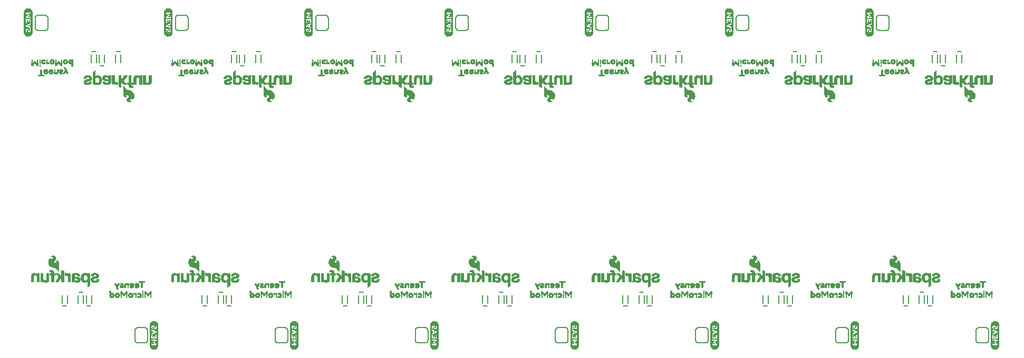
<source format=gbo>
G04 EAGLE Gerber RS-274X export*
G75*
%MOMM*%
%FSLAX34Y34*%
%LPD*%
%INSilkscreen Bottom*%
%IPPOS*%
%AMOC8*
5,1,8,0,0,1.08239X$1,22.5*%
G01*
%ADD10C,0.203200*%
%ADD11R,0.880000X0.040000*%
%ADD12R,1.000000X0.040000*%
%ADD13R,1.040000X0.040000*%
%ADD14R,0.960000X0.040000*%
%ADD15R,0.280000X0.040000*%
%ADD16R,0.080000X0.040000*%
%ADD17R,0.400000X0.040000*%
%ADD18R,0.200000X0.040000*%
%ADD19R,0.160000X0.040000*%
%ADD20R,0.480000X0.040000*%
%ADD21R,0.520000X0.040000*%
%ADD22R,0.600000X0.040000*%
%ADD23R,0.240000X0.040000*%
%ADD24R,0.640000X0.040000*%
%ADD25R,0.560000X0.040000*%
%ADD26R,0.680000X0.040000*%
%ADD27R,0.320000X0.040000*%
%ADD28R,0.720000X0.040000*%
%ADD29R,0.760000X0.040000*%
%ADD30R,0.440000X0.040000*%
%ADD31R,0.040000X0.040000*%
%ADD32R,0.360000X0.040000*%
%ADD33R,1.120000X0.040000*%
%ADD34R,0.040000X3.620000*%
%ADD35R,0.030000X3.810000*%
%ADD36R,0.030000X3.910000*%
%ADD37R,0.030000X4.000000*%
%ADD38R,0.030000X4.060000*%
%ADD39R,0.040000X4.130000*%
%ADD40R,0.030000X4.190000*%
%ADD41R,0.030000X3.330000*%
%ADD42R,0.030000X0.770000*%
%ADD43R,0.030000X0.610000*%
%ADD44R,0.030000X0.540000*%
%ADD45R,0.030000X0.130000*%
%ADD46R,0.030000X0.420000*%
%ADD47R,0.030000X0.510000*%
%ADD48R,0.030000X0.700000*%
%ADD49R,0.030000X0.580000*%
%ADD50R,0.030000X0.480000*%
%ADD51R,0.030000X0.090000*%
%ADD52R,0.030000X0.390000*%
%ADD53R,0.030000X0.410000*%
%ADD54R,0.030000X0.640000*%
%ADD55R,0.040000X0.610000*%
%ADD56R,0.040000X0.420000*%
%ADD57R,0.040000X0.090000*%
%ADD58R,0.040000X0.350000*%
%ADD59R,0.040000X0.380000*%
%ADD60R,0.040000X0.640000*%
%ADD61R,0.030000X0.350000*%
%ADD62R,0.030000X0.680000*%
%ADD63R,0.030000X0.320000*%
%ADD64R,0.030000X0.290000*%
%ADD65R,0.030000X0.710000*%
%ADD66R,0.030000X0.670000*%
%ADD67R,0.030000X0.220000*%
%ADD68R,0.030000X0.190000*%
%ADD69R,0.040000X0.670000*%
%ADD70R,0.040000X0.190000*%
%ADD71R,0.040000X0.740000*%
%ADD72R,0.040000X0.290000*%
%ADD73R,0.040000X1.060000*%
%ADD74R,0.030000X0.160000*%
%ADD75R,0.030000X0.740000*%
%ADD76R,0.030000X0.260000*%
%ADD77R,0.030000X1.030000*%
%ADD78R,0.030000X0.100000*%
%ADD79R,0.030000X0.960000*%
%ADD80R,0.030000X0.030000*%
%ADD81R,0.030000X0.250000*%
%ADD82R,0.030000X0.830000*%
%ADD83R,0.030000X0.360000*%
%ADD84R,0.030000X0.060000*%
%ADD85R,0.040000X0.030000*%
%ADD86R,0.040000X0.360000*%
%ADD87R,0.040000X0.060000*%
%ADD88R,0.040000X0.250000*%
%ADD89R,0.040000X0.710000*%
%ADD90R,0.030000X0.070000*%
%ADD91R,0.030000X0.450000*%
%ADD92R,0.040000X0.160000*%
%ADD93R,0.040000X0.580000*%
%ADD94R,0.030000X0.550000*%
%ADD95R,0.040000X0.480000*%
%ADD96R,0.040000X0.070000*%
%ADD97R,0.030000X3.870000*%

G36*
X508304Y199892D02*
X508304Y199892D01*
X508355Y199894D01*
X508387Y199912D01*
X508423Y199920D01*
X508462Y199953D01*
X508507Y199977D01*
X508528Y200007D01*
X508557Y200030D01*
X508577Y200077D01*
X508607Y200119D01*
X508615Y200161D01*
X508627Y200189D01*
X508626Y200219D01*
X508634Y200261D01*
X508634Y213061D01*
X508630Y213079D01*
X508632Y213103D01*
X508432Y214903D01*
X508421Y214934D01*
X508415Y214981D01*
X508215Y215581D01*
X508203Y215601D01*
X508194Y215631D01*
X507894Y216231D01*
X507886Y216241D01*
X507880Y216257D01*
X507580Y216757D01*
X507566Y216771D01*
X507558Y216790D01*
X507480Y216860D01*
X507460Y216881D01*
X507455Y216883D01*
X507450Y216887D01*
X506967Y217177D01*
X506582Y217465D01*
X506548Y217480D01*
X506495Y217514D01*
X505495Y217914D01*
X505462Y217919D01*
X505417Y217936D01*
X504817Y218036D01*
X504790Y218034D01*
X504754Y218041D01*
X503954Y218041D01*
X503919Y218033D01*
X503862Y218030D01*
X503507Y217941D01*
X503354Y217941D01*
X503339Y217938D01*
X503324Y217940D01*
X503192Y217903D01*
X503185Y217902D01*
X503185Y217901D01*
X503184Y217901D01*
X502984Y217801D01*
X502965Y217785D01*
X502941Y217776D01*
X502899Y217730D01*
X502851Y217690D01*
X502841Y217668D01*
X502824Y217649D01*
X502806Y217589D01*
X502781Y217532D01*
X502782Y217507D01*
X502775Y217483D01*
X502785Y217421D01*
X502788Y217359D01*
X502800Y217337D01*
X502804Y217312D01*
X502854Y217239D01*
X502871Y217207D01*
X502879Y217202D01*
X502885Y217192D01*
X502985Y217092D01*
X503017Y217072D01*
X503084Y217021D01*
X503484Y216821D01*
X503507Y216815D01*
X503534Y216800D01*
X503749Y216729D01*
X504059Y216419D01*
X504210Y216193D01*
X504274Y215999D01*
X504274Y215823D01*
X504202Y215607D01*
X504042Y215286D01*
X503812Y215057D01*
X503576Y214899D01*
X503145Y214727D01*
X502717Y214641D01*
X502001Y214641D01*
X501310Y214814D01*
X500814Y215145D01*
X500494Y215546D01*
X500334Y216023D01*
X500334Y216583D01*
X500580Y217156D01*
X501240Y217910D01*
X502038Y218808D01*
X502039Y218810D01*
X502040Y218811D01*
X502740Y219611D01*
X502756Y219640D01*
X502787Y219676D01*
X503287Y220576D01*
X503297Y220614D01*
X503325Y220679D01*
X503525Y221579D01*
X503525Y221612D01*
X503534Y221661D01*
X503534Y222461D01*
X503526Y222498D01*
X503515Y222581D01*
X503215Y223481D01*
X503194Y223515D01*
X503164Y223582D01*
X502664Y224282D01*
X502638Y224305D01*
X502607Y224345D01*
X501707Y225145D01*
X501676Y225162D01*
X501636Y225195D01*
X500536Y225795D01*
X500500Y225805D01*
X500422Y225835D01*
X499322Y226035D01*
X499293Y226034D01*
X499254Y226041D01*
X498254Y226041D01*
X498218Y226033D01*
X498134Y226022D01*
X497234Y225722D01*
X497228Y225718D01*
X497221Y225717D01*
X496421Y225417D01*
X496406Y225407D01*
X496384Y225401D01*
X496218Y225318D01*
X495784Y225101D01*
X495762Y225083D01*
X495726Y225065D01*
X495326Y224765D01*
X495311Y224747D01*
X495285Y224730D01*
X495185Y224630D01*
X495172Y224608D01*
X495152Y224592D01*
X495127Y224535D01*
X495094Y224483D01*
X495091Y224457D01*
X495081Y224433D01*
X495083Y224372D01*
X495077Y224310D01*
X495087Y224286D01*
X495088Y224260D01*
X495117Y224206D01*
X495139Y224148D01*
X495158Y224131D01*
X495170Y224108D01*
X495221Y224073D01*
X495266Y224031D01*
X495291Y224023D01*
X495312Y224008D01*
X495397Y223992D01*
X495432Y223981D01*
X495442Y223983D01*
X495454Y223981D01*
X495754Y223981D01*
X495791Y223989D01*
X495874Y224000D01*
X496116Y224081D01*
X496307Y224081D01*
X496662Y223992D01*
X496670Y223992D01*
X496680Y223988D01*
X497130Y223898D01*
X497453Y223736D01*
X497774Y223496D01*
X497910Y223293D01*
X497993Y223041D01*
X498006Y223021D01*
X498014Y222991D01*
X498102Y222815D01*
X498153Y222661D01*
X498093Y222481D01*
X498092Y222468D01*
X498085Y222453D01*
X498001Y222117D01*
X497838Y221872D01*
X497831Y221852D01*
X497814Y221831D01*
X497642Y221486D01*
X497412Y221257D01*
X497143Y221077D01*
X497137Y221070D01*
X497126Y221065D01*
X496735Y220772D01*
X496463Y220591D01*
X496031Y220375D01*
X495764Y220241D01*
X495216Y220241D01*
X495023Y220306D01*
X494874Y220405D01*
X494734Y220823D01*
X494734Y221561D01*
X494723Y221611D01*
X494722Y221633D01*
X494721Y221656D01*
X494720Y221663D01*
X494703Y221695D01*
X494695Y221730D01*
X494662Y221770D01*
X494637Y221815D01*
X494608Y221836D01*
X494585Y221863D01*
X494538Y221885D01*
X494495Y221914D01*
X494460Y221920D01*
X494427Y221934D01*
X494375Y221932D01*
X494324Y221940D01*
X494284Y221929D01*
X494254Y221928D01*
X494226Y221913D01*
X494184Y221901D01*
X494173Y221896D01*
X493413Y221516D01*
X493413Y221515D01*
X493384Y221501D01*
X493380Y221498D01*
X493270Y221414D01*
X492470Y220514D01*
X492455Y220486D01*
X492426Y220453D01*
X491726Y219253D01*
X491717Y219224D01*
X491696Y219189D01*
X491196Y217789D01*
X491193Y217763D01*
X491180Y217731D01*
X490880Y216131D01*
X490882Y216095D01*
X490875Y216040D01*
X490975Y214240D01*
X490984Y214208D01*
X490988Y214159D01*
X491488Y212359D01*
X491505Y212328D01*
X491522Y212276D01*
X492522Y210476D01*
X492539Y210458D01*
X492554Y210428D01*
X493254Y209528D01*
X493262Y209522D01*
X493265Y209514D01*
X493275Y209508D01*
X493285Y209492D01*
X494085Y208692D01*
X494095Y208686D01*
X494104Y208675D01*
X494904Y207975D01*
X494929Y207961D01*
X494959Y207935D01*
X495959Y207335D01*
X495983Y207327D01*
X496013Y207308D01*
X497013Y206908D01*
X497032Y206905D01*
X497054Y206894D01*
X498154Y206594D01*
X498171Y206594D01*
X498192Y206586D01*
X499392Y206386D01*
X499419Y206388D01*
X499454Y206381D01*
X501323Y206381D01*
X501820Y206298D01*
X502237Y206048D01*
X503187Y205288D01*
X503662Y204718D01*
X503674Y204708D01*
X503685Y204692D01*
X504963Y203414D01*
X505445Y202740D01*
X505465Y202722D01*
X505485Y202692D01*
X506073Y202104D01*
X506562Y201518D01*
X506574Y201508D01*
X506585Y201492D01*
X507066Y201011D01*
X507350Y200633D01*
X507368Y200618D01*
X507385Y200592D01*
X507659Y200319D01*
X507838Y200050D01*
X507857Y200032D01*
X507870Y200008D01*
X507920Y199973D01*
X507964Y199932D01*
X507990Y199924D01*
X508012Y199908D01*
X508094Y199893D01*
X508130Y199882D01*
X508141Y199883D01*
X508154Y199881D01*
X508254Y199881D01*
X508304Y199892D01*
G37*
G36*
X733373Y199892D02*
X733373Y199892D01*
X733424Y199894D01*
X733457Y199912D01*
X733492Y199920D01*
X733532Y199953D01*
X733577Y199977D01*
X733598Y200007D01*
X733626Y200030D01*
X733647Y200077D01*
X733676Y200119D01*
X733684Y200161D01*
X733697Y200189D01*
X733696Y200219D01*
X733704Y200261D01*
X733704Y213061D01*
X733700Y213079D01*
X733702Y213103D01*
X733502Y214903D01*
X733491Y214934D01*
X733484Y214981D01*
X733284Y215581D01*
X733272Y215601D01*
X733264Y215631D01*
X732964Y216231D01*
X732955Y216241D01*
X732950Y216257D01*
X732650Y216757D01*
X732635Y216771D01*
X732627Y216790D01*
X732550Y216860D01*
X732529Y216881D01*
X732524Y216883D01*
X732519Y216887D01*
X732036Y217177D01*
X731652Y217465D01*
X731617Y217480D01*
X731565Y217514D01*
X730565Y217914D01*
X730532Y217919D01*
X730486Y217936D01*
X729886Y218036D01*
X729859Y218034D01*
X729824Y218041D01*
X729024Y218041D01*
X728988Y218033D01*
X728931Y218030D01*
X728577Y217941D01*
X728424Y217941D01*
X728408Y217938D01*
X728393Y217940D01*
X728262Y217903D01*
X728255Y217902D01*
X728254Y217901D01*
X728054Y217801D01*
X728034Y217785D01*
X728011Y217776D01*
X727968Y217730D01*
X727920Y217690D01*
X727910Y217668D01*
X727893Y217649D01*
X727875Y217589D01*
X727850Y217532D01*
X727851Y217507D01*
X727844Y217483D01*
X727855Y217421D01*
X727857Y217359D01*
X727869Y217337D01*
X727874Y217312D01*
X727923Y217239D01*
X727941Y217207D01*
X727948Y217202D01*
X727955Y217192D01*
X728055Y217092D01*
X728087Y217072D01*
X728154Y217021D01*
X728554Y216821D01*
X728576Y216815D01*
X728603Y216800D01*
X728818Y216729D01*
X729128Y216419D01*
X729279Y216193D01*
X729343Y215999D01*
X729343Y215823D01*
X729271Y215607D01*
X729111Y215286D01*
X728881Y215057D01*
X728646Y214899D01*
X728215Y214727D01*
X727786Y214641D01*
X727070Y214641D01*
X726380Y214814D01*
X725884Y215145D01*
X725563Y215546D01*
X725404Y216023D01*
X725404Y216583D01*
X725649Y217156D01*
X726310Y217910D01*
X727108Y218808D01*
X727108Y218810D01*
X727110Y218811D01*
X727810Y219611D01*
X727825Y219640D01*
X727856Y219676D01*
X728356Y220576D01*
X728367Y220614D01*
X728395Y220679D01*
X728595Y221579D01*
X728594Y221612D01*
X728604Y221661D01*
X728604Y222461D01*
X728595Y222498D01*
X728584Y222581D01*
X728284Y223481D01*
X728264Y223515D01*
X728233Y223582D01*
X727733Y224282D01*
X727707Y224305D01*
X727676Y224345D01*
X726776Y225145D01*
X726746Y225162D01*
X726706Y225195D01*
X725606Y225795D01*
X725569Y225805D01*
X725492Y225835D01*
X724392Y226035D01*
X724363Y226034D01*
X724324Y226041D01*
X723324Y226041D01*
X723287Y226033D01*
X723203Y226022D01*
X722303Y225722D01*
X722298Y225718D01*
X722290Y225717D01*
X721490Y225417D01*
X721475Y225407D01*
X721454Y225401D01*
X721287Y225318D01*
X720854Y225101D01*
X720831Y225083D01*
X720795Y225065D01*
X720395Y224765D01*
X720380Y224747D01*
X720355Y224730D01*
X720255Y224630D01*
X720241Y224608D01*
X720221Y224592D01*
X720196Y224535D01*
X720163Y224483D01*
X720161Y224457D01*
X720150Y224433D01*
X720153Y224372D01*
X720147Y224310D01*
X720156Y224286D01*
X720157Y224260D01*
X720186Y224206D01*
X720208Y224148D01*
X720227Y224131D01*
X720240Y224108D01*
X720290Y224073D01*
X720336Y224031D01*
X720360Y224023D01*
X720381Y224008D01*
X720466Y223992D01*
X720502Y223981D01*
X720512Y223983D01*
X720524Y223981D01*
X720824Y223981D01*
X720860Y223989D01*
X720944Y224000D01*
X721185Y224081D01*
X721377Y224081D01*
X721731Y223992D01*
X721740Y223992D01*
X721749Y223988D01*
X722199Y223898D01*
X722523Y223736D01*
X722843Y223496D01*
X722979Y223293D01*
X723063Y223041D01*
X723075Y223021D01*
X723084Y222991D01*
X723171Y222815D01*
X723223Y222661D01*
X723163Y222481D01*
X723162Y222468D01*
X723155Y222453D01*
X723071Y222117D01*
X722907Y221872D01*
X722900Y221852D01*
X722884Y221831D01*
X722711Y221486D01*
X722481Y221257D01*
X722213Y221077D01*
X722206Y221070D01*
X722195Y221065D01*
X721804Y220772D01*
X721532Y220591D01*
X721101Y220375D01*
X720834Y220241D01*
X720285Y220241D01*
X720092Y220306D01*
X719943Y220405D01*
X719804Y220823D01*
X719804Y221561D01*
X719792Y221611D01*
X719791Y221633D01*
X719790Y221656D01*
X719790Y221663D01*
X719773Y221695D01*
X719764Y221730D01*
X719731Y221770D01*
X719707Y221815D01*
X719677Y221836D01*
X719654Y221863D01*
X719607Y221885D01*
X719564Y221914D01*
X719529Y221920D01*
X719496Y221934D01*
X719444Y221932D01*
X719393Y221940D01*
X719353Y221929D01*
X719323Y221928D01*
X719296Y221913D01*
X719254Y221901D01*
X719243Y221896D01*
X718482Y221516D01*
X718482Y221515D01*
X718454Y221501D01*
X718450Y221498D01*
X718339Y221414D01*
X717539Y220514D01*
X717524Y220486D01*
X717495Y220453D01*
X716795Y219253D01*
X716786Y219224D01*
X716766Y219189D01*
X716266Y217789D01*
X716263Y217763D01*
X716250Y217731D01*
X715950Y216131D01*
X715951Y216095D01*
X715944Y216040D01*
X716044Y214240D01*
X716053Y214208D01*
X716057Y214159D01*
X716557Y212359D01*
X716574Y212328D01*
X716591Y212276D01*
X717591Y210476D01*
X717608Y210458D01*
X717623Y210428D01*
X718323Y209528D01*
X718331Y209522D01*
X718335Y209514D01*
X718344Y209508D01*
X718355Y209492D01*
X719155Y208692D01*
X719164Y208686D01*
X719173Y208675D01*
X719973Y207975D01*
X719999Y207961D01*
X720028Y207935D01*
X721028Y207335D01*
X721053Y207327D01*
X721082Y207308D01*
X722082Y206908D01*
X722101Y206905D01*
X722124Y206894D01*
X723224Y206594D01*
X723241Y206594D01*
X723261Y206586D01*
X724461Y206386D01*
X724488Y206388D01*
X724524Y206381D01*
X726392Y206381D01*
X726890Y206298D01*
X727306Y206048D01*
X728256Y205288D01*
X728731Y204718D01*
X728744Y204708D01*
X728755Y204692D01*
X730032Y203414D01*
X730514Y202740D01*
X730534Y202722D01*
X730555Y202692D01*
X731142Y202104D01*
X731631Y201518D01*
X731644Y201508D01*
X731655Y201492D01*
X732136Y201011D01*
X732419Y200633D01*
X732437Y200618D01*
X732455Y200592D01*
X732728Y200319D01*
X732907Y200050D01*
X732927Y200032D01*
X732940Y200008D01*
X732989Y199973D01*
X733034Y199932D01*
X733059Y199924D01*
X733081Y199908D01*
X733163Y199893D01*
X733200Y199882D01*
X733210Y199883D01*
X733224Y199881D01*
X733324Y199881D01*
X733373Y199892D01*
G37*
G36*
X1183537Y199892D02*
X1183537Y199892D01*
X1183589Y199894D01*
X1183621Y199912D01*
X1183657Y199920D01*
X1183696Y199953D01*
X1183741Y199977D01*
X1183762Y200007D01*
X1183790Y200030D01*
X1183811Y200077D01*
X1183840Y200119D01*
X1183849Y200161D01*
X1183861Y200189D01*
X1183860Y200219D01*
X1183868Y200261D01*
X1183868Y213061D01*
X1183864Y213079D01*
X1183866Y213103D01*
X1183666Y214903D01*
X1183655Y214934D01*
X1183649Y214981D01*
X1183449Y215581D01*
X1183436Y215601D01*
X1183428Y215631D01*
X1183128Y216231D01*
X1183119Y216241D01*
X1183114Y216257D01*
X1182814Y216757D01*
X1182800Y216771D01*
X1182791Y216790D01*
X1182714Y216860D01*
X1182693Y216881D01*
X1182688Y216883D01*
X1182683Y216887D01*
X1182200Y217177D01*
X1181816Y217465D01*
X1181781Y217480D01*
X1181729Y217514D01*
X1180729Y217914D01*
X1180696Y217919D01*
X1180650Y217936D01*
X1180050Y218036D01*
X1180023Y218034D01*
X1179988Y218041D01*
X1179188Y218041D01*
X1179152Y218033D01*
X1179096Y218030D01*
X1178741Y217941D01*
X1178588Y217941D01*
X1178573Y217938D01*
X1178557Y217940D01*
X1178426Y217903D01*
X1178419Y217902D01*
X1178419Y217901D01*
X1178418Y217901D01*
X1178218Y217801D01*
X1178199Y217785D01*
X1178175Y217776D01*
X1178133Y217730D01*
X1178085Y217690D01*
X1178074Y217668D01*
X1178057Y217649D01*
X1178040Y217589D01*
X1178014Y217532D01*
X1178015Y217507D01*
X1178008Y217483D01*
X1178019Y217421D01*
X1178022Y217359D01*
X1178034Y217337D01*
X1178038Y217312D01*
X1178087Y217239D01*
X1178105Y217207D01*
X1178113Y217202D01*
X1178119Y217192D01*
X1178219Y217092D01*
X1178251Y217072D01*
X1178318Y217021D01*
X1178718Y216821D01*
X1178741Y216815D01*
X1178768Y216800D01*
X1178982Y216729D01*
X1179292Y216419D01*
X1179443Y216193D01*
X1179508Y215999D01*
X1179508Y215823D01*
X1179436Y215607D01*
X1179275Y215286D01*
X1179046Y215057D01*
X1178810Y214899D01*
X1178379Y214727D01*
X1177950Y214641D01*
X1177235Y214641D01*
X1176544Y214814D01*
X1176048Y215145D01*
X1175727Y215546D01*
X1175568Y216023D01*
X1175568Y216583D01*
X1175814Y217156D01*
X1176474Y217910D01*
X1177272Y218808D01*
X1177273Y218810D01*
X1177274Y218811D01*
X1177974Y219611D01*
X1177990Y219640D01*
X1178020Y219676D01*
X1178520Y220576D01*
X1178531Y220614D01*
X1178559Y220679D01*
X1178759Y221579D01*
X1178759Y221612D01*
X1178768Y221661D01*
X1178768Y222461D01*
X1178760Y222498D01*
X1178749Y222581D01*
X1178449Y223481D01*
X1178428Y223515D01*
X1178397Y223582D01*
X1177897Y224282D01*
X1177871Y224305D01*
X1177840Y224345D01*
X1176940Y225145D01*
X1176910Y225162D01*
X1176870Y225195D01*
X1175770Y225795D01*
X1175733Y225805D01*
X1175656Y225835D01*
X1174556Y226035D01*
X1174527Y226034D01*
X1174488Y226041D01*
X1173488Y226041D01*
X1173451Y226033D01*
X1173368Y226022D01*
X1172468Y225722D01*
X1172462Y225718D01*
X1172454Y225717D01*
X1171654Y225417D01*
X1171640Y225407D01*
X1171618Y225401D01*
X1171452Y225318D01*
X1171451Y225318D01*
X1171018Y225101D01*
X1170995Y225083D01*
X1170960Y225065D01*
X1170560Y224765D01*
X1170545Y224747D01*
X1170519Y224730D01*
X1170419Y224630D01*
X1170405Y224608D01*
X1170385Y224592D01*
X1170360Y224535D01*
X1170328Y224483D01*
X1170325Y224457D01*
X1170315Y224433D01*
X1170317Y224372D01*
X1170311Y224310D01*
X1170320Y224286D01*
X1170321Y224260D01*
X1170351Y224206D01*
X1170373Y224148D01*
X1170392Y224131D01*
X1170404Y224108D01*
X1170454Y224073D01*
X1170500Y224031D01*
X1170525Y224023D01*
X1170546Y224008D01*
X1170630Y223992D01*
X1170666Y223981D01*
X1170676Y223983D01*
X1170688Y223981D01*
X1170988Y223981D01*
X1171024Y223989D01*
X1171108Y224000D01*
X1171350Y224081D01*
X1171541Y224081D01*
X1171896Y223992D01*
X1171904Y223992D01*
X1171913Y223988D01*
X1172363Y223898D01*
X1172687Y223736D01*
X1173008Y223496D01*
X1173143Y223293D01*
X1173227Y223041D01*
X1173239Y223021D01*
X1173248Y222991D01*
X1173336Y222815D01*
X1173387Y222661D01*
X1173327Y222481D01*
X1173326Y222468D01*
X1173319Y222453D01*
X1173235Y222117D01*
X1173071Y221872D01*
X1173064Y221852D01*
X1173048Y221831D01*
X1172875Y221486D01*
X1172646Y221257D01*
X1172377Y221077D01*
X1172370Y221070D01*
X1172360Y221065D01*
X1171968Y220772D01*
X1171697Y220591D01*
X1171265Y220375D01*
X1170998Y220241D01*
X1170450Y220241D01*
X1170256Y220306D01*
X1170107Y220405D01*
X1169968Y220823D01*
X1169968Y221561D01*
X1169956Y221611D01*
X1169955Y221633D01*
X1169955Y221656D01*
X1169954Y221656D01*
X1169954Y221663D01*
X1169937Y221695D01*
X1169929Y221730D01*
X1169896Y221770D01*
X1169871Y221815D01*
X1169841Y221836D01*
X1169818Y221863D01*
X1169771Y221885D01*
X1169729Y221914D01*
X1169693Y221920D01*
X1169660Y221934D01*
X1169609Y221932D01*
X1169557Y221940D01*
X1169517Y221929D01*
X1169487Y221928D01*
X1169460Y221913D01*
X1169418Y221901D01*
X1169407Y221896D01*
X1168647Y221516D01*
X1168646Y221515D01*
X1168618Y221501D01*
X1168614Y221498D01*
X1168504Y221414D01*
X1167704Y220514D01*
X1167689Y220486D01*
X1167659Y220453D01*
X1166959Y219253D01*
X1166951Y219224D01*
X1166930Y219189D01*
X1166430Y217789D01*
X1166427Y217763D01*
X1166414Y217731D01*
X1166114Y216131D01*
X1166116Y216095D01*
X1166108Y216040D01*
X1166208Y214240D01*
X1166218Y214208D01*
X1166221Y214159D01*
X1166721Y212359D01*
X1166739Y212328D01*
X1166755Y212276D01*
X1167755Y210476D01*
X1167772Y210458D01*
X1167788Y210428D01*
X1168488Y209528D01*
X1168495Y209522D01*
X1168499Y209514D01*
X1168508Y209508D01*
X1168519Y209492D01*
X1169319Y208692D01*
X1169329Y208686D01*
X1169337Y208675D01*
X1170137Y207975D01*
X1170163Y207961D01*
X1170192Y207935D01*
X1171192Y207335D01*
X1171217Y207327D01*
X1171247Y207308D01*
X1172247Y206908D01*
X1172266Y206905D01*
X1172288Y206894D01*
X1173388Y206594D01*
X1173405Y206594D01*
X1173425Y206586D01*
X1174625Y206386D01*
X1174652Y206388D01*
X1174688Y206381D01*
X1176556Y206381D01*
X1177054Y206298D01*
X1177470Y206048D01*
X1178420Y205288D01*
X1178896Y204718D01*
X1178908Y204708D01*
X1178919Y204692D01*
X1180197Y203414D01*
X1180678Y202740D01*
X1180699Y202722D01*
X1180719Y202692D01*
X1181307Y202104D01*
X1181796Y201518D01*
X1181808Y201508D01*
X1181819Y201492D01*
X1182300Y201011D01*
X1182584Y200633D01*
X1182602Y200618D01*
X1182619Y200592D01*
X1182892Y200319D01*
X1183071Y200050D01*
X1183091Y200032D01*
X1183104Y200008D01*
X1183153Y199973D01*
X1183198Y199932D01*
X1183224Y199924D01*
X1183246Y199908D01*
X1183327Y199893D01*
X1183364Y199882D01*
X1183375Y199883D01*
X1183388Y199881D01*
X1183488Y199881D01*
X1183537Y199892D01*
G37*
G36*
X283209Y199892D02*
X283209Y199892D01*
X283260Y199894D01*
X283292Y199912D01*
X283328Y199920D01*
X283368Y199953D01*
X283412Y199977D01*
X283433Y200007D01*
X283462Y200030D01*
X283483Y200077D01*
X283512Y200119D01*
X283520Y200161D01*
X283533Y200189D01*
X283532Y200219D01*
X283540Y200261D01*
X283540Y213061D01*
X283535Y213079D01*
X283537Y213103D01*
X283337Y214903D01*
X283326Y214934D01*
X283320Y214981D01*
X283120Y215581D01*
X283108Y215601D01*
X283100Y215631D01*
X282800Y216231D01*
X282791Y216241D01*
X282785Y216257D01*
X282485Y216757D01*
X282471Y216771D01*
X282463Y216790D01*
X282386Y216860D01*
X282365Y216881D01*
X282360Y216883D01*
X282355Y216887D01*
X281872Y217177D01*
X281488Y217465D01*
X281453Y217480D01*
X281401Y217514D01*
X280401Y217914D01*
X280367Y217919D01*
X280322Y217936D01*
X279722Y218036D01*
X279695Y218034D01*
X279659Y218041D01*
X278859Y218041D01*
X278824Y218033D01*
X278767Y218030D01*
X278413Y217941D01*
X278259Y217941D01*
X278244Y217938D01*
X278229Y217940D01*
X278098Y217903D01*
X278091Y217902D01*
X278090Y217901D01*
X278089Y217901D01*
X277889Y217801D01*
X277870Y217785D01*
X277847Y217776D01*
X277804Y217730D01*
X277756Y217690D01*
X277746Y217668D01*
X277729Y217649D01*
X277711Y217589D01*
X277686Y217532D01*
X277687Y217507D01*
X277680Y217483D01*
X277691Y217421D01*
X277693Y217359D01*
X277705Y217337D01*
X277709Y217312D01*
X277759Y217239D01*
X277776Y217207D01*
X277784Y217202D01*
X277791Y217192D01*
X277891Y217092D01*
X277923Y217072D01*
X277989Y217021D01*
X278389Y216821D01*
X278412Y216815D01*
X278439Y216800D01*
X278654Y216729D01*
X278964Y216419D01*
X279115Y216193D01*
X279179Y215999D01*
X279179Y215823D01*
X279107Y215607D01*
X278947Y215286D01*
X278717Y215057D01*
X278481Y214899D01*
X278051Y214727D01*
X277622Y214641D01*
X276906Y214641D01*
X276216Y214814D01*
X275719Y215145D01*
X275399Y215546D01*
X275240Y216023D01*
X275240Y216583D01*
X275485Y217156D01*
X276145Y217910D01*
X276944Y218808D01*
X276944Y218810D01*
X276946Y218811D01*
X277646Y219611D01*
X277661Y219640D01*
X277692Y219676D01*
X278192Y220576D01*
X278203Y220614D01*
X278231Y220679D01*
X278431Y221579D01*
X278430Y221612D01*
X278440Y221661D01*
X278440Y222461D01*
X278431Y222498D01*
X278420Y222581D01*
X278120Y223481D01*
X278100Y223515D01*
X278069Y223582D01*
X277569Y224282D01*
X277543Y224305D01*
X277512Y224345D01*
X276612Y225145D01*
X276581Y225162D01*
X276542Y225195D01*
X275442Y225795D01*
X275405Y225805D01*
X275327Y225835D01*
X274227Y226035D01*
X274198Y226034D01*
X274159Y226041D01*
X273159Y226041D01*
X273123Y226033D01*
X273039Y226022D01*
X272139Y225722D01*
X272134Y225718D01*
X272126Y225717D01*
X271326Y225417D01*
X271311Y225407D01*
X271289Y225401D01*
X271123Y225318D01*
X270689Y225101D01*
X270667Y225083D01*
X270631Y225065D01*
X270231Y224765D01*
X270216Y224747D01*
X270191Y224730D01*
X270091Y224630D01*
X270077Y224608D01*
X270057Y224592D01*
X270032Y224535D01*
X269999Y224483D01*
X269997Y224457D01*
X269986Y224433D01*
X269988Y224372D01*
X269983Y224310D01*
X269992Y224286D01*
X269993Y224260D01*
X270022Y224206D01*
X270044Y224148D01*
X270063Y224131D01*
X270075Y224108D01*
X270126Y224073D01*
X270171Y224031D01*
X270196Y224023D01*
X270217Y224008D01*
X270302Y223992D01*
X270337Y223981D01*
X270347Y223983D01*
X270359Y223981D01*
X270659Y223981D01*
X270696Y223989D01*
X270780Y224000D01*
X271021Y224081D01*
X271213Y224081D01*
X271567Y223992D01*
X271575Y223992D01*
X271585Y223988D01*
X272035Y223898D01*
X272359Y223736D01*
X272679Y223496D01*
X272815Y223293D01*
X272899Y223041D01*
X272911Y223021D01*
X272919Y222991D01*
X273007Y222815D01*
X273059Y222661D01*
X272999Y222481D01*
X272997Y222468D01*
X272991Y222453D01*
X272906Y222117D01*
X272743Y221872D01*
X272736Y221852D01*
X272719Y221831D01*
X272547Y221486D01*
X272317Y221257D01*
X272048Y221077D01*
X272042Y221070D01*
X272031Y221065D01*
X271640Y220772D01*
X271368Y220591D01*
X270937Y220375D01*
X270670Y220241D01*
X270121Y220241D01*
X269928Y220306D01*
X269779Y220405D01*
X269640Y220823D01*
X269640Y221561D01*
X269628Y221611D01*
X269627Y221633D01*
X269626Y221656D01*
X269626Y221663D01*
X269608Y221695D01*
X269600Y221730D01*
X269567Y221770D01*
X269542Y221815D01*
X269513Y221836D01*
X269490Y221863D01*
X269443Y221885D01*
X269400Y221914D01*
X269365Y221920D01*
X269332Y221934D01*
X269280Y221932D01*
X269229Y221940D01*
X269189Y221929D01*
X269159Y221928D01*
X269131Y221913D01*
X269089Y221901D01*
X269079Y221896D01*
X268318Y221516D01*
X268318Y221515D01*
X268289Y221501D01*
X268285Y221498D01*
X268175Y221414D01*
X267375Y220514D01*
X267360Y220486D01*
X267331Y220453D01*
X266631Y219253D01*
X266622Y219224D01*
X266601Y219189D01*
X266101Y217789D01*
X266098Y217763D01*
X266086Y217731D01*
X265786Y216131D01*
X265787Y216095D01*
X265780Y216040D01*
X265880Y214240D01*
X265889Y214208D01*
X265893Y214159D01*
X266393Y212359D01*
X266410Y212328D01*
X266427Y212276D01*
X267427Y210476D01*
X267444Y210458D01*
X267459Y210428D01*
X268159Y209528D01*
X268167Y209522D01*
X268171Y209514D01*
X268180Y209508D01*
X268191Y209492D01*
X268991Y208692D01*
X269000Y208686D01*
X269009Y208675D01*
X269809Y207975D01*
X269834Y207961D01*
X269864Y207935D01*
X270864Y207335D01*
X270889Y207327D01*
X270918Y207308D01*
X271918Y206908D01*
X271937Y206905D01*
X271959Y206894D01*
X273059Y206594D01*
X273077Y206594D01*
X273097Y206586D01*
X274297Y206386D01*
X274324Y206388D01*
X274359Y206381D01*
X276228Y206381D01*
X276726Y206298D01*
X277142Y206048D01*
X278092Y205288D01*
X278567Y204718D01*
X278580Y204708D01*
X278591Y204692D01*
X279868Y203414D01*
X280350Y202740D01*
X280370Y202722D01*
X280391Y202692D01*
X280978Y202104D01*
X281467Y201518D01*
X281480Y201508D01*
X281491Y201492D01*
X281971Y201011D01*
X282255Y200633D01*
X282273Y200618D01*
X282291Y200592D01*
X282564Y200319D01*
X282743Y200050D01*
X282763Y200032D01*
X282775Y200008D01*
X282825Y199973D01*
X282869Y199932D01*
X282895Y199924D01*
X282917Y199908D01*
X282999Y199893D01*
X283035Y199882D01*
X283046Y199883D01*
X283059Y199881D01*
X283159Y199881D01*
X283209Y199892D01*
G37*
G36*
X958468Y199892D02*
X958468Y199892D01*
X958519Y199894D01*
X958551Y199912D01*
X958587Y199920D01*
X958627Y199953D01*
X958671Y199977D01*
X958692Y200007D01*
X958721Y200030D01*
X958742Y200077D01*
X958771Y200119D01*
X958779Y200161D01*
X958792Y200189D01*
X958791Y200219D01*
X958799Y200261D01*
X958799Y213061D01*
X958794Y213079D01*
X958796Y213103D01*
X958596Y214903D01*
X958585Y214934D01*
X958579Y214981D01*
X958379Y215581D01*
X958367Y215601D01*
X958359Y215631D01*
X958059Y216231D01*
X958050Y216241D01*
X958044Y216257D01*
X957744Y216757D01*
X957730Y216771D01*
X957722Y216790D01*
X957645Y216860D01*
X957624Y216881D01*
X957619Y216883D01*
X957614Y216887D01*
X957131Y217177D01*
X956747Y217465D01*
X956712Y217480D01*
X956660Y217514D01*
X955660Y217914D01*
X955626Y217919D01*
X955581Y217936D01*
X954981Y218036D01*
X954954Y218034D01*
X954918Y218041D01*
X954118Y218041D01*
X954083Y218033D01*
X954026Y218030D01*
X953672Y217941D01*
X953518Y217941D01*
X953503Y217938D01*
X953488Y217940D01*
X953357Y217903D01*
X953350Y217902D01*
X953349Y217901D01*
X953348Y217901D01*
X953148Y217801D01*
X953129Y217785D01*
X953106Y217776D01*
X953063Y217730D01*
X953015Y217690D01*
X953005Y217668D01*
X952988Y217649D01*
X952970Y217589D01*
X952945Y217532D01*
X952946Y217507D01*
X952939Y217483D01*
X952950Y217421D01*
X952952Y217359D01*
X952964Y217337D01*
X952968Y217312D01*
X953018Y217239D01*
X953035Y217207D01*
X953043Y217202D01*
X953050Y217192D01*
X953150Y217092D01*
X953182Y217072D01*
X953248Y217021D01*
X953648Y216821D01*
X953671Y216815D01*
X953698Y216800D01*
X953913Y216729D01*
X954223Y216419D01*
X954374Y216193D01*
X954438Y215999D01*
X954438Y215823D01*
X954366Y215607D01*
X954206Y215286D01*
X953976Y215057D01*
X953740Y214899D01*
X953310Y214727D01*
X952881Y214641D01*
X952165Y214641D01*
X951475Y214814D01*
X950978Y215145D01*
X950658Y215546D01*
X950499Y216023D01*
X950499Y216583D01*
X950744Y217156D01*
X951404Y217910D01*
X952203Y218808D01*
X952203Y218810D01*
X952205Y218811D01*
X952905Y219611D01*
X952920Y219640D01*
X952951Y219676D01*
X953451Y220576D01*
X953462Y220614D01*
X953490Y220679D01*
X953690Y221579D01*
X953689Y221612D01*
X953699Y221661D01*
X953699Y222461D01*
X953690Y222498D01*
X953679Y222581D01*
X953379Y223481D01*
X953359Y223515D01*
X953328Y223582D01*
X952828Y224282D01*
X952802Y224305D01*
X952771Y224345D01*
X951871Y225145D01*
X951840Y225162D01*
X951801Y225195D01*
X950701Y225795D01*
X950664Y225805D01*
X950586Y225835D01*
X949486Y226035D01*
X949457Y226034D01*
X949418Y226041D01*
X948418Y226041D01*
X948382Y226033D01*
X948298Y226022D01*
X947398Y225722D01*
X947393Y225718D01*
X947385Y225717D01*
X946585Y225417D01*
X946570Y225407D01*
X946548Y225401D01*
X946382Y225318D01*
X945948Y225101D01*
X945926Y225083D01*
X945890Y225065D01*
X945490Y224765D01*
X945475Y224747D01*
X945450Y224730D01*
X945350Y224630D01*
X945336Y224608D01*
X945316Y224592D01*
X945291Y224535D01*
X945258Y224483D01*
X945256Y224457D01*
X945245Y224433D01*
X945247Y224372D01*
X945242Y224310D01*
X945251Y224286D01*
X945252Y224260D01*
X945281Y224206D01*
X945303Y224148D01*
X945322Y224131D01*
X945334Y224108D01*
X945385Y224073D01*
X945430Y224031D01*
X945455Y224023D01*
X945476Y224008D01*
X945561Y223992D01*
X945596Y223981D01*
X945606Y223983D01*
X945618Y223981D01*
X945918Y223981D01*
X945955Y223989D01*
X946039Y224000D01*
X946280Y224081D01*
X946472Y224081D01*
X946826Y223992D01*
X946834Y223992D01*
X946844Y223988D01*
X947294Y223898D01*
X947618Y223736D01*
X947938Y223496D01*
X948074Y223293D01*
X948158Y223041D01*
X948170Y223021D01*
X948178Y222991D01*
X948266Y222815D01*
X948318Y222661D01*
X948258Y222481D01*
X948256Y222468D01*
X948250Y222453D01*
X948165Y222117D01*
X948002Y221872D01*
X947995Y221852D01*
X947978Y221831D01*
X947806Y221486D01*
X947576Y221257D01*
X947307Y221077D01*
X947301Y221070D01*
X947290Y221065D01*
X946899Y220772D01*
X946627Y220591D01*
X946196Y220375D01*
X945929Y220241D01*
X945380Y220241D01*
X945187Y220306D01*
X945038Y220405D01*
X944899Y220823D01*
X944899Y221561D01*
X944887Y221611D01*
X944886Y221633D01*
X944885Y221656D01*
X944885Y221663D01*
X944867Y221695D01*
X944859Y221730D01*
X944826Y221770D01*
X944801Y221815D01*
X944772Y221836D01*
X944749Y221863D01*
X944702Y221885D01*
X944659Y221914D01*
X944624Y221920D01*
X944591Y221934D01*
X944539Y221932D01*
X944488Y221940D01*
X944448Y221929D01*
X944418Y221928D01*
X944390Y221913D01*
X944348Y221901D01*
X944338Y221896D01*
X943577Y221516D01*
X943577Y221515D01*
X943548Y221501D01*
X943544Y221498D01*
X943434Y221414D01*
X942634Y220514D01*
X942619Y220486D01*
X942590Y220453D01*
X941890Y219253D01*
X941881Y219224D01*
X941860Y219189D01*
X941360Y217789D01*
X941357Y217763D01*
X941345Y217731D01*
X941045Y216131D01*
X941046Y216095D01*
X941039Y216040D01*
X941139Y214240D01*
X941148Y214208D01*
X941152Y214159D01*
X941652Y212359D01*
X941669Y212328D01*
X941686Y212276D01*
X942686Y210476D01*
X942703Y210458D01*
X942718Y210428D01*
X943418Y209528D01*
X943426Y209522D01*
X943430Y209514D01*
X943439Y209508D01*
X943450Y209492D01*
X944250Y208692D01*
X944259Y208686D01*
X944268Y208675D01*
X945068Y207975D01*
X945093Y207961D01*
X945123Y207935D01*
X946123Y207335D01*
X946148Y207327D01*
X946177Y207308D01*
X947177Y206908D01*
X947196Y206905D01*
X947218Y206894D01*
X948318Y206594D01*
X948336Y206594D01*
X948356Y206586D01*
X949556Y206386D01*
X949583Y206388D01*
X949618Y206381D01*
X951487Y206381D01*
X951985Y206298D01*
X952401Y206048D01*
X953351Y205288D01*
X953826Y204718D01*
X953839Y204708D01*
X953850Y204692D01*
X955127Y203414D01*
X955609Y202740D01*
X955629Y202722D01*
X955650Y202692D01*
X956237Y202104D01*
X956726Y201518D01*
X956739Y201508D01*
X956750Y201492D01*
X957230Y201011D01*
X957514Y200633D01*
X957532Y200618D01*
X957550Y200592D01*
X957823Y200319D01*
X958002Y200050D01*
X958022Y200032D01*
X958034Y200008D01*
X958084Y199973D01*
X958128Y199932D01*
X958154Y199924D01*
X958176Y199908D01*
X958258Y199893D01*
X958294Y199882D01*
X958305Y199883D01*
X958318Y199881D01*
X958418Y199881D01*
X958468Y199892D01*
G37*
G36*
X58140Y199892D02*
X58140Y199892D01*
X58191Y199894D01*
X58223Y199912D01*
X58259Y199920D01*
X58298Y199953D01*
X58343Y199977D01*
X58364Y200007D01*
X58392Y200030D01*
X58413Y200077D01*
X58443Y200119D01*
X58451Y200161D01*
X58463Y200189D01*
X58462Y200219D01*
X58470Y200261D01*
X58470Y213061D01*
X58466Y213079D01*
X58468Y213103D01*
X58268Y214903D01*
X58257Y214934D01*
X58251Y214981D01*
X58051Y215581D01*
X58038Y215601D01*
X58030Y215631D01*
X57730Y216231D01*
X57722Y216241D01*
X57716Y216257D01*
X57416Y216757D01*
X57402Y216771D01*
X57393Y216790D01*
X57316Y216860D01*
X57295Y216881D01*
X57290Y216883D01*
X57286Y216887D01*
X56802Y217177D01*
X56418Y217465D01*
X56383Y217480D01*
X56331Y217514D01*
X55331Y217914D01*
X55298Y217919D01*
X55253Y217936D01*
X54653Y218036D01*
X54626Y218034D01*
X54590Y218041D01*
X53790Y218041D01*
X53754Y218033D01*
X53698Y218030D01*
X53343Y217941D01*
X53190Y217941D01*
X53175Y217938D01*
X53160Y217940D01*
X53028Y217903D01*
X53021Y217902D01*
X53021Y217901D01*
X53020Y217901D01*
X52820Y217801D01*
X52801Y217785D01*
X52777Y217776D01*
X52735Y217730D01*
X52687Y217690D01*
X52677Y217668D01*
X52660Y217649D01*
X52642Y217589D01*
X52616Y217532D01*
X52618Y217507D01*
X52610Y217483D01*
X52621Y217421D01*
X52624Y217359D01*
X52636Y217337D01*
X52640Y217312D01*
X52689Y217239D01*
X52707Y217207D01*
X52715Y217202D01*
X52721Y217192D01*
X52821Y217092D01*
X52853Y217072D01*
X52920Y217021D01*
X53320Y216821D01*
X53343Y216815D01*
X53370Y216800D01*
X53585Y216729D01*
X53895Y216419D01*
X54045Y216193D01*
X54110Y215999D01*
X54110Y215823D01*
X54038Y215607D01*
X53878Y215286D01*
X53648Y215057D01*
X53412Y214899D01*
X52981Y214727D01*
X52552Y214641D01*
X51837Y214641D01*
X51146Y214814D01*
X50650Y215145D01*
X50329Y215546D01*
X50170Y216023D01*
X50170Y216583D01*
X50416Y217156D01*
X51076Y217910D01*
X51874Y218808D01*
X51875Y218810D01*
X51876Y218811D01*
X52576Y219611D01*
X52592Y219640D01*
X52622Y219676D01*
X53122Y220576D01*
X53133Y220614D01*
X53161Y220679D01*
X53361Y221579D01*
X53361Y221612D01*
X53370Y221661D01*
X53370Y222461D01*
X53362Y222498D01*
X53351Y222581D01*
X53051Y223481D01*
X53030Y223515D01*
X52999Y223582D01*
X52499Y224282D01*
X52473Y224305D01*
X52443Y224345D01*
X51543Y225145D01*
X51512Y225162D01*
X51472Y225195D01*
X50372Y225795D01*
X50336Y225805D01*
X50258Y225835D01*
X49158Y226035D01*
X49129Y226034D01*
X49090Y226041D01*
X48090Y226041D01*
X48053Y226033D01*
X47970Y226022D01*
X47070Y225722D01*
X47064Y225718D01*
X47057Y225717D01*
X46257Y225417D01*
X46242Y225407D01*
X46220Y225401D01*
X46054Y225318D01*
X45620Y225101D01*
X45598Y225083D01*
X45562Y225065D01*
X45162Y224765D01*
X45147Y224747D01*
X45121Y224730D01*
X45021Y224630D01*
X45008Y224608D01*
X44988Y224592D01*
X44962Y224535D01*
X44930Y224483D01*
X44927Y224457D01*
X44917Y224433D01*
X44919Y224372D01*
X44913Y224310D01*
X44922Y224286D01*
X44923Y224260D01*
X44953Y224206D01*
X44975Y224148D01*
X44994Y224131D01*
X45006Y224108D01*
X45057Y224073D01*
X45102Y224031D01*
X45127Y224023D01*
X45148Y224008D01*
X45232Y223992D01*
X45268Y223981D01*
X45278Y223983D01*
X45290Y223981D01*
X45590Y223981D01*
X45627Y223989D01*
X45710Y224000D01*
X45952Y224081D01*
X46143Y224081D01*
X46498Y223992D01*
X46506Y223992D01*
X46515Y223988D01*
X46966Y223898D01*
X47289Y223736D01*
X47610Y223496D01*
X47745Y223293D01*
X47829Y223041D01*
X47842Y223021D01*
X47850Y222991D01*
X47938Y222815D01*
X47989Y222661D01*
X47929Y222481D01*
X47928Y222468D01*
X47921Y222453D01*
X47837Y222117D01*
X47674Y221872D01*
X47666Y221852D01*
X47650Y221831D01*
X47478Y221486D01*
X47248Y221257D01*
X46979Y221077D01*
X46972Y221070D01*
X46962Y221065D01*
X46570Y220772D01*
X46299Y220591D01*
X45867Y220375D01*
X45600Y220241D01*
X45052Y220241D01*
X44859Y220306D01*
X44710Y220405D01*
X44570Y220823D01*
X44570Y221561D01*
X44558Y221611D01*
X44558Y221633D01*
X44557Y221656D01*
X44556Y221663D01*
X44539Y221695D01*
X44531Y221730D01*
X44498Y221770D01*
X44473Y221815D01*
X44443Y221836D01*
X44421Y221863D01*
X44373Y221885D01*
X44331Y221914D01*
X44295Y221920D01*
X44262Y221934D01*
X44211Y221932D01*
X44160Y221940D01*
X44119Y221929D01*
X44089Y221928D01*
X44062Y221913D01*
X44020Y221901D01*
X44009Y221896D01*
X43249Y221516D01*
X43249Y221515D01*
X43220Y221501D01*
X43216Y221498D01*
X43106Y221414D01*
X42306Y220514D01*
X42291Y220486D01*
X42262Y220453D01*
X41562Y219253D01*
X41553Y219224D01*
X41532Y219189D01*
X41032Y217789D01*
X41029Y217763D01*
X41016Y217731D01*
X40716Y216131D01*
X40718Y216095D01*
X40710Y216040D01*
X40810Y214240D01*
X40820Y214208D01*
X40824Y214159D01*
X41324Y212359D01*
X41341Y212328D01*
X41358Y212276D01*
X42358Y210476D01*
X42375Y210458D01*
X42390Y210428D01*
X43090Y209528D01*
X43097Y209522D01*
X43101Y209514D01*
X43111Y209508D01*
X43121Y209492D01*
X43921Y208692D01*
X43931Y208686D01*
X43940Y208675D01*
X44740Y207975D01*
X44765Y207961D01*
X44794Y207935D01*
X45794Y207335D01*
X45819Y207327D01*
X45849Y207308D01*
X46849Y206908D01*
X46868Y206905D01*
X46890Y206894D01*
X47990Y206594D01*
X48007Y206594D01*
X48028Y206586D01*
X49228Y206386D01*
X49254Y206388D01*
X49290Y206381D01*
X51159Y206381D01*
X51656Y206298D01*
X52072Y206048D01*
X53022Y205288D01*
X53498Y204718D01*
X53510Y204708D01*
X53521Y204692D01*
X54799Y203414D01*
X55281Y202740D01*
X55301Y202722D01*
X55321Y202692D01*
X55909Y202104D01*
X56398Y201518D01*
X56410Y201508D01*
X56421Y201492D01*
X56902Y201011D01*
X57186Y200633D01*
X57204Y200618D01*
X57221Y200592D01*
X57495Y200319D01*
X57674Y200050D01*
X57693Y200032D01*
X57706Y200008D01*
X57756Y199973D01*
X57800Y199932D01*
X57826Y199924D01*
X57848Y199908D01*
X57929Y199893D01*
X57966Y199882D01*
X57977Y199883D01*
X57990Y199881D01*
X58090Y199881D01*
X58140Y199892D01*
G37*
G36*
X1408632Y199892D02*
X1408632Y199892D01*
X1408683Y199894D01*
X1408716Y199912D01*
X1408751Y199920D01*
X1408791Y199953D01*
X1408836Y199977D01*
X1408857Y200007D01*
X1408885Y200030D01*
X1408906Y200077D01*
X1408935Y200119D01*
X1408943Y200161D01*
X1408956Y200189D01*
X1408955Y200219D01*
X1408963Y200261D01*
X1408963Y213061D01*
X1408959Y213079D01*
X1408961Y213103D01*
X1408761Y214903D01*
X1408750Y214934D01*
X1408743Y214981D01*
X1408543Y215581D01*
X1408531Y215601D01*
X1408523Y215631D01*
X1408223Y216231D01*
X1408214Y216241D01*
X1408209Y216257D01*
X1407909Y216757D01*
X1407894Y216771D01*
X1407886Y216790D01*
X1407809Y216860D01*
X1407788Y216881D01*
X1407783Y216883D01*
X1407778Y216887D01*
X1407295Y217177D01*
X1406911Y217465D01*
X1406876Y217480D01*
X1406824Y217514D01*
X1405824Y217914D01*
X1405791Y217919D01*
X1405745Y217936D01*
X1405145Y218036D01*
X1405118Y218034D01*
X1405083Y218041D01*
X1404283Y218041D01*
X1404247Y218033D01*
X1404190Y218030D01*
X1403836Y217941D01*
X1403683Y217941D01*
X1403667Y217938D01*
X1403652Y217940D01*
X1403521Y217903D01*
X1403514Y217902D01*
X1403513Y217901D01*
X1403313Y217801D01*
X1403293Y217785D01*
X1403270Y217776D01*
X1403227Y217730D01*
X1403179Y217690D01*
X1403169Y217668D01*
X1403152Y217649D01*
X1403134Y217589D01*
X1403109Y217532D01*
X1403110Y217507D01*
X1403103Y217483D01*
X1403114Y217421D01*
X1403116Y217359D01*
X1403128Y217337D01*
X1403133Y217312D01*
X1403182Y217239D01*
X1403200Y217207D01*
X1403207Y217202D01*
X1403214Y217192D01*
X1403314Y217092D01*
X1403346Y217072D01*
X1403413Y217021D01*
X1403813Y216821D01*
X1403835Y216815D01*
X1403862Y216800D01*
X1404077Y216729D01*
X1404387Y216419D01*
X1404538Y216193D01*
X1404602Y215999D01*
X1404602Y215823D01*
X1404530Y215607D01*
X1404370Y215286D01*
X1404140Y215057D01*
X1403905Y214899D01*
X1403474Y214727D01*
X1403045Y214641D01*
X1402329Y214641D01*
X1401639Y214814D01*
X1401143Y215145D01*
X1400822Y215546D01*
X1400663Y216023D01*
X1400663Y216583D01*
X1400908Y217156D01*
X1401569Y217910D01*
X1402367Y218808D01*
X1402367Y218810D01*
X1402369Y218811D01*
X1403069Y219611D01*
X1403084Y219640D01*
X1403115Y219676D01*
X1403615Y220576D01*
X1403626Y220614D01*
X1403654Y220679D01*
X1403854Y221579D01*
X1403853Y221612D01*
X1403863Y221661D01*
X1403863Y222461D01*
X1403854Y222498D01*
X1403843Y222581D01*
X1403543Y223481D01*
X1403523Y223515D01*
X1403492Y223582D01*
X1402992Y224282D01*
X1402966Y224305D01*
X1402935Y224345D01*
X1402035Y225145D01*
X1402005Y225162D01*
X1401965Y225195D01*
X1400865Y225795D01*
X1400828Y225805D01*
X1400751Y225835D01*
X1399651Y226035D01*
X1399622Y226034D01*
X1399583Y226041D01*
X1398583Y226041D01*
X1398546Y226033D01*
X1398462Y226022D01*
X1397562Y225722D01*
X1397557Y225718D01*
X1397549Y225717D01*
X1396749Y225417D01*
X1396734Y225407D01*
X1396713Y225401D01*
X1396546Y225318D01*
X1396113Y225101D01*
X1396090Y225083D01*
X1396054Y225065D01*
X1395654Y224765D01*
X1395639Y224747D01*
X1395614Y224730D01*
X1395514Y224630D01*
X1395500Y224608D01*
X1395480Y224592D01*
X1395455Y224535D01*
X1395422Y224483D01*
X1395420Y224457D01*
X1395409Y224433D01*
X1395412Y224372D01*
X1395406Y224310D01*
X1395415Y224286D01*
X1395416Y224260D01*
X1395445Y224206D01*
X1395467Y224148D01*
X1395486Y224131D01*
X1395499Y224108D01*
X1395549Y224073D01*
X1395595Y224031D01*
X1395619Y224023D01*
X1395640Y224008D01*
X1395725Y223992D01*
X1395761Y223981D01*
X1395771Y223983D01*
X1395783Y223981D01*
X1396083Y223981D01*
X1396119Y223989D01*
X1396203Y224000D01*
X1396444Y224081D01*
X1396636Y224081D01*
X1396990Y223992D01*
X1396999Y223992D01*
X1397008Y223988D01*
X1397458Y223898D01*
X1397782Y223736D01*
X1398102Y223496D01*
X1398238Y223293D01*
X1398322Y223041D01*
X1398334Y223021D01*
X1398343Y222991D01*
X1398430Y222815D01*
X1398482Y222661D01*
X1398422Y222481D01*
X1398421Y222468D01*
X1398414Y222453D01*
X1398330Y222117D01*
X1398166Y221872D01*
X1398159Y221852D01*
X1398143Y221831D01*
X1397970Y221486D01*
X1397740Y221257D01*
X1397472Y221077D01*
X1397465Y221070D01*
X1397454Y221065D01*
X1397063Y220772D01*
X1396791Y220591D01*
X1396360Y220375D01*
X1396093Y220241D01*
X1395544Y220241D01*
X1395351Y220306D01*
X1395202Y220405D01*
X1395063Y220823D01*
X1395063Y221561D01*
X1395051Y221611D01*
X1395050Y221633D01*
X1395049Y221656D01*
X1395049Y221663D01*
X1395032Y221695D01*
X1395023Y221730D01*
X1394990Y221770D01*
X1394966Y221815D01*
X1394936Y221836D01*
X1394913Y221863D01*
X1394866Y221885D01*
X1394823Y221914D01*
X1394788Y221920D01*
X1394755Y221934D01*
X1394703Y221932D01*
X1394652Y221940D01*
X1394612Y221929D01*
X1394582Y221928D01*
X1394555Y221913D01*
X1394513Y221901D01*
X1394502Y221896D01*
X1393741Y221516D01*
X1393741Y221515D01*
X1393713Y221501D01*
X1393709Y221498D01*
X1393598Y221414D01*
X1392798Y220514D01*
X1392783Y220486D01*
X1392754Y220453D01*
X1392054Y219253D01*
X1392045Y219224D01*
X1392025Y219189D01*
X1391525Y217789D01*
X1391522Y217763D01*
X1391509Y217731D01*
X1391209Y216131D01*
X1391210Y216095D01*
X1391203Y216040D01*
X1391303Y214240D01*
X1391312Y214208D01*
X1391316Y214159D01*
X1391816Y212359D01*
X1391833Y212328D01*
X1391850Y212276D01*
X1392850Y210476D01*
X1392867Y210458D01*
X1392882Y210428D01*
X1393582Y209528D01*
X1393590Y209522D01*
X1393594Y209514D01*
X1393603Y209508D01*
X1393614Y209492D01*
X1394414Y208692D01*
X1394423Y208686D01*
X1394432Y208675D01*
X1395232Y207975D01*
X1395258Y207961D01*
X1395287Y207935D01*
X1396287Y207335D01*
X1396312Y207327D01*
X1396341Y207308D01*
X1397341Y206908D01*
X1397360Y206905D01*
X1397383Y206894D01*
X1398483Y206594D01*
X1398500Y206594D01*
X1398520Y206586D01*
X1399720Y206386D01*
X1399747Y206388D01*
X1399783Y206381D01*
X1401651Y206381D01*
X1402149Y206298D01*
X1402565Y206048D01*
X1403515Y205288D01*
X1403990Y204718D01*
X1404003Y204708D01*
X1404014Y204692D01*
X1405291Y203414D01*
X1405773Y202740D01*
X1405793Y202722D01*
X1405814Y202692D01*
X1406401Y202104D01*
X1406890Y201518D01*
X1406903Y201508D01*
X1406914Y201492D01*
X1407395Y201011D01*
X1407678Y200633D01*
X1407696Y200618D01*
X1407714Y200592D01*
X1407987Y200319D01*
X1408166Y200050D01*
X1408186Y200032D01*
X1408199Y200008D01*
X1408248Y199973D01*
X1408293Y199932D01*
X1408318Y199924D01*
X1408340Y199908D01*
X1408422Y199893D01*
X1408459Y199882D01*
X1408469Y199883D01*
X1408483Y199881D01*
X1408583Y199881D01*
X1408632Y199892D01*
G37*
G36*
X1072264Y472467D02*
X1072264Y472467D01*
X1072348Y472478D01*
X1073248Y472778D01*
X1073254Y472782D01*
X1073261Y472783D01*
X1074061Y473083D01*
X1074076Y473093D01*
X1074098Y473099D01*
X1074417Y473259D01*
X1074418Y473259D01*
X1074698Y473399D01*
X1074720Y473417D01*
X1074756Y473435D01*
X1075156Y473735D01*
X1075171Y473753D01*
X1075197Y473770D01*
X1075297Y473870D01*
X1075310Y473892D01*
X1075330Y473908D01*
X1075356Y473965D01*
X1075388Y474017D01*
X1075391Y474043D01*
X1075401Y474067D01*
X1075399Y474128D01*
X1075405Y474190D01*
X1075395Y474214D01*
X1075395Y474240D01*
X1075365Y474294D01*
X1075343Y474352D01*
X1075324Y474369D01*
X1075312Y474392D01*
X1075261Y474427D01*
X1075216Y474469D01*
X1075191Y474477D01*
X1075170Y474492D01*
X1075086Y474508D01*
X1075050Y474519D01*
X1075040Y474517D01*
X1075028Y474519D01*
X1074728Y474519D01*
X1074691Y474511D01*
X1074608Y474500D01*
X1074366Y474419D01*
X1074175Y474419D01*
X1073820Y474508D01*
X1073812Y474508D01*
X1073802Y474512D01*
X1073352Y474602D01*
X1073029Y474764D01*
X1072708Y475004D01*
X1072572Y475208D01*
X1072489Y475459D01*
X1072476Y475479D01*
X1072468Y475509D01*
X1072380Y475685D01*
X1072329Y475839D01*
X1072389Y476019D01*
X1072390Y476032D01*
X1072397Y476047D01*
X1072481Y476383D01*
X1072644Y476628D01*
X1072652Y476648D01*
X1072668Y476669D01*
X1072840Y477014D01*
X1073070Y477244D01*
X1073339Y477423D01*
X1073345Y477430D01*
X1073356Y477435D01*
X1073747Y477728D01*
X1074019Y477910D01*
X1074604Y478202D01*
X1074718Y478259D01*
X1075266Y478259D01*
X1075459Y478194D01*
X1075608Y478095D01*
X1075748Y477677D01*
X1075748Y476939D01*
X1075759Y476889D01*
X1075762Y476837D01*
X1075779Y476805D01*
X1075787Y476770D01*
X1075820Y476730D01*
X1075845Y476685D01*
X1075874Y476664D01*
X1075897Y476637D01*
X1075945Y476615D01*
X1075987Y476586D01*
X1076023Y476580D01*
X1076055Y476566D01*
X1076107Y476568D01*
X1076158Y476560D01*
X1076198Y476571D01*
X1076229Y476572D01*
X1076256Y476587D01*
X1076298Y476599D01*
X1076462Y476681D01*
X1077098Y476999D01*
X1077102Y477002D01*
X1077212Y477086D01*
X1078012Y477986D01*
X1078027Y478014D01*
X1078056Y478047D01*
X1078756Y479247D01*
X1078765Y479276D01*
X1078786Y479311D01*
X1079286Y480711D01*
X1079289Y480736D01*
X1079296Y480752D01*
X1079296Y480754D01*
X1079302Y480769D01*
X1079602Y482369D01*
X1079600Y482405D01*
X1079607Y482460D01*
X1079507Y484260D01*
X1079498Y484292D01*
X1079494Y484341D01*
X1078994Y486141D01*
X1078977Y486172D01*
X1078960Y486224D01*
X1077960Y488024D01*
X1077943Y488042D01*
X1077928Y488072D01*
X1077228Y488972D01*
X1077212Y488986D01*
X1077197Y489008D01*
X1076397Y489808D01*
X1076387Y489814D01*
X1076378Y489825D01*
X1075578Y490525D01*
X1075553Y490539D01*
X1075523Y490565D01*
X1074523Y491165D01*
X1074499Y491173D01*
X1074469Y491192D01*
X1073469Y491592D01*
X1073450Y491595D01*
X1073428Y491606D01*
X1072328Y491906D01*
X1072311Y491906D01*
X1072290Y491914D01*
X1071090Y492114D01*
X1071063Y492112D01*
X1071028Y492119D01*
X1069159Y492119D01*
X1068662Y492202D01*
X1068245Y492452D01*
X1067295Y493212D01*
X1066820Y493782D01*
X1066808Y493792D01*
X1066797Y493808D01*
X1065519Y495086D01*
X1065037Y495760D01*
X1065017Y495778D01*
X1064997Y495808D01*
X1064409Y496396D01*
X1063920Y496982D01*
X1063908Y496992D01*
X1063897Y497008D01*
X1063416Y497489D01*
X1063132Y497867D01*
X1063114Y497882D01*
X1063097Y497908D01*
X1062823Y498181D01*
X1062644Y498450D01*
X1062625Y498468D01*
X1062612Y498492D01*
X1062562Y498527D01*
X1062518Y498568D01*
X1062492Y498576D01*
X1062470Y498592D01*
X1062388Y498608D01*
X1062352Y498619D01*
X1062341Y498617D01*
X1062328Y498619D01*
X1062228Y498619D01*
X1062178Y498608D01*
X1062127Y498606D01*
X1062095Y498588D01*
X1062059Y498580D01*
X1062020Y498547D01*
X1061975Y498523D01*
X1061954Y498493D01*
X1061925Y498470D01*
X1061905Y498423D01*
X1061875Y498381D01*
X1061867Y498339D01*
X1061855Y498311D01*
X1061856Y498281D01*
X1061848Y498239D01*
X1061848Y485439D01*
X1061852Y485421D01*
X1061850Y485397D01*
X1062050Y483597D01*
X1062061Y483566D01*
X1062067Y483519D01*
X1062267Y482919D01*
X1062279Y482899D01*
X1062288Y482869D01*
X1062588Y482269D01*
X1062596Y482259D01*
X1062602Y482243D01*
X1062902Y481743D01*
X1062916Y481729D01*
X1062924Y481710D01*
X1063002Y481640D01*
X1063022Y481619D01*
X1063027Y481617D01*
X1063032Y481613D01*
X1063515Y481323D01*
X1063900Y481035D01*
X1063934Y481020D01*
X1063987Y480986D01*
X1064987Y480586D01*
X1065020Y480581D01*
X1065065Y480564D01*
X1065665Y480464D01*
X1065692Y480466D01*
X1065728Y480459D01*
X1066528Y480459D01*
X1066563Y480467D01*
X1066620Y480470D01*
X1066975Y480559D01*
X1067128Y480559D01*
X1067143Y480562D01*
X1067158Y480560D01*
X1067290Y480597D01*
X1067297Y480598D01*
X1067297Y480599D01*
X1067298Y480599D01*
X1067498Y480699D01*
X1067517Y480715D01*
X1067541Y480724D01*
X1067583Y480770D01*
X1067631Y480810D01*
X1067641Y480833D01*
X1067658Y480851D01*
X1067676Y480911D01*
X1067701Y480968D01*
X1067700Y480993D01*
X1067707Y481017D01*
X1067697Y481079D01*
X1067694Y481141D01*
X1067682Y481163D01*
X1067678Y481188D01*
X1067628Y481261D01*
X1067611Y481293D01*
X1067603Y481298D01*
X1067597Y481308D01*
X1067497Y481408D01*
X1067465Y481428D01*
X1067398Y481479D01*
X1066998Y481679D01*
X1066975Y481685D01*
X1066948Y481700D01*
X1066733Y481771D01*
X1066423Y482081D01*
X1066272Y482308D01*
X1066208Y482501D01*
X1066208Y482677D01*
X1066280Y482893D01*
X1066440Y483214D01*
X1066670Y483444D01*
X1066906Y483601D01*
X1067337Y483773D01*
X1067766Y483859D01*
X1068481Y483859D01*
X1069172Y483686D01*
X1069668Y483355D01*
X1069989Y482954D01*
X1070148Y482477D01*
X1070148Y481917D01*
X1069902Y481344D01*
X1069242Y480589D01*
X1068444Y479692D01*
X1068443Y479690D01*
X1068442Y479689D01*
X1067742Y478889D01*
X1067726Y478860D01*
X1067695Y478824D01*
X1067195Y477924D01*
X1067185Y477886D01*
X1067157Y477822D01*
X1066957Y476922D01*
X1066957Y476888D01*
X1066948Y476839D01*
X1066948Y476039D01*
X1066956Y476002D01*
X1066967Y475919D01*
X1067267Y475019D01*
X1067288Y474985D01*
X1067318Y474918D01*
X1067818Y474218D01*
X1067844Y474195D01*
X1067875Y474155D01*
X1068775Y473355D01*
X1068806Y473338D01*
X1068846Y473305D01*
X1069946Y472705D01*
X1069982Y472695D01*
X1070060Y472665D01*
X1071160Y472465D01*
X1071189Y472466D01*
X1071228Y472459D01*
X1072228Y472459D01*
X1072264Y472467D01*
G37*
G36*
X397031Y472467D02*
X397031Y472467D01*
X397114Y472478D01*
X398014Y472778D01*
X398020Y472782D01*
X398028Y472783D01*
X398828Y473083D01*
X398842Y473093D01*
X398864Y473099D01*
X399184Y473259D01*
X399464Y473399D01*
X399487Y473417D01*
X399522Y473435D01*
X399922Y473735D01*
X399937Y473753D01*
X399963Y473770D01*
X400063Y473870D01*
X400077Y473892D01*
X400097Y473908D01*
X400122Y473965D01*
X400154Y474017D01*
X400157Y474043D01*
X400167Y474067D01*
X400165Y474128D01*
X400171Y474190D01*
X400162Y474214D01*
X400161Y474240D01*
X400131Y474294D01*
X400109Y474352D01*
X400090Y474369D01*
X400078Y474392D01*
X400028Y474427D01*
X399982Y474469D01*
X399958Y474477D01*
X399936Y474492D01*
X399852Y474508D01*
X399816Y474519D01*
X399806Y474517D01*
X399794Y474519D01*
X399494Y474519D01*
X399458Y474511D01*
X399374Y474500D01*
X399132Y474419D01*
X398941Y474419D01*
X398586Y474508D01*
X398578Y474508D01*
X398569Y474512D01*
X398119Y474602D01*
X397795Y474764D01*
X397474Y475004D01*
X397339Y475208D01*
X397255Y475459D01*
X397243Y475479D01*
X397234Y475509D01*
X397146Y475685D01*
X397095Y475839D01*
X397155Y476019D01*
X397156Y476032D01*
X397163Y476047D01*
X397247Y476383D01*
X397411Y476628D01*
X397418Y476648D01*
X397434Y476669D01*
X397607Y477014D01*
X397836Y477244D01*
X398105Y477423D01*
X398112Y477430D01*
X398122Y477435D01*
X398514Y477728D01*
X398785Y477910D01*
X399370Y478202D01*
X399484Y478259D01*
X400032Y478259D01*
X400226Y478194D01*
X400375Y478095D01*
X400514Y477677D01*
X400514Y476939D01*
X400526Y476889D01*
X400528Y476837D01*
X400545Y476805D01*
X400553Y476770D01*
X400586Y476730D01*
X400611Y476685D01*
X400641Y476664D01*
X400664Y476637D01*
X400711Y476615D01*
X400753Y476586D01*
X400789Y476580D01*
X400822Y476566D01*
X400873Y476568D01*
X400925Y476560D01*
X400965Y476571D01*
X400995Y476572D01*
X401022Y476587D01*
X401064Y476599D01*
X401228Y476681D01*
X401864Y476999D01*
X401868Y477002D01*
X401978Y477086D01*
X402778Y477986D01*
X402793Y478014D01*
X402823Y478047D01*
X403523Y479247D01*
X403531Y479276D01*
X403552Y479311D01*
X404052Y480711D01*
X404055Y480736D01*
X404062Y480752D01*
X404062Y480754D01*
X404068Y480769D01*
X404368Y482369D01*
X404366Y482405D01*
X404374Y482460D01*
X404274Y484260D01*
X404264Y484292D01*
X404261Y484341D01*
X403761Y486141D01*
X403743Y486172D01*
X403727Y486224D01*
X402727Y488024D01*
X402710Y488042D01*
X402694Y488072D01*
X401994Y488972D01*
X401978Y488986D01*
X401963Y489008D01*
X401163Y489808D01*
X401153Y489814D01*
X401145Y489825D01*
X400345Y490525D01*
X400319Y490539D01*
X400290Y490565D01*
X399290Y491165D01*
X399265Y491173D01*
X399235Y491192D01*
X398235Y491592D01*
X398216Y491595D01*
X398194Y491606D01*
X397094Y491906D01*
X397077Y491906D01*
X397057Y491914D01*
X395857Y492114D01*
X395830Y492112D01*
X395794Y492119D01*
X393926Y492119D01*
X393428Y492202D01*
X393012Y492452D01*
X392062Y493212D01*
X391586Y493782D01*
X391574Y493792D01*
X391563Y493808D01*
X390285Y495086D01*
X389804Y495760D01*
X389783Y495778D01*
X389763Y495808D01*
X389175Y496396D01*
X388686Y496982D01*
X388674Y496992D01*
X388663Y497008D01*
X388182Y497489D01*
X387898Y497867D01*
X387880Y497882D01*
X387863Y497908D01*
X387590Y498181D01*
X387411Y498450D01*
X387391Y498468D01*
X387378Y498492D01*
X387329Y498527D01*
X387284Y498568D01*
X387258Y498576D01*
X387236Y498592D01*
X387155Y498608D01*
X387118Y498619D01*
X387107Y498617D01*
X387094Y498619D01*
X386994Y498619D01*
X386945Y498608D01*
X386894Y498606D01*
X386861Y498588D01*
X386825Y498580D01*
X386786Y498547D01*
X386741Y498523D01*
X386720Y498493D01*
X386692Y498470D01*
X386671Y498423D01*
X386642Y498381D01*
X386633Y498339D01*
X386621Y498311D01*
X386622Y498281D01*
X386614Y498239D01*
X386614Y485439D01*
X386618Y485421D01*
X386616Y485397D01*
X386816Y483597D01*
X386827Y483566D01*
X386833Y483519D01*
X387033Y482919D01*
X387046Y482899D01*
X387054Y482869D01*
X387354Y482269D01*
X387363Y482259D01*
X387368Y482243D01*
X387668Y481743D01*
X387682Y481729D01*
X387691Y481710D01*
X387768Y481640D01*
X387789Y481619D01*
X387794Y481617D01*
X387799Y481613D01*
X388282Y481323D01*
X388666Y481035D01*
X388701Y481020D01*
X388753Y480986D01*
X389753Y480586D01*
X389786Y480581D01*
X389832Y480564D01*
X390432Y480464D01*
X390459Y480466D01*
X390494Y480459D01*
X391294Y480459D01*
X391330Y480467D01*
X391386Y480470D01*
X391741Y480559D01*
X391894Y480559D01*
X391909Y480562D01*
X391925Y480560D01*
X392056Y480597D01*
X392063Y480598D01*
X392063Y480599D01*
X392064Y480599D01*
X392264Y480699D01*
X392283Y480715D01*
X392307Y480724D01*
X392349Y480770D01*
X392397Y480810D01*
X392408Y480833D01*
X392425Y480851D01*
X392442Y480911D01*
X392468Y480968D01*
X392467Y480993D01*
X392474Y481017D01*
X392463Y481079D01*
X392460Y481141D01*
X392448Y481163D01*
X392444Y481188D01*
X392395Y481261D01*
X392377Y481293D01*
X392369Y481298D01*
X392363Y481308D01*
X392263Y481408D01*
X392231Y481428D01*
X392164Y481479D01*
X391764Y481679D01*
X391741Y481685D01*
X391714Y481700D01*
X391500Y481771D01*
X391190Y482081D01*
X391039Y482308D01*
X390974Y482501D01*
X390974Y482677D01*
X391046Y482893D01*
X391207Y483214D01*
X391436Y483444D01*
X391672Y483601D01*
X392103Y483773D01*
X392532Y483859D01*
X393247Y483859D01*
X393938Y483686D01*
X394434Y483355D01*
X394755Y482954D01*
X394914Y482477D01*
X394914Y481917D01*
X394668Y481344D01*
X394008Y480589D01*
X393210Y479692D01*
X393209Y479690D01*
X393208Y479689D01*
X392508Y478889D01*
X392493Y478860D01*
X392462Y478824D01*
X391962Y477924D01*
X391951Y477886D01*
X391923Y477822D01*
X391723Y476922D01*
X391723Y476888D01*
X391714Y476839D01*
X391714Y476039D01*
X391723Y476002D01*
X391733Y475919D01*
X392033Y475019D01*
X392054Y474985D01*
X392085Y474918D01*
X392585Y474218D01*
X392611Y474195D01*
X392642Y474155D01*
X393542Y473355D01*
X393572Y473338D01*
X393612Y473305D01*
X394712Y472705D01*
X394749Y472695D01*
X394826Y472665D01*
X395926Y472465D01*
X395955Y472466D01*
X395994Y472459D01*
X396994Y472459D01*
X397031Y472467D01*
G37*
G36*
X1522429Y472467D02*
X1522429Y472467D01*
X1522512Y472478D01*
X1523412Y472778D01*
X1523418Y472782D01*
X1523426Y472783D01*
X1524226Y473083D01*
X1524240Y473093D01*
X1524262Y473099D01*
X1524582Y473259D01*
X1524862Y473399D01*
X1524884Y473417D01*
X1524920Y473435D01*
X1525320Y473735D01*
X1525335Y473753D01*
X1525361Y473770D01*
X1525461Y473870D01*
X1525474Y473892D01*
X1525494Y473908D01*
X1525520Y473965D01*
X1525552Y474017D01*
X1525555Y474043D01*
X1525565Y474067D01*
X1525563Y474128D01*
X1525569Y474190D01*
X1525560Y474214D01*
X1525559Y474240D01*
X1525529Y474294D01*
X1525507Y474352D01*
X1525488Y474369D01*
X1525476Y474392D01*
X1525426Y474427D01*
X1525380Y474469D01*
X1525355Y474477D01*
X1525334Y474492D01*
X1525250Y474508D01*
X1525214Y474519D01*
X1525204Y474517D01*
X1525192Y474519D01*
X1524892Y474519D01*
X1524855Y474511D01*
X1524772Y474500D01*
X1524530Y474419D01*
X1524339Y474419D01*
X1523984Y474508D01*
X1523976Y474508D01*
X1523967Y474512D01*
X1523516Y474602D01*
X1523193Y474764D01*
X1522872Y475004D01*
X1522737Y475208D01*
X1522653Y475459D01*
X1522640Y475479D01*
X1522632Y475509D01*
X1522544Y475685D01*
X1522493Y475839D01*
X1522553Y476019D01*
X1522554Y476032D01*
X1522561Y476047D01*
X1522645Y476383D01*
X1522808Y476628D01*
X1522816Y476648D01*
X1522832Y476669D01*
X1523005Y477014D01*
X1523234Y477244D01*
X1523503Y477423D01*
X1523510Y477430D01*
X1523520Y477435D01*
X1523912Y477728D01*
X1524183Y477910D01*
X1524768Y478202D01*
X1524882Y478259D01*
X1525430Y478259D01*
X1525624Y478194D01*
X1525773Y478095D01*
X1525912Y477677D01*
X1525912Y476939D01*
X1525924Y476889D01*
X1525926Y476837D01*
X1525943Y476805D01*
X1525951Y476770D01*
X1525984Y476730D01*
X1526009Y476685D01*
X1526039Y476664D01*
X1526061Y476637D01*
X1526109Y476615D01*
X1526151Y476586D01*
X1526187Y476580D01*
X1526220Y476566D01*
X1526271Y476568D01*
X1526322Y476560D01*
X1526363Y476571D01*
X1526393Y476572D01*
X1526420Y476587D01*
X1526462Y476599D01*
X1526626Y476681D01*
X1527262Y476999D01*
X1527266Y477002D01*
X1527376Y477086D01*
X1528176Y477986D01*
X1528191Y478014D01*
X1528220Y478047D01*
X1528920Y479247D01*
X1528929Y479276D01*
X1528950Y479311D01*
X1529450Y480711D01*
X1529453Y480736D01*
X1529460Y480752D01*
X1529460Y480754D01*
X1529466Y480769D01*
X1529766Y482369D01*
X1529764Y482405D01*
X1529772Y482460D01*
X1529672Y484260D01*
X1529662Y484292D01*
X1529658Y484341D01*
X1529158Y486141D01*
X1529141Y486172D01*
X1529124Y486224D01*
X1528124Y488024D01*
X1528107Y488042D01*
X1528092Y488072D01*
X1527392Y488972D01*
X1527376Y488986D01*
X1527361Y489008D01*
X1526561Y489808D01*
X1526551Y489814D01*
X1526542Y489825D01*
X1525742Y490525D01*
X1525717Y490539D01*
X1525688Y490565D01*
X1524688Y491165D01*
X1524663Y491173D01*
X1524633Y491192D01*
X1523633Y491592D01*
X1523614Y491595D01*
X1523592Y491606D01*
X1522492Y491906D01*
X1522475Y491906D01*
X1522455Y491914D01*
X1521255Y492114D01*
X1521228Y492112D01*
X1521192Y492119D01*
X1519323Y492119D01*
X1518826Y492202D01*
X1518410Y492452D01*
X1517460Y493212D01*
X1516984Y493782D01*
X1516972Y493792D01*
X1516961Y493808D01*
X1515683Y495086D01*
X1515201Y495760D01*
X1515181Y495778D01*
X1515161Y495808D01*
X1514573Y496396D01*
X1514084Y496982D01*
X1514072Y496992D01*
X1514061Y497008D01*
X1513580Y497489D01*
X1513296Y497867D01*
X1513278Y497882D01*
X1513261Y497908D01*
X1512988Y498181D01*
X1512808Y498450D01*
X1512789Y498468D01*
X1512776Y498492D01*
X1512726Y498527D01*
X1512682Y498568D01*
X1512656Y498576D01*
X1512634Y498592D01*
X1512553Y498608D01*
X1512516Y498619D01*
X1512505Y498617D01*
X1512492Y498619D01*
X1512392Y498619D01*
X1512342Y498608D01*
X1512291Y498606D01*
X1512259Y498588D01*
X1512223Y498580D01*
X1512184Y498547D01*
X1512139Y498523D01*
X1512118Y498493D01*
X1512090Y498470D01*
X1512069Y498423D01*
X1512039Y498381D01*
X1512031Y498339D01*
X1512019Y498311D01*
X1512020Y498281D01*
X1512012Y498239D01*
X1512012Y485439D01*
X1512016Y485421D01*
X1512014Y485397D01*
X1512214Y483597D01*
X1512225Y483566D01*
X1512231Y483519D01*
X1512431Y482919D01*
X1512444Y482899D01*
X1512452Y482869D01*
X1512752Y482269D01*
X1512760Y482259D01*
X1512766Y482243D01*
X1513066Y481743D01*
X1513080Y481729D01*
X1513089Y481710D01*
X1513166Y481640D01*
X1513187Y481619D01*
X1513192Y481617D01*
X1513196Y481613D01*
X1513680Y481323D01*
X1514064Y481035D01*
X1514099Y481020D01*
X1514151Y480986D01*
X1515151Y480586D01*
X1515184Y480581D01*
X1515230Y480564D01*
X1515830Y480464D01*
X1515856Y480466D01*
X1515892Y480459D01*
X1516692Y480459D01*
X1516728Y480467D01*
X1516784Y480470D01*
X1517139Y480559D01*
X1517292Y480559D01*
X1517307Y480562D01*
X1517322Y480560D01*
X1517454Y480597D01*
X1517461Y480598D01*
X1517461Y480599D01*
X1517462Y480599D01*
X1517662Y480699D01*
X1517681Y480715D01*
X1517705Y480724D01*
X1517747Y480770D01*
X1517795Y480810D01*
X1517805Y480833D01*
X1517822Y480851D01*
X1517840Y480911D01*
X1517866Y480968D01*
X1517865Y480993D01*
X1517872Y481017D01*
X1517861Y481079D01*
X1517858Y481141D01*
X1517846Y481163D01*
X1517842Y481188D01*
X1517793Y481261D01*
X1517775Y481293D01*
X1517767Y481298D01*
X1517761Y481308D01*
X1517661Y481408D01*
X1517629Y481428D01*
X1517562Y481479D01*
X1517162Y481679D01*
X1517139Y481685D01*
X1517112Y481700D01*
X1516897Y481771D01*
X1516588Y482081D01*
X1516437Y482308D01*
X1516372Y482501D01*
X1516372Y482677D01*
X1516444Y482893D01*
X1516605Y483214D01*
X1516834Y483444D01*
X1517070Y483601D01*
X1517501Y483773D01*
X1517930Y483859D01*
X1518645Y483859D01*
X1519336Y483686D01*
X1519832Y483355D01*
X1520153Y482954D01*
X1520312Y482477D01*
X1520312Y481917D01*
X1520066Y481344D01*
X1519406Y480589D01*
X1518608Y479692D01*
X1518607Y479690D01*
X1518606Y479689D01*
X1517906Y478889D01*
X1517890Y478860D01*
X1517860Y478824D01*
X1517360Y477924D01*
X1517349Y477886D01*
X1517321Y477822D01*
X1517121Y476922D01*
X1517121Y476888D01*
X1517112Y476839D01*
X1517112Y476039D01*
X1517120Y476002D01*
X1517131Y475919D01*
X1517431Y475019D01*
X1517452Y474985D01*
X1517483Y474918D01*
X1517983Y474218D01*
X1518009Y474195D01*
X1518039Y474155D01*
X1518939Y473355D01*
X1518970Y473338D01*
X1519010Y473305D01*
X1520110Y472705D01*
X1520146Y472695D01*
X1520224Y472665D01*
X1521324Y472465D01*
X1521353Y472466D01*
X1521392Y472459D01*
X1522392Y472459D01*
X1522429Y472467D01*
G37*
G36*
X1297359Y472467D02*
X1297359Y472467D01*
X1297443Y472478D01*
X1298343Y472778D01*
X1298348Y472782D01*
X1298356Y472783D01*
X1299156Y473083D01*
X1299171Y473093D01*
X1299193Y473099D01*
X1299512Y473259D01*
X1299793Y473399D01*
X1299815Y473417D01*
X1299851Y473435D01*
X1300251Y473735D01*
X1300266Y473753D01*
X1300291Y473770D01*
X1300391Y473870D01*
X1300405Y473892D01*
X1300425Y473908D01*
X1300450Y473965D01*
X1300483Y474017D01*
X1300485Y474043D01*
X1300496Y474067D01*
X1300494Y474128D01*
X1300499Y474190D01*
X1300490Y474214D01*
X1300489Y474240D01*
X1300460Y474294D01*
X1300438Y474352D01*
X1300419Y474369D01*
X1300407Y474392D01*
X1300356Y474427D01*
X1300311Y474469D01*
X1300286Y474477D01*
X1300265Y474492D01*
X1300180Y474508D01*
X1300145Y474519D01*
X1300135Y474517D01*
X1300123Y474519D01*
X1299823Y474519D01*
X1299786Y474511D01*
X1299702Y474500D01*
X1299461Y474419D01*
X1299269Y474419D01*
X1298915Y474508D01*
X1298907Y474508D01*
X1298897Y474512D01*
X1298447Y474602D01*
X1298123Y474764D01*
X1297803Y475004D01*
X1297667Y475208D01*
X1297583Y475459D01*
X1297571Y475479D01*
X1297563Y475509D01*
X1297475Y475685D01*
X1297423Y475839D01*
X1297483Y476019D01*
X1297485Y476032D01*
X1297492Y476047D01*
X1297576Y476383D01*
X1297739Y476628D01*
X1297746Y476648D01*
X1297763Y476669D01*
X1297935Y477014D01*
X1298165Y477244D01*
X1298434Y477423D01*
X1298440Y477430D01*
X1298451Y477435D01*
X1298842Y477728D01*
X1299114Y477910D01*
X1299699Y478202D01*
X1299812Y478259D01*
X1300361Y478259D01*
X1300554Y478194D01*
X1300703Y478095D01*
X1300842Y477677D01*
X1300842Y476939D01*
X1300854Y476889D01*
X1300856Y476837D01*
X1300874Y476805D01*
X1300882Y476770D01*
X1300915Y476730D01*
X1300940Y476685D01*
X1300969Y476664D01*
X1300992Y476637D01*
X1301039Y476615D01*
X1301082Y476586D01*
X1301117Y476580D01*
X1301150Y476566D01*
X1301202Y476568D01*
X1301253Y476560D01*
X1301293Y476571D01*
X1301323Y476572D01*
X1301351Y476587D01*
X1301393Y476599D01*
X1301557Y476681D01*
X1302193Y476999D01*
X1302197Y477002D01*
X1302307Y477086D01*
X1303107Y477986D01*
X1303122Y478014D01*
X1303151Y478047D01*
X1303851Y479247D01*
X1303860Y479276D01*
X1303881Y479311D01*
X1304381Y480711D01*
X1304384Y480736D01*
X1304391Y480752D01*
X1304391Y480754D01*
X1304396Y480769D01*
X1304696Y482369D01*
X1304695Y482405D01*
X1304702Y482460D01*
X1304602Y484260D01*
X1304593Y484292D01*
X1304589Y484341D01*
X1304089Y486141D01*
X1304072Y486172D01*
X1304055Y486224D01*
X1303055Y488024D01*
X1303038Y488042D01*
X1303023Y488072D01*
X1302323Y488972D01*
X1302307Y488986D01*
X1302291Y489008D01*
X1301491Y489808D01*
X1301482Y489814D01*
X1301473Y489825D01*
X1300673Y490525D01*
X1300648Y490539D01*
X1300618Y490565D01*
X1299618Y491165D01*
X1299593Y491173D01*
X1299564Y491192D01*
X1298564Y491592D01*
X1298545Y491595D01*
X1298523Y491606D01*
X1297423Y491906D01*
X1297405Y491906D01*
X1297385Y491914D01*
X1296185Y492114D01*
X1296158Y492112D01*
X1296123Y492119D01*
X1294254Y492119D01*
X1293756Y492202D01*
X1293340Y492452D01*
X1292390Y493212D01*
X1291915Y493782D01*
X1291902Y493792D01*
X1291891Y493808D01*
X1290614Y495086D01*
X1290132Y495760D01*
X1290112Y495778D01*
X1290091Y495808D01*
X1289504Y496396D01*
X1289015Y496982D01*
X1289002Y496992D01*
X1288991Y497008D01*
X1288511Y497489D01*
X1288227Y497867D01*
X1288209Y497882D01*
X1288191Y497908D01*
X1287918Y498181D01*
X1287739Y498450D01*
X1287719Y498468D01*
X1287707Y498492D01*
X1287657Y498527D01*
X1287613Y498568D01*
X1287587Y498576D01*
X1287565Y498592D01*
X1287483Y498608D01*
X1287447Y498619D01*
X1287436Y498617D01*
X1287423Y498619D01*
X1287323Y498619D01*
X1287273Y498608D01*
X1287222Y498606D01*
X1287190Y498588D01*
X1287154Y498580D01*
X1287114Y498547D01*
X1287070Y498523D01*
X1287049Y498493D01*
X1287020Y498470D01*
X1286999Y498423D01*
X1286970Y498381D01*
X1286962Y498339D01*
X1286949Y498311D01*
X1286950Y498281D01*
X1286942Y498239D01*
X1286942Y485439D01*
X1286947Y485421D01*
X1286945Y485397D01*
X1287145Y483597D01*
X1287156Y483566D01*
X1287162Y483519D01*
X1287362Y482919D01*
X1287374Y482899D01*
X1287383Y482869D01*
X1287683Y482269D01*
X1287691Y482259D01*
X1287697Y482243D01*
X1287997Y481743D01*
X1288011Y481729D01*
X1288019Y481710D01*
X1288097Y481640D01*
X1288117Y481619D01*
X1288122Y481617D01*
X1288127Y481613D01*
X1288610Y481323D01*
X1288994Y481035D01*
X1289029Y481020D01*
X1289081Y480986D01*
X1290081Y480586D01*
X1290115Y480581D01*
X1290160Y480564D01*
X1290760Y480464D01*
X1290787Y480466D01*
X1290823Y480459D01*
X1291623Y480459D01*
X1291658Y480467D01*
X1291715Y480470D01*
X1292069Y480559D01*
X1292223Y480559D01*
X1292238Y480562D01*
X1292253Y480560D01*
X1292384Y480597D01*
X1292391Y480598D01*
X1292392Y480599D01*
X1292393Y480599D01*
X1292593Y480699D01*
X1292612Y480715D01*
X1292635Y480724D01*
X1292678Y480770D01*
X1292726Y480810D01*
X1292736Y480833D01*
X1292753Y480851D01*
X1292771Y480911D01*
X1292796Y480968D01*
X1292795Y480993D01*
X1292802Y481017D01*
X1292792Y481079D01*
X1292789Y481141D01*
X1292777Y481163D01*
X1292773Y481188D01*
X1292723Y481261D01*
X1292706Y481293D01*
X1292698Y481298D01*
X1292691Y481308D01*
X1292591Y481408D01*
X1292559Y481428D01*
X1292493Y481479D01*
X1292093Y481679D01*
X1292070Y481685D01*
X1292043Y481700D01*
X1291828Y481771D01*
X1291518Y482081D01*
X1291367Y482308D01*
X1291303Y482501D01*
X1291303Y482677D01*
X1291375Y482893D01*
X1291535Y483214D01*
X1291765Y483444D01*
X1292001Y483601D01*
X1292431Y483773D01*
X1292860Y483859D01*
X1293576Y483859D01*
X1294267Y483686D01*
X1294763Y483355D01*
X1295083Y482954D01*
X1295242Y482477D01*
X1295242Y481917D01*
X1294997Y481344D01*
X1294336Y480589D01*
X1293538Y479692D01*
X1293538Y479690D01*
X1293536Y479689D01*
X1292836Y478889D01*
X1292821Y478860D01*
X1292790Y478824D01*
X1292290Y477924D01*
X1292279Y477886D01*
X1292251Y477822D01*
X1292051Y476922D01*
X1292052Y476888D01*
X1292042Y476839D01*
X1292042Y476039D01*
X1292051Y476002D01*
X1292062Y475919D01*
X1292362Y475019D01*
X1292382Y474985D01*
X1292413Y474918D01*
X1292913Y474218D01*
X1292939Y474195D01*
X1292970Y474155D01*
X1293870Y473355D01*
X1293901Y473338D01*
X1293941Y473305D01*
X1295041Y472705D01*
X1295077Y472695D01*
X1295155Y472665D01*
X1296255Y472465D01*
X1296284Y472466D01*
X1296323Y472459D01*
X1297323Y472459D01*
X1297359Y472467D01*
G37*
G36*
X171936Y472467D02*
X171936Y472467D01*
X172020Y472478D01*
X172920Y472778D01*
X172925Y472782D01*
X172933Y472783D01*
X173733Y473083D01*
X173748Y473093D01*
X173769Y473099D01*
X174089Y473259D01*
X174369Y473399D01*
X174392Y473417D01*
X174428Y473435D01*
X174828Y473735D01*
X174843Y473753D01*
X174868Y473770D01*
X174968Y473870D01*
X174982Y473892D01*
X175002Y473908D01*
X175027Y473965D01*
X175060Y474017D01*
X175062Y474043D01*
X175073Y474067D01*
X175070Y474128D01*
X175076Y474190D01*
X175067Y474214D01*
X175066Y474240D01*
X175037Y474294D01*
X175015Y474352D01*
X174996Y474369D01*
X174983Y474392D01*
X174933Y474427D01*
X174888Y474469D01*
X174863Y474477D01*
X174842Y474492D01*
X174757Y474508D01*
X174721Y474519D01*
X174711Y474517D01*
X174699Y474519D01*
X174399Y474519D01*
X174363Y474511D01*
X174279Y474500D01*
X174038Y474419D01*
X173846Y474419D01*
X173492Y474508D01*
X173483Y474508D01*
X173474Y474512D01*
X173024Y474602D01*
X172700Y474764D01*
X172380Y475004D01*
X172244Y475208D01*
X172160Y475459D01*
X172148Y475479D01*
X172140Y475509D01*
X172052Y475685D01*
X172000Y475839D01*
X172060Y476019D01*
X172061Y476032D01*
X172068Y476047D01*
X172152Y476383D01*
X172316Y476628D01*
X172323Y476648D01*
X172340Y476669D01*
X172512Y477014D01*
X172742Y477244D01*
X173010Y477423D01*
X173017Y477430D01*
X173028Y477435D01*
X173419Y477728D01*
X173691Y477910D01*
X174276Y478202D01*
X174389Y478259D01*
X174938Y478259D01*
X175131Y478194D01*
X175280Y478095D01*
X175419Y477677D01*
X175419Y476939D01*
X175431Y476889D01*
X175433Y476837D01*
X175450Y476805D01*
X175459Y476770D01*
X175492Y476730D01*
X175516Y476685D01*
X175546Y476664D01*
X175569Y476637D01*
X175616Y476615D01*
X175659Y476586D01*
X175694Y476580D01*
X175727Y476566D01*
X175779Y476568D01*
X175830Y476560D01*
X175870Y476571D01*
X175900Y476572D01*
X175927Y476587D01*
X175969Y476599D01*
X176134Y476681D01*
X176769Y476999D01*
X176773Y477002D01*
X176884Y477086D01*
X177684Y477986D01*
X177699Y478014D01*
X177728Y478047D01*
X178428Y479247D01*
X178437Y479276D01*
X178458Y479311D01*
X178958Y480711D01*
X178960Y480736D01*
X178967Y480752D01*
X178967Y480754D01*
X178973Y480769D01*
X179273Y482369D01*
X179272Y482405D01*
X179279Y482460D01*
X179179Y484260D01*
X179170Y484292D01*
X179166Y484341D01*
X178666Y486141D01*
X178649Y486172D01*
X178632Y486224D01*
X177632Y488024D01*
X177615Y488042D01*
X177600Y488072D01*
X176900Y488972D01*
X176883Y488986D01*
X176868Y489008D01*
X176068Y489808D01*
X176059Y489814D01*
X176050Y489825D01*
X175250Y490525D01*
X175224Y490539D01*
X175195Y490565D01*
X174195Y491165D01*
X174170Y491173D01*
X174141Y491192D01*
X173141Y491592D01*
X173122Y491595D01*
X173099Y491606D01*
X171999Y491906D01*
X171982Y491906D01*
X171962Y491914D01*
X170762Y492114D01*
X170735Y492112D01*
X170699Y492119D01*
X168831Y492119D01*
X168333Y492202D01*
X167917Y492452D01*
X166967Y493212D01*
X166492Y493782D01*
X166479Y493792D01*
X166468Y493808D01*
X165191Y495086D01*
X164709Y495760D01*
X164689Y495778D01*
X164668Y495808D01*
X164081Y496396D01*
X163592Y496982D01*
X163579Y496992D01*
X163568Y497008D01*
X163087Y497489D01*
X162804Y497867D01*
X162786Y497882D01*
X162768Y497908D01*
X162495Y498181D01*
X162316Y498450D01*
X162296Y498468D01*
X162283Y498492D01*
X162234Y498527D01*
X162189Y498568D01*
X162164Y498576D01*
X162142Y498592D01*
X162060Y498608D01*
X162024Y498619D01*
X162013Y498617D01*
X161999Y498619D01*
X161899Y498619D01*
X161850Y498608D01*
X161799Y498606D01*
X161766Y498588D01*
X161731Y498580D01*
X161691Y498547D01*
X161647Y498523D01*
X161625Y498493D01*
X161597Y498470D01*
X161576Y498423D01*
X161547Y498381D01*
X161539Y498339D01*
X161526Y498311D01*
X161527Y498281D01*
X161519Y498239D01*
X161519Y485439D01*
X161523Y485421D01*
X161521Y485397D01*
X161721Y483597D01*
X161733Y483566D01*
X161739Y483519D01*
X161939Y482919D01*
X161951Y482899D01*
X161959Y482869D01*
X162259Y482269D01*
X162268Y482259D01*
X162273Y482243D01*
X162573Y481743D01*
X162588Y481729D01*
X162596Y481710D01*
X162673Y481640D01*
X162694Y481619D01*
X162699Y481617D01*
X162704Y481613D01*
X163187Y481323D01*
X163571Y481035D01*
X163606Y481020D01*
X163658Y480986D01*
X164658Y480586D01*
X164691Y480581D01*
X164737Y480564D01*
X165337Y480464D01*
X165364Y480466D01*
X165399Y480459D01*
X166199Y480459D01*
X166235Y480467D01*
X166292Y480470D01*
X166646Y480559D01*
X166799Y480559D01*
X166815Y480562D01*
X166830Y480560D01*
X166961Y480597D01*
X166968Y480598D01*
X166969Y480599D01*
X167169Y480699D01*
X167189Y480715D01*
X167212Y480724D01*
X167255Y480770D01*
X167303Y480810D01*
X167313Y480833D01*
X167330Y480851D01*
X167348Y480911D01*
X167373Y480968D01*
X167372Y480993D01*
X167379Y481017D01*
X167368Y481079D01*
X167366Y481141D01*
X167354Y481163D01*
X167349Y481188D01*
X167300Y481261D01*
X167282Y481293D01*
X167275Y481298D01*
X167268Y481308D01*
X167168Y481408D01*
X167136Y481428D01*
X167069Y481479D01*
X166669Y481679D01*
X166647Y481685D01*
X166620Y481700D01*
X166405Y481771D01*
X166095Y482081D01*
X165944Y482308D01*
X165880Y482501D01*
X165880Y482677D01*
X165952Y482893D01*
X166112Y483214D01*
X166342Y483444D01*
X166577Y483601D01*
X167008Y483773D01*
X167437Y483859D01*
X168153Y483859D01*
X168843Y483686D01*
X169339Y483355D01*
X169660Y482954D01*
X169819Y482477D01*
X169819Y481917D01*
X169574Y481344D01*
X168913Y480589D01*
X168115Y479692D01*
X168115Y479690D01*
X168113Y479689D01*
X167413Y478889D01*
X167398Y478860D01*
X167367Y478824D01*
X166867Y477924D01*
X166856Y477886D01*
X166828Y477822D01*
X166628Y476922D01*
X166629Y476888D01*
X166619Y476839D01*
X166619Y476039D01*
X166628Y476002D01*
X166639Y475919D01*
X166939Y475019D01*
X166959Y474985D01*
X166990Y474918D01*
X167490Y474218D01*
X167516Y474195D01*
X167547Y474155D01*
X168447Y473355D01*
X168477Y473338D01*
X168517Y473305D01*
X169617Y472705D01*
X169654Y472695D01*
X169731Y472665D01*
X170831Y472465D01*
X170860Y472466D01*
X170899Y472459D01*
X171899Y472459D01*
X171936Y472467D01*
G37*
G36*
X847195Y472467D02*
X847195Y472467D01*
X847279Y472478D01*
X848179Y472778D01*
X848184Y472782D01*
X848192Y472783D01*
X848992Y473083D01*
X849007Y473093D01*
X849028Y473099D01*
X849348Y473259D01*
X849628Y473399D01*
X849651Y473417D01*
X849687Y473435D01*
X850087Y473735D01*
X850102Y473753D01*
X850127Y473770D01*
X850227Y473870D01*
X850241Y473892D01*
X850261Y473908D01*
X850286Y473965D01*
X850319Y474017D01*
X850321Y474043D01*
X850332Y474067D01*
X850329Y474128D01*
X850335Y474190D01*
X850326Y474214D01*
X850325Y474240D01*
X850296Y474294D01*
X850274Y474352D01*
X850255Y474369D01*
X850242Y474392D01*
X850192Y474427D01*
X850147Y474469D01*
X850122Y474477D01*
X850101Y474492D01*
X850016Y474508D01*
X849980Y474519D01*
X849970Y474517D01*
X849958Y474519D01*
X849658Y474519D01*
X849622Y474511D01*
X849538Y474500D01*
X849297Y474419D01*
X849105Y474419D01*
X848751Y474508D01*
X848742Y474508D01*
X848733Y474512D01*
X848283Y474602D01*
X847959Y474764D01*
X847639Y475004D01*
X847503Y475208D01*
X847419Y475459D01*
X847407Y475479D01*
X847399Y475509D01*
X847311Y475685D01*
X847259Y475839D01*
X847319Y476019D01*
X847320Y476032D01*
X847327Y476047D01*
X847411Y476383D01*
X847575Y476628D01*
X847582Y476648D01*
X847599Y476669D01*
X847771Y477014D01*
X848001Y477244D01*
X848269Y477423D01*
X848276Y477430D01*
X848287Y477435D01*
X848678Y477728D01*
X848950Y477910D01*
X849535Y478202D01*
X849648Y478259D01*
X850197Y478259D01*
X850390Y478194D01*
X850539Y478095D01*
X850678Y477677D01*
X850678Y476939D01*
X850690Y476889D01*
X850692Y476837D01*
X850709Y476805D01*
X850718Y476770D01*
X850751Y476730D01*
X850775Y476685D01*
X850805Y476664D01*
X850828Y476637D01*
X850875Y476615D01*
X850918Y476586D01*
X850953Y476580D01*
X850986Y476566D01*
X851038Y476568D01*
X851089Y476560D01*
X851129Y476571D01*
X851159Y476572D01*
X851186Y476587D01*
X851228Y476599D01*
X851393Y476681D01*
X852028Y476999D01*
X852032Y477002D01*
X852143Y477086D01*
X852943Y477986D01*
X852958Y478014D01*
X852987Y478047D01*
X853687Y479247D01*
X853696Y479276D01*
X853717Y479311D01*
X854217Y480711D01*
X854219Y480736D01*
X854226Y480752D01*
X854226Y480754D01*
X854232Y480769D01*
X854532Y482369D01*
X854531Y482405D01*
X854538Y482460D01*
X854438Y484260D01*
X854429Y484292D01*
X854425Y484341D01*
X853925Y486141D01*
X853908Y486172D01*
X853891Y486224D01*
X852891Y488024D01*
X852874Y488042D01*
X852859Y488072D01*
X852159Y488972D01*
X852142Y488986D01*
X852127Y489008D01*
X851327Y489808D01*
X851318Y489814D01*
X851309Y489825D01*
X850509Y490525D01*
X850483Y490539D01*
X850454Y490565D01*
X849454Y491165D01*
X849429Y491173D01*
X849400Y491192D01*
X848400Y491592D01*
X848381Y491595D01*
X848358Y491606D01*
X847258Y491906D01*
X847241Y491906D01*
X847221Y491914D01*
X846021Y492114D01*
X845994Y492112D01*
X845958Y492119D01*
X844090Y492119D01*
X843592Y492202D01*
X843176Y492452D01*
X842226Y493212D01*
X841751Y493782D01*
X841738Y493792D01*
X841727Y493808D01*
X840450Y495086D01*
X839968Y495760D01*
X839948Y495778D01*
X839927Y495808D01*
X839340Y496396D01*
X838851Y496982D01*
X838838Y496992D01*
X838827Y497008D01*
X838346Y497489D01*
X838063Y497867D01*
X838045Y497882D01*
X838027Y497908D01*
X837754Y498181D01*
X837575Y498450D01*
X837555Y498468D01*
X837542Y498492D01*
X837493Y498527D01*
X837448Y498568D01*
X837423Y498576D01*
X837401Y498592D01*
X837319Y498608D01*
X837283Y498619D01*
X837272Y498617D01*
X837258Y498619D01*
X837158Y498619D01*
X837109Y498608D01*
X837058Y498606D01*
X837025Y498588D01*
X836990Y498580D01*
X836950Y498547D01*
X836906Y498523D01*
X836884Y498493D01*
X836856Y498470D01*
X836835Y498423D01*
X836806Y498381D01*
X836798Y498339D01*
X836785Y498311D01*
X836786Y498281D01*
X836778Y498239D01*
X836778Y485439D01*
X836782Y485421D01*
X836780Y485397D01*
X836980Y483597D01*
X836992Y483566D01*
X836998Y483519D01*
X837198Y482919D01*
X837210Y482899D01*
X837218Y482869D01*
X837518Y482269D01*
X837527Y482259D01*
X837532Y482243D01*
X837832Y481743D01*
X837847Y481729D01*
X837855Y481710D01*
X837932Y481640D01*
X837953Y481619D01*
X837958Y481617D01*
X837963Y481613D01*
X838446Y481323D01*
X838830Y481035D01*
X838865Y481020D01*
X838917Y480986D01*
X839917Y480586D01*
X839950Y480581D01*
X839996Y480564D01*
X840596Y480464D01*
X840623Y480466D01*
X840658Y480459D01*
X841458Y480459D01*
X841494Y480467D01*
X841551Y480470D01*
X841905Y480559D01*
X842058Y480559D01*
X842074Y480562D01*
X842089Y480560D01*
X842220Y480597D01*
X842227Y480598D01*
X842228Y480599D01*
X842428Y480699D01*
X842448Y480715D01*
X842471Y480724D01*
X842514Y480770D01*
X842562Y480810D01*
X842572Y480833D01*
X842589Y480851D01*
X842607Y480911D01*
X842632Y480968D01*
X842631Y480993D01*
X842638Y481017D01*
X842627Y481079D01*
X842625Y481141D01*
X842613Y481163D01*
X842608Y481188D01*
X842559Y481261D01*
X842541Y481293D01*
X842534Y481298D01*
X842527Y481308D01*
X842427Y481408D01*
X842395Y481428D01*
X842328Y481479D01*
X841928Y481679D01*
X841906Y481685D01*
X841879Y481700D01*
X841664Y481771D01*
X841354Y482081D01*
X841203Y482308D01*
X841139Y482501D01*
X841139Y482677D01*
X841211Y482893D01*
X841371Y483214D01*
X841601Y483444D01*
X841836Y483601D01*
X842267Y483773D01*
X842696Y483859D01*
X843412Y483859D01*
X844102Y483686D01*
X844598Y483355D01*
X844919Y482954D01*
X845078Y482477D01*
X845078Y481917D01*
X844833Y481344D01*
X844172Y480589D01*
X843374Y479692D01*
X843374Y479690D01*
X843372Y479689D01*
X842672Y478889D01*
X842657Y478860D01*
X842626Y478824D01*
X842126Y477924D01*
X842115Y477886D01*
X842087Y477822D01*
X841887Y476922D01*
X841888Y476888D01*
X841878Y476839D01*
X841878Y476039D01*
X841887Y476002D01*
X841898Y475919D01*
X842198Y475019D01*
X842218Y474985D01*
X842249Y474918D01*
X842749Y474218D01*
X842775Y474195D01*
X842806Y474155D01*
X843706Y473355D01*
X843736Y473338D01*
X843776Y473305D01*
X844876Y472705D01*
X844913Y472695D01*
X844990Y472665D01*
X846090Y472465D01*
X846119Y472466D01*
X846158Y472459D01*
X847158Y472459D01*
X847195Y472467D01*
G37*
G36*
X622100Y472467D02*
X622100Y472467D01*
X622184Y472478D01*
X623084Y472778D01*
X623089Y472782D01*
X623097Y472783D01*
X623897Y473083D01*
X623912Y473093D01*
X623934Y473099D01*
X624253Y473259D01*
X624534Y473399D01*
X624556Y473417D01*
X624592Y473435D01*
X624992Y473735D01*
X625007Y473753D01*
X625032Y473770D01*
X625132Y473870D01*
X625146Y473892D01*
X625166Y473908D01*
X625191Y473965D01*
X625224Y474017D01*
X625226Y474043D01*
X625237Y474067D01*
X625235Y474128D01*
X625240Y474190D01*
X625231Y474214D01*
X625230Y474240D01*
X625201Y474294D01*
X625179Y474352D01*
X625160Y474369D01*
X625148Y474392D01*
X625097Y474427D01*
X625052Y474469D01*
X625027Y474477D01*
X625006Y474492D01*
X624921Y474508D01*
X624886Y474519D01*
X624876Y474517D01*
X624864Y474519D01*
X624564Y474519D01*
X624527Y474511D01*
X624443Y474500D01*
X624202Y474419D01*
X624010Y474419D01*
X623656Y474508D01*
X623648Y474508D01*
X623638Y474512D01*
X623188Y474602D01*
X622864Y474764D01*
X622544Y475004D01*
X622408Y475208D01*
X622324Y475459D01*
X622312Y475479D01*
X622304Y475509D01*
X622216Y475685D01*
X622164Y475839D01*
X622224Y476019D01*
X622226Y476032D01*
X622233Y476047D01*
X622317Y476383D01*
X622480Y476628D01*
X622487Y476648D01*
X622504Y476669D01*
X622676Y477014D01*
X622906Y477244D01*
X623175Y477423D01*
X623181Y477430D01*
X623192Y477435D01*
X623583Y477728D01*
X623855Y477910D01*
X624440Y478202D01*
X624553Y478259D01*
X625102Y478259D01*
X625295Y478194D01*
X625444Y478095D01*
X625583Y477677D01*
X625583Y476939D01*
X625595Y476889D01*
X625597Y476837D01*
X625615Y476805D01*
X625623Y476770D01*
X625656Y476730D01*
X625681Y476685D01*
X625710Y476664D01*
X625733Y476637D01*
X625780Y476615D01*
X625823Y476586D01*
X625858Y476580D01*
X625891Y476566D01*
X625943Y476568D01*
X625994Y476560D01*
X626034Y476571D01*
X626064Y476572D01*
X626092Y476587D01*
X626134Y476599D01*
X626298Y476681D01*
X626934Y476999D01*
X626938Y477002D01*
X627048Y477086D01*
X627848Y477986D01*
X627863Y478014D01*
X627892Y478047D01*
X628592Y479247D01*
X628601Y479276D01*
X628622Y479311D01*
X629122Y480711D01*
X629125Y480736D01*
X629132Y480752D01*
X629132Y480754D01*
X629137Y480769D01*
X629437Y482369D01*
X629436Y482405D01*
X629443Y482460D01*
X629343Y484260D01*
X629334Y484292D01*
X629330Y484341D01*
X628830Y486141D01*
X628813Y486172D01*
X628796Y486224D01*
X627796Y488024D01*
X627779Y488042D01*
X627764Y488072D01*
X627064Y488972D01*
X627048Y488986D01*
X627032Y489008D01*
X626232Y489808D01*
X626223Y489814D01*
X626214Y489825D01*
X625414Y490525D01*
X625389Y490539D01*
X625359Y490565D01*
X624359Y491165D01*
X624334Y491173D01*
X624305Y491192D01*
X623305Y491592D01*
X623286Y491595D01*
X623264Y491606D01*
X622164Y491906D01*
X622146Y491906D01*
X622126Y491914D01*
X620926Y492114D01*
X620899Y492112D01*
X620864Y492119D01*
X618995Y492119D01*
X618497Y492202D01*
X618081Y492452D01*
X617131Y493212D01*
X616656Y493782D01*
X616643Y493792D01*
X616632Y493808D01*
X615355Y495086D01*
X614873Y495760D01*
X614853Y495778D01*
X614832Y495808D01*
X614245Y496396D01*
X613756Y496982D01*
X613743Y496992D01*
X613732Y497008D01*
X613252Y497489D01*
X612968Y497867D01*
X612950Y497882D01*
X612932Y497908D01*
X612659Y498181D01*
X612480Y498450D01*
X612460Y498468D01*
X612448Y498492D01*
X612398Y498527D01*
X612354Y498568D01*
X612328Y498576D01*
X612306Y498592D01*
X612224Y498608D01*
X612188Y498619D01*
X612177Y498617D01*
X612164Y498619D01*
X612064Y498619D01*
X612014Y498608D01*
X611963Y498606D01*
X611931Y498588D01*
X611895Y498580D01*
X611855Y498547D01*
X611811Y498523D01*
X611790Y498493D01*
X611761Y498470D01*
X611740Y498423D01*
X611711Y498381D01*
X611703Y498339D01*
X611690Y498311D01*
X611691Y498281D01*
X611683Y498239D01*
X611683Y485439D01*
X611688Y485421D01*
X611686Y485397D01*
X611886Y483597D01*
X611897Y483566D01*
X611903Y483519D01*
X612103Y482919D01*
X612115Y482899D01*
X612124Y482869D01*
X612424Y482269D01*
X612432Y482259D01*
X612438Y482243D01*
X612738Y481743D01*
X612752Y481729D01*
X612760Y481710D01*
X612838Y481640D01*
X612858Y481619D01*
X612863Y481617D01*
X612868Y481613D01*
X613351Y481323D01*
X613735Y481035D01*
X613770Y481020D01*
X613822Y480986D01*
X614822Y480586D01*
X614856Y480581D01*
X614901Y480564D01*
X615501Y480464D01*
X615528Y480466D01*
X615564Y480459D01*
X616364Y480459D01*
X616399Y480467D01*
X616456Y480470D01*
X616810Y480559D01*
X616964Y480559D01*
X616979Y480562D01*
X616994Y480560D01*
X617125Y480597D01*
X617132Y480598D01*
X617133Y480599D01*
X617134Y480599D01*
X617334Y480699D01*
X617353Y480715D01*
X617376Y480724D01*
X617419Y480770D01*
X617467Y480810D01*
X617477Y480833D01*
X617494Y480851D01*
X617512Y480911D01*
X617537Y480968D01*
X617536Y480993D01*
X617543Y481017D01*
X617533Y481079D01*
X617530Y481141D01*
X617518Y481163D01*
X617514Y481188D01*
X617464Y481261D01*
X617447Y481293D01*
X617439Y481298D01*
X617432Y481308D01*
X617332Y481408D01*
X617300Y481428D01*
X617234Y481479D01*
X616834Y481679D01*
X616811Y481685D01*
X616784Y481700D01*
X616569Y481771D01*
X616259Y482081D01*
X616108Y482308D01*
X616044Y482501D01*
X616044Y482677D01*
X616116Y482893D01*
X616276Y483214D01*
X616506Y483444D01*
X616742Y483601D01*
X617172Y483773D01*
X617601Y483859D01*
X618317Y483859D01*
X619008Y483686D01*
X619504Y483355D01*
X619824Y482954D01*
X619983Y482477D01*
X619983Y481917D01*
X619738Y481344D01*
X619077Y480589D01*
X618279Y479692D01*
X618279Y479690D01*
X618277Y479689D01*
X617577Y478889D01*
X617562Y478860D01*
X617531Y478824D01*
X617031Y477924D01*
X617020Y477886D01*
X616992Y477822D01*
X616792Y476922D01*
X616793Y476888D01*
X616783Y476839D01*
X616783Y476039D01*
X616792Y476002D01*
X616803Y475919D01*
X617103Y475019D01*
X617123Y474985D01*
X617154Y474918D01*
X617654Y474218D01*
X617680Y474195D01*
X617711Y474155D01*
X618611Y473355D01*
X618642Y473338D01*
X618682Y473305D01*
X619782Y472705D01*
X619818Y472695D01*
X619896Y472665D01*
X620996Y472465D01*
X621025Y472466D01*
X621064Y472459D01*
X622064Y472459D01*
X622100Y472467D01*
G37*
G36*
X1454322Y174392D02*
X1454322Y174392D01*
X1454383Y174394D01*
X1454406Y174407D01*
X1454431Y174411D01*
X1454503Y174459D01*
X1454536Y174477D01*
X1454541Y174485D01*
X1454551Y174492D01*
X1455437Y175377D01*
X1456920Y176564D01*
X1456932Y176579D01*
X1456951Y176592D01*
X1457837Y177477D01*
X1458320Y177864D01*
X1458327Y177872D01*
X1458336Y177877D01*
X1458380Y177940D01*
X1458427Y178000D01*
X1458429Y178010D01*
X1458435Y178019D01*
X1458451Y178100D01*
X1458456Y178111D01*
X1458455Y178123D01*
X1458463Y178161D01*
X1458463Y196661D01*
X1458462Y196665D01*
X1458463Y196670D01*
X1458442Y196750D01*
X1458423Y196830D01*
X1458421Y196833D01*
X1458419Y196838D01*
X1458366Y196900D01*
X1458313Y196963D01*
X1458309Y196965D01*
X1458306Y196969D01*
X1458175Y197030D01*
X1457775Y197130D01*
X1457767Y197130D01*
X1457757Y197134D01*
X1457257Y197234D01*
X1457226Y197233D01*
X1457183Y197241D01*
X1456729Y197241D01*
X1456375Y197330D01*
X1456367Y197330D01*
X1456357Y197334D01*
X1455866Y197432D01*
X1455475Y197530D01*
X1455467Y197530D01*
X1455457Y197534D01*
X1454457Y197734D01*
X1454456Y197734D01*
X1454455Y197734D01*
X1454370Y197731D01*
X1454284Y197728D01*
X1454283Y197728D01*
X1454282Y197728D01*
X1454207Y197687D01*
X1454131Y197646D01*
X1454131Y197645D01*
X1454130Y197645D01*
X1454081Y197576D01*
X1454031Y197505D01*
X1454031Y197504D01*
X1454030Y197503D01*
X1454002Y197361D01*
X1454002Y196579D01*
X1453851Y196730D01*
X1453836Y196740D01*
X1453820Y196758D01*
X1453320Y197158D01*
X1453300Y197168D01*
X1453278Y197187D01*
X1452278Y197787D01*
X1452266Y197791D01*
X1452145Y197836D01*
X1450945Y198036D01*
X1450918Y198034D01*
X1450883Y198041D01*
X1450183Y198041D01*
X1450171Y198039D01*
X1450157Y198040D01*
X1448657Y197940D01*
X1448620Y197929D01*
X1448555Y197919D01*
X1447155Y197419D01*
X1447126Y197400D01*
X1447078Y197382D01*
X1445978Y196682D01*
X1445951Y196654D01*
X1445900Y196615D01*
X1445000Y195615D01*
X1444987Y195592D01*
X1444962Y195565D01*
X1444262Y194465D01*
X1444249Y194429D01*
X1444219Y194373D01*
X1443819Y193073D01*
X1443818Y193058D01*
X1443811Y193041D01*
X1443511Y191641D01*
X1443511Y191617D01*
X1443503Y191586D01*
X1443403Y190086D01*
X1443407Y190064D01*
X1443403Y190034D01*
X1443503Y188634D01*
X1443511Y188610D01*
X1443512Y188576D01*
X1443812Y187276D01*
X1443824Y187251D01*
X1443832Y187215D01*
X1444332Y186015D01*
X1444342Y186000D01*
X1444349Y185979D01*
X1444949Y184879D01*
X1444975Y184850D01*
X1445014Y184792D01*
X1445914Y183892D01*
X1445936Y183879D01*
X1445959Y183853D01*
X1447059Y183053D01*
X1447095Y183038D01*
X1447162Y183000D01*
X1448362Y182600D01*
X1448393Y182597D01*
X1448432Y182584D01*
X1449932Y182384D01*
X1449971Y182388D01*
X1450045Y182386D01*
X1451845Y182686D01*
X1451881Y182701D01*
X1451953Y182721D01*
X1452082Y182786D01*
X1452553Y183021D01*
X1452563Y183029D01*
X1452578Y183035D01*
X1453578Y183635D01*
X1453599Y183655D01*
X1453680Y183723D01*
X1453902Y184002D01*
X1453902Y174761D01*
X1453908Y174736D01*
X1453906Y174710D01*
X1453928Y174653D01*
X1453942Y174592D01*
X1453958Y174572D01*
X1453967Y174548D01*
X1454013Y174506D01*
X1454052Y174459D01*
X1454076Y174448D01*
X1454095Y174431D01*
X1454154Y174413D01*
X1454210Y174388D01*
X1454236Y174389D01*
X1454261Y174381D01*
X1454322Y174392D01*
G37*
G36*
X1004157Y174392D02*
X1004157Y174392D01*
X1004219Y174394D01*
X1004242Y174407D01*
X1004267Y174411D01*
X1004339Y174459D01*
X1004371Y174477D01*
X1004377Y174485D01*
X1004387Y174492D01*
X1005272Y175377D01*
X1006756Y176564D01*
X1006768Y176579D01*
X1006787Y176592D01*
X1007672Y177477D01*
X1008156Y177864D01*
X1008162Y177872D01*
X1008171Y177877D01*
X1008215Y177940D01*
X1008263Y178000D01*
X1008265Y178010D01*
X1008271Y178019D01*
X1008287Y178100D01*
X1008292Y178111D01*
X1008291Y178123D01*
X1008299Y178161D01*
X1008299Y196661D01*
X1008298Y196665D01*
X1008299Y196670D01*
X1008278Y196750D01*
X1008259Y196830D01*
X1008256Y196833D01*
X1008255Y196838D01*
X1008202Y196900D01*
X1008149Y196963D01*
X1008145Y196965D01*
X1008142Y196969D01*
X1008011Y197030D01*
X1007611Y197130D01*
X1007602Y197130D01*
X1007593Y197134D01*
X1007093Y197234D01*
X1007062Y197233D01*
X1007018Y197241D01*
X1006565Y197241D01*
X1006211Y197330D01*
X1006202Y197330D01*
X1006193Y197334D01*
X1005702Y197432D01*
X1005311Y197530D01*
X1005302Y197530D01*
X1005293Y197534D01*
X1004293Y197734D01*
X1004292Y197734D01*
X1004291Y197734D01*
X1004206Y197731D01*
X1004120Y197728D01*
X1004119Y197728D01*
X1004118Y197728D01*
X1004043Y197687D01*
X1003967Y197646D01*
X1003966Y197645D01*
X1003917Y197576D01*
X1003867Y197505D01*
X1003866Y197504D01*
X1003866Y197503D01*
X1003838Y197361D01*
X1003838Y196579D01*
X1003687Y196730D01*
X1003671Y196740D01*
X1003656Y196758D01*
X1003156Y197158D01*
X1003136Y197168D01*
X1003114Y197187D01*
X1002114Y197787D01*
X1002102Y197791D01*
X1001981Y197836D01*
X1000781Y198036D01*
X1000754Y198034D01*
X1000718Y198041D01*
X1000018Y198041D01*
X1000007Y198039D01*
X999993Y198040D01*
X998493Y197940D01*
X998456Y197929D01*
X998391Y197919D01*
X996991Y197419D01*
X996962Y197400D01*
X996914Y197382D01*
X995814Y196682D01*
X995787Y196654D01*
X995736Y196615D01*
X994836Y195615D01*
X994823Y195592D01*
X994798Y195565D01*
X994098Y194465D01*
X994085Y194429D01*
X994055Y194373D01*
X993655Y193073D01*
X993654Y193058D01*
X993647Y193041D01*
X993347Y191641D01*
X993347Y191617D01*
X993339Y191586D01*
X993239Y190086D01*
X993243Y190064D01*
X993239Y190034D01*
X993339Y188634D01*
X993347Y188610D01*
X993348Y188576D01*
X993648Y187276D01*
X993660Y187251D01*
X993667Y187215D01*
X994167Y186015D01*
X994178Y186000D01*
X994185Y185979D01*
X994785Y184879D01*
X994811Y184850D01*
X994850Y184792D01*
X995750Y183892D01*
X995771Y183879D01*
X995795Y183853D01*
X996895Y183053D01*
X996931Y183038D01*
X996998Y183000D01*
X998198Y182600D01*
X998228Y182597D01*
X998268Y182584D01*
X999768Y182384D01*
X999807Y182388D01*
X999881Y182386D01*
X1001681Y182686D01*
X1001717Y182701D01*
X1001788Y182721D01*
X1001918Y182786D01*
X1002388Y183021D01*
X1002399Y183029D01*
X1002414Y183035D01*
X1003414Y183635D01*
X1003434Y183655D01*
X1003515Y183723D01*
X1003738Y184002D01*
X1003738Y174761D01*
X1003744Y174736D01*
X1003742Y174710D01*
X1003764Y174653D01*
X1003778Y174592D01*
X1003794Y174572D01*
X1003803Y174548D01*
X1003849Y174506D01*
X1003888Y174459D01*
X1003911Y174448D01*
X1003930Y174431D01*
X1003990Y174413D01*
X1004046Y174388D01*
X1004072Y174389D01*
X1004096Y174381D01*
X1004157Y174392D01*
G37*
G36*
X553993Y174392D02*
X553993Y174392D01*
X554055Y174394D01*
X554078Y174407D01*
X554103Y174411D01*
X554174Y174459D01*
X554207Y174477D01*
X554213Y174485D01*
X554223Y174492D01*
X555108Y175377D01*
X556592Y176564D01*
X556603Y176579D01*
X556623Y176592D01*
X557508Y177477D01*
X557992Y177864D01*
X557998Y177872D01*
X558007Y177877D01*
X558051Y177940D01*
X558099Y178000D01*
X558101Y178010D01*
X558107Y178019D01*
X558123Y178100D01*
X558127Y178111D01*
X558127Y178123D01*
X558134Y178161D01*
X558134Y196661D01*
X558133Y196665D01*
X558134Y196670D01*
X558114Y196750D01*
X558095Y196830D01*
X558092Y196833D01*
X558091Y196838D01*
X558037Y196900D01*
X557985Y196963D01*
X557981Y196965D01*
X557978Y196969D01*
X557846Y197030D01*
X557446Y197130D01*
X557438Y197130D01*
X557429Y197134D01*
X556929Y197234D01*
X556897Y197233D01*
X556854Y197241D01*
X556401Y197241D01*
X556046Y197330D01*
X556038Y197330D01*
X556029Y197334D01*
X555538Y197432D01*
X555146Y197530D01*
X555138Y197530D01*
X555129Y197534D01*
X554129Y197734D01*
X554128Y197734D01*
X554127Y197734D01*
X554042Y197731D01*
X553956Y197728D01*
X553955Y197728D01*
X553954Y197728D01*
X553879Y197687D01*
X553803Y197646D01*
X553802Y197645D01*
X553801Y197645D01*
X553753Y197576D01*
X553702Y197505D01*
X553702Y197504D01*
X553702Y197503D01*
X553674Y197361D01*
X553674Y196579D01*
X553523Y196730D01*
X553507Y196740D01*
X553492Y196758D01*
X552992Y197158D01*
X552971Y197168D01*
X552950Y197187D01*
X551950Y197787D01*
X551938Y197791D01*
X551817Y197836D01*
X550617Y198036D01*
X550590Y198034D01*
X550554Y198041D01*
X549854Y198041D01*
X549843Y198039D01*
X549829Y198040D01*
X548329Y197940D01*
X548292Y197929D01*
X548226Y197919D01*
X546826Y197419D01*
X546797Y197400D01*
X546750Y197382D01*
X545650Y196682D01*
X545623Y196654D01*
X545572Y196615D01*
X544672Y195615D01*
X544659Y195592D01*
X544633Y195565D01*
X543933Y194465D01*
X543921Y194429D01*
X543891Y194373D01*
X543491Y193073D01*
X543490Y193058D01*
X543482Y193041D01*
X543182Y191641D01*
X543183Y191617D01*
X543175Y191586D01*
X543075Y190086D01*
X543079Y190064D01*
X543075Y190034D01*
X543175Y188634D01*
X543183Y188610D01*
X543184Y188576D01*
X543484Y187276D01*
X543496Y187251D01*
X543503Y187215D01*
X544003Y186015D01*
X544014Y186000D01*
X544020Y185979D01*
X544620Y184879D01*
X544646Y184850D01*
X544685Y184792D01*
X545585Y183892D01*
X545607Y183879D01*
X545631Y183853D01*
X546731Y183053D01*
X546766Y183038D01*
X546834Y183000D01*
X548034Y182600D01*
X548064Y182597D01*
X548104Y182584D01*
X549604Y182384D01*
X549643Y182388D01*
X549717Y182386D01*
X551517Y182686D01*
X551553Y182701D01*
X551624Y182721D01*
X551754Y182786D01*
X552224Y183021D01*
X552234Y183029D01*
X552250Y183035D01*
X553250Y183635D01*
X553270Y183655D01*
X553351Y183723D01*
X553574Y184002D01*
X553574Y174761D01*
X553580Y174736D01*
X553577Y174710D01*
X553599Y174653D01*
X553613Y174592D01*
X553630Y174572D01*
X553639Y174548D01*
X553684Y174506D01*
X553724Y174459D01*
X553747Y174448D01*
X553766Y174431D01*
X553825Y174413D01*
X553882Y174388D01*
X553908Y174389D01*
X553932Y174381D01*
X553993Y174392D01*
G37*
G36*
X779063Y174392D02*
X779063Y174392D01*
X779124Y174394D01*
X779147Y174407D01*
X779172Y174411D01*
X779244Y174459D01*
X779277Y174477D01*
X779282Y174485D01*
X779292Y174492D01*
X780178Y175377D01*
X781661Y176564D01*
X781673Y176579D01*
X781692Y176592D01*
X782578Y177477D01*
X783061Y177864D01*
X783068Y177872D01*
X783077Y177877D01*
X783121Y177940D01*
X783168Y178000D01*
X783170Y178010D01*
X783176Y178019D01*
X783192Y178100D01*
X783197Y178111D01*
X783196Y178123D01*
X783204Y178161D01*
X783204Y196661D01*
X783203Y196665D01*
X783204Y196670D01*
X783183Y196750D01*
X783164Y196830D01*
X783162Y196833D01*
X783160Y196838D01*
X783107Y196900D01*
X783054Y196963D01*
X783050Y196965D01*
X783047Y196969D01*
X782916Y197030D01*
X782516Y197130D01*
X782508Y197130D01*
X782498Y197134D01*
X781998Y197234D01*
X781967Y197233D01*
X781924Y197241D01*
X781470Y197241D01*
X781116Y197330D01*
X781108Y197330D01*
X781098Y197334D01*
X780607Y197432D01*
X780216Y197530D01*
X780208Y197530D01*
X780198Y197534D01*
X779198Y197734D01*
X779197Y197734D01*
X779196Y197734D01*
X779111Y197731D01*
X779025Y197728D01*
X779024Y197728D01*
X779023Y197728D01*
X778948Y197687D01*
X778872Y197646D01*
X778872Y197645D01*
X778871Y197645D01*
X778822Y197576D01*
X778772Y197505D01*
X778772Y197504D01*
X778771Y197503D01*
X778743Y197361D01*
X778743Y196579D01*
X778592Y196730D01*
X778577Y196740D01*
X778561Y196758D01*
X778061Y197158D01*
X778041Y197168D01*
X778019Y197187D01*
X777019Y197787D01*
X777007Y197791D01*
X776886Y197836D01*
X775686Y198036D01*
X775659Y198034D01*
X775624Y198041D01*
X774924Y198041D01*
X774912Y198039D01*
X774898Y198040D01*
X773398Y197940D01*
X773361Y197929D01*
X773296Y197919D01*
X771896Y197419D01*
X771867Y197400D01*
X771819Y197382D01*
X770719Y196682D01*
X770692Y196654D01*
X770641Y196615D01*
X769741Y195615D01*
X769728Y195592D01*
X769703Y195565D01*
X769003Y194465D01*
X768990Y194429D01*
X768960Y194373D01*
X768560Y193073D01*
X768559Y193058D01*
X768552Y193041D01*
X768252Y191641D01*
X768252Y191617D01*
X768244Y191586D01*
X768144Y190086D01*
X768148Y190064D01*
X768144Y190034D01*
X768244Y188634D01*
X768252Y188610D01*
X768253Y188576D01*
X768553Y187276D01*
X768565Y187251D01*
X768573Y187215D01*
X769073Y186015D01*
X769083Y186000D01*
X769090Y185979D01*
X769690Y184879D01*
X769716Y184850D01*
X769755Y184792D01*
X770655Y183892D01*
X770677Y183879D01*
X770700Y183853D01*
X771800Y183053D01*
X771836Y183038D01*
X771903Y183000D01*
X773103Y182600D01*
X773134Y182597D01*
X773173Y182584D01*
X774673Y182384D01*
X774712Y182388D01*
X774786Y182386D01*
X776586Y182686D01*
X776622Y182701D01*
X776694Y182721D01*
X776823Y182786D01*
X777294Y183021D01*
X777304Y183029D01*
X777319Y183035D01*
X778319Y183635D01*
X778340Y183655D01*
X778421Y183723D01*
X778643Y184002D01*
X778643Y174761D01*
X778649Y174736D01*
X778647Y174710D01*
X778669Y174653D01*
X778683Y174592D01*
X778699Y174572D01*
X778708Y174548D01*
X778754Y174506D01*
X778793Y174459D01*
X778817Y174448D01*
X778836Y174431D01*
X778895Y174413D01*
X778951Y174388D01*
X778977Y174389D01*
X779002Y174381D01*
X779063Y174392D01*
G37*
G36*
X1229227Y174392D02*
X1229227Y174392D01*
X1229289Y174394D01*
X1229311Y174407D01*
X1229337Y174411D01*
X1229408Y174459D01*
X1229441Y174477D01*
X1229446Y174485D01*
X1229457Y174492D01*
X1230342Y175377D01*
X1231825Y176564D01*
X1231837Y176579D01*
X1231857Y176592D01*
X1232742Y177477D01*
X1233225Y177864D01*
X1233232Y177872D01*
X1233241Y177877D01*
X1233285Y177940D01*
X1233332Y178000D01*
X1233335Y178010D01*
X1233340Y178019D01*
X1233356Y178100D01*
X1233361Y178111D01*
X1233361Y178123D01*
X1233368Y178161D01*
X1233368Y196661D01*
X1233367Y196665D01*
X1233368Y196670D01*
X1233347Y196750D01*
X1233329Y196830D01*
X1233326Y196833D01*
X1233325Y196838D01*
X1233271Y196900D01*
X1233218Y196963D01*
X1233214Y196965D01*
X1233211Y196969D01*
X1233080Y197030D01*
X1232680Y197130D01*
X1232672Y197130D01*
X1232662Y197134D01*
X1232162Y197234D01*
X1232131Y197233D01*
X1232088Y197241D01*
X1231635Y197241D01*
X1231280Y197330D01*
X1231272Y197330D01*
X1231262Y197334D01*
X1230771Y197432D01*
X1230380Y197530D01*
X1230372Y197530D01*
X1230362Y197534D01*
X1229362Y197734D01*
X1229361Y197734D01*
X1229360Y197734D01*
X1229276Y197731D01*
X1229189Y197728D01*
X1229188Y197728D01*
X1229187Y197728D01*
X1229113Y197687D01*
X1229037Y197646D01*
X1229036Y197645D01*
X1229035Y197645D01*
X1228986Y197576D01*
X1228936Y197505D01*
X1228936Y197504D01*
X1228935Y197503D01*
X1228908Y197361D01*
X1228908Y196579D01*
X1228757Y196730D01*
X1228741Y196740D01*
X1228725Y196758D01*
X1228225Y197158D01*
X1228205Y197168D01*
X1228183Y197187D01*
X1227183Y197787D01*
X1227171Y197791D01*
X1227050Y197836D01*
X1225850Y198036D01*
X1225823Y198034D01*
X1225788Y198041D01*
X1225088Y198041D01*
X1225077Y198039D01*
X1225063Y198040D01*
X1223563Y197940D01*
X1223525Y197929D01*
X1223460Y197919D01*
X1222060Y197419D01*
X1222031Y197400D01*
X1221984Y197382D01*
X1220884Y196682D01*
X1220857Y196654D01*
X1220805Y196615D01*
X1219905Y195615D01*
X1219892Y195592D01*
X1219867Y195565D01*
X1219167Y194465D01*
X1219154Y194429D01*
X1219124Y194373D01*
X1218724Y193073D01*
X1218723Y193058D01*
X1218716Y193041D01*
X1218416Y191641D01*
X1218416Y191617D01*
X1218408Y191586D01*
X1218308Y190086D01*
X1218312Y190064D01*
X1218309Y190034D01*
X1218409Y188634D01*
X1218416Y188610D01*
X1218417Y188576D01*
X1218717Y187276D01*
X1218729Y187251D01*
X1218737Y187215D01*
X1219237Y186015D01*
X1219247Y186000D01*
X1219254Y185979D01*
X1219854Y184879D01*
X1219880Y184850D01*
X1219919Y184792D01*
X1220819Y183892D01*
X1220841Y183879D01*
X1220864Y183853D01*
X1221964Y183053D01*
X1222000Y183038D01*
X1222068Y183000D01*
X1223268Y182600D01*
X1223298Y182597D01*
X1223338Y182584D01*
X1224838Y182384D01*
X1224877Y182388D01*
X1224950Y182386D01*
X1226750Y182686D01*
X1226786Y182701D01*
X1226858Y182721D01*
X1226987Y182786D01*
X1226988Y182786D01*
X1227458Y183021D01*
X1227468Y183029D01*
X1227483Y183035D01*
X1228483Y183635D01*
X1228504Y183655D01*
X1228585Y183723D01*
X1228808Y184002D01*
X1228808Y174761D01*
X1228813Y174736D01*
X1228811Y174710D01*
X1228833Y174653D01*
X1228847Y174592D01*
X1228863Y174572D01*
X1228873Y174548D01*
X1228918Y174506D01*
X1228957Y174459D01*
X1228981Y174448D01*
X1229000Y174431D01*
X1229059Y174413D01*
X1229115Y174388D01*
X1229141Y174389D01*
X1229166Y174381D01*
X1229227Y174392D01*
G37*
G36*
X103829Y174392D02*
X103829Y174392D01*
X103891Y174394D01*
X103913Y174407D01*
X103939Y174411D01*
X104010Y174459D01*
X104043Y174477D01*
X104049Y174485D01*
X104059Y174492D01*
X104944Y175377D01*
X106428Y176564D01*
X106439Y176579D01*
X106459Y176592D01*
X107344Y177477D01*
X107828Y177864D01*
X107834Y177872D01*
X107843Y177877D01*
X107887Y177940D01*
X107935Y178000D01*
X107937Y178010D01*
X107943Y178019D01*
X107958Y178100D01*
X107963Y178111D01*
X107963Y178123D01*
X107970Y178161D01*
X107970Y196661D01*
X107969Y196665D01*
X107970Y196670D01*
X107950Y196750D01*
X107931Y196830D01*
X107928Y196833D01*
X107927Y196838D01*
X107873Y196900D01*
X107821Y196963D01*
X107816Y196965D01*
X107814Y196969D01*
X107682Y197030D01*
X107282Y197130D01*
X107274Y197130D01*
X107265Y197134D01*
X106765Y197234D01*
X106733Y197233D01*
X106690Y197241D01*
X106237Y197241D01*
X105882Y197330D01*
X105874Y197330D01*
X105865Y197334D01*
X105373Y197432D01*
X104982Y197530D01*
X104974Y197530D01*
X104965Y197534D01*
X103965Y197734D01*
X103963Y197734D01*
X103962Y197734D01*
X103878Y197731D01*
X103791Y197728D01*
X103790Y197728D01*
X103789Y197728D01*
X103715Y197687D01*
X103639Y197646D01*
X103638Y197645D01*
X103637Y197645D01*
X103589Y197576D01*
X103538Y197505D01*
X103538Y197504D01*
X103537Y197503D01*
X103510Y197361D01*
X103510Y196579D01*
X103359Y196730D01*
X103343Y196740D01*
X103328Y196758D01*
X102828Y197158D01*
X102807Y197168D01*
X102786Y197187D01*
X101786Y197787D01*
X101773Y197791D01*
X101653Y197836D01*
X100453Y198036D01*
X100426Y198034D01*
X100390Y198041D01*
X99690Y198041D01*
X99679Y198039D01*
X99665Y198040D01*
X98165Y197940D01*
X98128Y197929D01*
X98062Y197919D01*
X96662Y197419D01*
X96633Y197400D01*
X96586Y197382D01*
X95486Y196682D01*
X95459Y196654D01*
X95407Y196615D01*
X94507Y195615D01*
X94494Y195592D01*
X94469Y195565D01*
X93769Y194465D01*
X93757Y194429D01*
X93727Y194373D01*
X93327Y193073D01*
X93326Y193058D01*
X93318Y193041D01*
X93018Y191641D01*
X93019Y191617D01*
X93011Y191586D01*
X92911Y190086D01*
X92914Y190064D01*
X92911Y190034D01*
X93011Y188634D01*
X93018Y188610D01*
X93020Y188576D01*
X93320Y187276D01*
X93332Y187251D01*
X93339Y187215D01*
X93839Y186015D01*
X93849Y186000D01*
X93856Y185979D01*
X94456Y184879D01*
X94482Y184850D01*
X94521Y184792D01*
X95421Y183892D01*
X95443Y183879D01*
X95466Y183853D01*
X96566Y183053D01*
X96602Y183038D01*
X96670Y183000D01*
X97870Y182600D01*
X97900Y182597D01*
X97940Y182584D01*
X99440Y182384D01*
X99479Y182388D01*
X99553Y182386D01*
X101353Y182686D01*
X101389Y182701D01*
X101460Y182721D01*
X101590Y182786D01*
X102060Y183021D01*
X102070Y183029D01*
X102086Y183035D01*
X103086Y183635D01*
X103106Y183655D01*
X103187Y183723D01*
X103410Y184002D01*
X103410Y174761D01*
X103416Y174736D01*
X103413Y174710D01*
X103435Y174653D01*
X103449Y174592D01*
X103466Y174572D01*
X103475Y174548D01*
X103520Y174506D01*
X103559Y174459D01*
X103583Y174448D01*
X103602Y174431D01*
X103661Y174413D01*
X103718Y174388D01*
X103743Y174389D01*
X103768Y174381D01*
X103829Y174392D01*
G37*
G36*
X328898Y174392D02*
X328898Y174392D01*
X328960Y174394D01*
X328983Y174407D01*
X329008Y174411D01*
X329080Y174459D01*
X329112Y174477D01*
X329118Y174485D01*
X329128Y174492D01*
X330013Y175377D01*
X331497Y176564D01*
X331509Y176579D01*
X331528Y176592D01*
X332413Y177477D01*
X332897Y177864D01*
X332903Y177872D01*
X332912Y177877D01*
X332956Y177940D01*
X333004Y178000D01*
X333006Y178010D01*
X333012Y178019D01*
X333028Y178100D01*
X333033Y178111D01*
X333032Y178123D01*
X333040Y178161D01*
X333040Y196661D01*
X333039Y196665D01*
X333040Y196670D01*
X333019Y196750D01*
X333000Y196830D01*
X332997Y196833D01*
X332996Y196838D01*
X332943Y196900D01*
X332890Y196963D01*
X332886Y196965D01*
X332883Y196969D01*
X332752Y197030D01*
X332352Y197130D01*
X332343Y197130D01*
X332334Y197134D01*
X331834Y197234D01*
X331803Y197233D01*
X331759Y197241D01*
X331306Y197241D01*
X330952Y197330D01*
X330943Y197330D01*
X330934Y197334D01*
X330443Y197432D01*
X330052Y197530D01*
X330043Y197530D01*
X330034Y197534D01*
X329034Y197734D01*
X329033Y197734D01*
X329032Y197734D01*
X328947Y197731D01*
X328861Y197728D01*
X328860Y197728D01*
X328859Y197728D01*
X328784Y197687D01*
X328708Y197646D01*
X328707Y197645D01*
X328658Y197576D01*
X328608Y197505D01*
X328607Y197504D01*
X328607Y197503D01*
X328579Y197361D01*
X328579Y196579D01*
X328428Y196730D01*
X328412Y196740D01*
X328397Y196758D01*
X327897Y197158D01*
X327877Y197168D01*
X327855Y197187D01*
X326855Y197787D01*
X326843Y197791D01*
X326722Y197836D01*
X325522Y198036D01*
X325495Y198034D01*
X325459Y198041D01*
X324759Y198041D01*
X324748Y198039D01*
X324734Y198040D01*
X323234Y197940D01*
X323197Y197929D01*
X323132Y197919D01*
X321732Y197419D01*
X321703Y197400D01*
X321655Y197382D01*
X320555Y196682D01*
X320528Y196654D01*
X320477Y196615D01*
X319577Y195615D01*
X319564Y195592D01*
X319539Y195565D01*
X318839Y194465D01*
X318826Y194429D01*
X318796Y194373D01*
X318396Y193073D01*
X318395Y193058D01*
X318388Y193041D01*
X318088Y191641D01*
X318088Y191617D01*
X318080Y191586D01*
X317980Y190086D01*
X317984Y190064D01*
X317980Y190034D01*
X318080Y188634D01*
X318088Y188610D01*
X318089Y188576D01*
X318389Y187276D01*
X318401Y187251D01*
X318408Y187215D01*
X318908Y186015D01*
X318919Y186000D01*
X318926Y185979D01*
X319526Y184879D01*
X319552Y184850D01*
X319591Y184792D01*
X320491Y183892D01*
X320512Y183879D01*
X320536Y183853D01*
X321636Y183053D01*
X321672Y183038D01*
X321739Y183000D01*
X322939Y182600D01*
X322969Y182597D01*
X323009Y182584D01*
X324509Y182384D01*
X324548Y182388D01*
X324622Y182386D01*
X326422Y182686D01*
X326458Y182701D01*
X326529Y182721D01*
X326659Y182786D01*
X327129Y183021D01*
X327140Y183029D01*
X327155Y183035D01*
X328155Y183635D01*
X328175Y183655D01*
X328256Y183723D01*
X328479Y184002D01*
X328479Y174761D01*
X328485Y174736D01*
X328483Y174710D01*
X328505Y174653D01*
X328519Y174592D01*
X328535Y174572D01*
X328544Y174548D01*
X328590Y174506D01*
X328629Y174459D01*
X328652Y174448D01*
X328671Y174431D01*
X328731Y174413D01*
X328787Y174388D01*
X328813Y174389D01*
X328837Y174381D01*
X328898Y174392D01*
G37*
G36*
X1020639Y500461D02*
X1020639Y500461D01*
X1020653Y500460D01*
X1022153Y500560D01*
X1022190Y500571D01*
X1022256Y500581D01*
X1023656Y501081D01*
X1023685Y501100D01*
X1023732Y501118D01*
X1024832Y501818D01*
X1024859Y501846D01*
X1024910Y501885D01*
X1025810Y502885D01*
X1025813Y502890D01*
X1025814Y502890D01*
X1025814Y502892D01*
X1025823Y502908D01*
X1025849Y502935D01*
X1026549Y504035D01*
X1026561Y504071D01*
X1026591Y504127D01*
X1026991Y505427D01*
X1026992Y505442D01*
X1027000Y505459D01*
X1027300Y506859D01*
X1027299Y506883D01*
X1027307Y506914D01*
X1027407Y508414D01*
X1027404Y508436D01*
X1027407Y508466D01*
X1027307Y509866D01*
X1027300Y509891D01*
X1027298Y509925D01*
X1026998Y511225D01*
X1026986Y511249D01*
X1026979Y511285D01*
X1026479Y512485D01*
X1026468Y512500D01*
X1026462Y512521D01*
X1025862Y513621D01*
X1025836Y513650D01*
X1025797Y513708D01*
X1024897Y514608D01*
X1024875Y514621D01*
X1024851Y514647D01*
X1023751Y515447D01*
X1023716Y515462D01*
X1023648Y515500D01*
X1022448Y515900D01*
X1022418Y515903D01*
X1022378Y515916D01*
X1020878Y516116D01*
X1020839Y516112D01*
X1020765Y516114D01*
X1018965Y515814D01*
X1018929Y515799D01*
X1018858Y515779D01*
X1018558Y515629D01*
X1018258Y515479D01*
X1018248Y515471D01*
X1018232Y515465D01*
X1017232Y514865D01*
X1017212Y514845D01*
X1017131Y514777D01*
X1016908Y514498D01*
X1016908Y523739D01*
X1016902Y523764D01*
X1016905Y523790D01*
X1016883Y523848D01*
X1016869Y523908D01*
X1016852Y523928D01*
X1016843Y523952D01*
X1016798Y523994D01*
X1016758Y524041D01*
X1016735Y524052D01*
X1016716Y524069D01*
X1016657Y524087D01*
X1016600Y524112D01*
X1016575Y524111D01*
X1016550Y524119D01*
X1016489Y524108D01*
X1016427Y524106D01*
X1016404Y524093D01*
X1016379Y524089D01*
X1016308Y524041D01*
X1016275Y524023D01*
X1016269Y524015D01*
X1016259Y524008D01*
X1015374Y523123D01*
X1013890Y521936D01*
X1013879Y521921D01*
X1013859Y521908D01*
X1012974Y521023D01*
X1012490Y520636D01*
X1012484Y520628D01*
X1012475Y520623D01*
X1012431Y520560D01*
X1012383Y520500D01*
X1012381Y520490D01*
X1012375Y520481D01*
X1012348Y520339D01*
X1012348Y501839D01*
X1012349Y501835D01*
X1012348Y501830D01*
X1012368Y501750D01*
X1012387Y501670D01*
X1012390Y501667D01*
X1012391Y501663D01*
X1012445Y501600D01*
X1012497Y501537D01*
X1012501Y501535D01*
X1012504Y501531D01*
X1012636Y501470D01*
X1013036Y501370D01*
X1013044Y501370D01*
X1013053Y501366D01*
X1013553Y501266D01*
X1013585Y501267D01*
X1013628Y501259D01*
X1014081Y501259D01*
X1014436Y501170D01*
X1014444Y501170D01*
X1014453Y501166D01*
X1014944Y501068D01*
X1015336Y500970D01*
X1015344Y500970D01*
X1015353Y500966D01*
X1016353Y500766D01*
X1016354Y500766D01*
X1016355Y500766D01*
X1016440Y500769D01*
X1016526Y500772D01*
X1016527Y500772D01*
X1016529Y500772D01*
X1016603Y500813D01*
X1016679Y500854D01*
X1016680Y500855D01*
X1016681Y500855D01*
X1016729Y500923D01*
X1016780Y500995D01*
X1016780Y500996D01*
X1016780Y500997D01*
X1016808Y501139D01*
X1016808Y501921D01*
X1016959Y501770D01*
X1016975Y501760D01*
X1016990Y501742D01*
X1017490Y501342D01*
X1017511Y501332D01*
X1017532Y501313D01*
X1018532Y500713D01*
X1018544Y500709D01*
X1018665Y500664D01*
X1019865Y500464D01*
X1019892Y500466D01*
X1019928Y500459D01*
X1020628Y500459D01*
X1020639Y500461D01*
G37*
G36*
X570475Y500461D02*
X570475Y500461D01*
X570489Y500460D01*
X571989Y500560D01*
X572026Y500571D01*
X572092Y500581D01*
X573492Y501081D01*
X573520Y501100D01*
X573568Y501118D01*
X574668Y501818D01*
X574695Y501846D01*
X574746Y501885D01*
X575646Y502885D01*
X575649Y502890D01*
X575650Y502892D01*
X575659Y502908D01*
X575684Y502935D01*
X576384Y504035D01*
X576397Y504071D01*
X576427Y504127D01*
X576827Y505427D01*
X576828Y505442D01*
X576835Y505459D01*
X577135Y506859D01*
X577135Y506883D01*
X577143Y506914D01*
X577243Y508414D01*
X577239Y508436D01*
X577243Y508466D01*
X577143Y509866D01*
X577135Y509891D01*
X577134Y509925D01*
X576834Y511225D01*
X576822Y511249D01*
X576815Y511285D01*
X576315Y512485D01*
X576304Y512500D01*
X576297Y512521D01*
X575697Y513621D01*
X575671Y513650D01*
X575632Y513708D01*
X574732Y514608D01*
X574711Y514621D01*
X574687Y514647D01*
X573587Y515447D01*
X573551Y515462D01*
X573484Y515500D01*
X572284Y515900D01*
X572254Y515903D01*
X572214Y515916D01*
X570714Y516116D01*
X570675Y516112D01*
X570601Y516114D01*
X568801Y515814D01*
X568765Y515799D01*
X568694Y515779D01*
X568394Y515629D01*
X568094Y515479D01*
X568083Y515471D01*
X568068Y515465D01*
X567068Y514865D01*
X567048Y514845D01*
X566967Y514777D01*
X566744Y514498D01*
X566744Y523739D01*
X566738Y523764D01*
X566740Y523790D01*
X566718Y523848D01*
X566704Y523908D01*
X566688Y523928D01*
X566679Y523952D01*
X566633Y523994D01*
X566594Y524041D01*
X566571Y524052D01*
X566552Y524069D01*
X566492Y524087D01*
X566436Y524112D01*
X566410Y524111D01*
X566386Y524119D01*
X566325Y524108D01*
X566263Y524106D01*
X566240Y524093D01*
X566215Y524089D01*
X566143Y524041D01*
X566111Y524023D01*
X566105Y524015D01*
X566095Y524008D01*
X565210Y523123D01*
X563726Y521936D01*
X563715Y521921D01*
X563695Y521908D01*
X562810Y521023D01*
X562326Y520636D01*
X562320Y520628D01*
X562311Y520623D01*
X562267Y520560D01*
X562219Y520500D01*
X562217Y520490D01*
X562211Y520481D01*
X562183Y520339D01*
X562183Y501839D01*
X562184Y501835D01*
X562183Y501830D01*
X562204Y501750D01*
X562223Y501670D01*
X562226Y501667D01*
X562227Y501663D01*
X562281Y501600D01*
X562333Y501537D01*
X562337Y501535D01*
X562340Y501531D01*
X562471Y501470D01*
X562871Y501370D01*
X562880Y501370D01*
X562889Y501366D01*
X563389Y501266D01*
X563420Y501267D01*
X563464Y501259D01*
X563917Y501259D01*
X564271Y501170D01*
X564280Y501170D01*
X564289Y501166D01*
X564780Y501068D01*
X565171Y500970D01*
X565180Y500970D01*
X565189Y500966D01*
X566189Y500766D01*
X566190Y500766D01*
X566191Y500766D01*
X566276Y500769D01*
X566362Y500772D01*
X566363Y500772D01*
X566364Y500772D01*
X566439Y500813D01*
X566515Y500854D01*
X566516Y500855D01*
X566517Y500855D01*
X566565Y500923D01*
X566615Y500995D01*
X566616Y500996D01*
X566616Y500997D01*
X566644Y501139D01*
X566644Y501921D01*
X566795Y501770D01*
X566811Y501760D01*
X566826Y501742D01*
X567326Y501342D01*
X567346Y501332D01*
X567368Y501313D01*
X568368Y500713D01*
X568380Y500709D01*
X568501Y500664D01*
X569701Y500464D01*
X569728Y500466D01*
X569764Y500459D01*
X570464Y500459D01*
X570475Y500461D01*
G37*
G36*
X1470803Y500461D02*
X1470803Y500461D01*
X1470817Y500460D01*
X1472317Y500560D01*
X1472354Y500571D01*
X1472420Y500581D01*
X1473820Y501081D01*
X1473849Y501100D01*
X1473896Y501118D01*
X1474996Y501818D01*
X1475023Y501846D01*
X1475075Y501885D01*
X1475975Y502885D01*
X1475977Y502890D01*
X1475978Y502890D01*
X1475978Y502892D01*
X1475988Y502908D01*
X1476013Y502935D01*
X1476713Y504035D01*
X1476726Y504071D01*
X1476755Y504127D01*
X1477155Y505427D01*
X1477156Y505442D01*
X1477164Y505459D01*
X1477464Y506859D01*
X1477463Y506883D01*
X1477471Y506914D01*
X1477571Y508414D01*
X1477568Y508436D01*
X1477571Y508466D01*
X1477471Y509866D01*
X1477464Y509891D01*
X1477463Y509925D01*
X1477163Y511225D01*
X1477150Y511249D01*
X1477143Y511285D01*
X1476643Y512485D01*
X1476633Y512500D01*
X1476626Y512521D01*
X1476026Y513621D01*
X1476000Y513650D01*
X1475961Y513708D01*
X1475061Y514608D01*
X1475039Y514621D01*
X1475016Y514647D01*
X1473916Y515447D01*
X1473880Y515462D01*
X1473812Y515500D01*
X1472612Y515900D01*
X1472582Y515903D01*
X1472542Y515916D01*
X1471042Y516116D01*
X1471003Y516112D01*
X1470930Y516114D01*
X1469130Y515814D01*
X1469093Y515799D01*
X1469022Y515779D01*
X1468722Y515629D01*
X1468422Y515479D01*
X1468412Y515471D01*
X1468396Y515465D01*
X1467396Y514865D01*
X1467376Y514845D01*
X1467295Y514777D01*
X1467072Y514498D01*
X1467072Y523739D01*
X1467066Y523764D01*
X1467069Y523790D01*
X1467047Y523848D01*
X1467033Y523908D01*
X1467016Y523928D01*
X1467007Y523952D01*
X1466962Y523994D01*
X1466923Y524041D01*
X1466899Y524052D01*
X1466880Y524069D01*
X1466821Y524087D01*
X1466764Y524112D01*
X1466739Y524111D01*
X1466714Y524119D01*
X1466653Y524108D01*
X1466591Y524106D01*
X1466569Y524093D01*
X1466543Y524089D01*
X1466472Y524041D01*
X1466439Y524023D01*
X1466433Y524015D01*
X1466423Y524008D01*
X1465538Y523123D01*
X1464054Y521936D01*
X1464043Y521921D01*
X1464023Y521908D01*
X1463138Y521023D01*
X1462654Y520636D01*
X1462648Y520628D01*
X1462639Y520623D01*
X1462595Y520560D01*
X1462547Y520500D01*
X1462545Y520490D01*
X1462539Y520481D01*
X1462512Y520339D01*
X1462512Y501839D01*
X1462513Y501835D01*
X1462512Y501830D01*
X1462532Y501750D01*
X1462551Y501670D01*
X1462554Y501667D01*
X1462555Y501663D01*
X1462609Y501600D01*
X1462661Y501537D01*
X1462666Y501535D01*
X1462668Y501531D01*
X1462800Y501470D01*
X1463200Y501370D01*
X1463208Y501370D01*
X1463217Y501366D01*
X1463717Y501266D01*
X1463749Y501267D01*
X1463792Y501259D01*
X1464245Y501259D01*
X1464600Y501170D01*
X1464608Y501170D01*
X1464617Y501166D01*
X1465109Y501068D01*
X1465500Y500970D01*
X1465508Y500970D01*
X1465517Y500966D01*
X1466517Y500766D01*
X1466519Y500766D01*
X1466520Y500766D01*
X1466604Y500769D01*
X1466691Y500772D01*
X1466692Y500772D01*
X1466693Y500772D01*
X1466767Y500813D01*
X1466843Y500854D01*
X1466844Y500855D01*
X1466845Y500855D01*
X1466893Y500923D01*
X1466944Y500995D01*
X1466944Y500996D01*
X1466945Y500997D01*
X1466972Y501139D01*
X1466972Y501921D01*
X1467123Y501770D01*
X1467139Y501760D01*
X1467154Y501742D01*
X1467654Y501342D01*
X1467675Y501332D01*
X1467696Y501313D01*
X1468696Y500713D01*
X1468709Y500709D01*
X1468830Y500664D01*
X1470030Y500464D01*
X1470056Y500466D01*
X1470092Y500459D01*
X1470792Y500459D01*
X1470803Y500461D01*
G37*
G36*
X120311Y500461D02*
X120311Y500461D01*
X120325Y500460D01*
X121825Y500560D01*
X121862Y500571D01*
X121927Y500581D01*
X123327Y501081D01*
X123356Y501100D01*
X123404Y501118D01*
X124504Y501818D01*
X124531Y501846D01*
X124582Y501885D01*
X125482Y502885D01*
X125485Y502890D01*
X125486Y502892D01*
X125495Y502908D01*
X125520Y502935D01*
X126220Y504035D01*
X126233Y504071D01*
X126263Y504127D01*
X126663Y505427D01*
X126664Y505442D01*
X126671Y505459D01*
X126971Y506859D01*
X126971Y506883D01*
X126979Y506914D01*
X127079Y508414D01*
X127075Y508436D01*
X127079Y508466D01*
X126979Y509866D01*
X126971Y509891D01*
X126970Y509925D01*
X126670Y511225D01*
X126658Y511249D01*
X126650Y511285D01*
X126150Y512485D01*
X126140Y512500D01*
X126133Y512521D01*
X125533Y513621D01*
X125507Y513650D01*
X125468Y513708D01*
X124568Y514608D01*
X124547Y514621D01*
X124523Y514647D01*
X123423Y515447D01*
X123387Y515462D01*
X123320Y515500D01*
X122120Y515900D01*
X122089Y515903D01*
X122050Y515916D01*
X120550Y516116D01*
X120511Y516112D01*
X120437Y516114D01*
X118637Y515814D01*
X118601Y515799D01*
X118529Y515779D01*
X118230Y515629D01*
X117929Y515479D01*
X117919Y515471D01*
X117904Y515465D01*
X116904Y514865D01*
X116884Y514845D01*
X116802Y514777D01*
X116580Y514498D01*
X116580Y523739D01*
X116574Y523764D01*
X116576Y523790D01*
X116554Y523848D01*
X116540Y523908D01*
X116524Y523928D01*
X116515Y523952D01*
X116469Y523994D01*
X116430Y524041D01*
X116406Y524052D01*
X116388Y524069D01*
X116328Y524087D01*
X116272Y524112D01*
X116246Y524111D01*
X116221Y524119D01*
X116160Y524108D01*
X116099Y524106D01*
X116076Y524093D01*
X116051Y524089D01*
X115979Y524041D01*
X115947Y524023D01*
X115941Y524015D01*
X115931Y524008D01*
X115045Y523123D01*
X113562Y521936D01*
X113550Y521921D01*
X113531Y521908D01*
X112645Y521023D01*
X112162Y520636D01*
X112156Y520628D01*
X112147Y520623D01*
X112102Y520560D01*
X112055Y520500D01*
X112053Y520490D01*
X112047Y520481D01*
X112019Y520339D01*
X112019Y501839D01*
X112020Y501835D01*
X112019Y501830D01*
X112040Y501750D01*
X112059Y501670D01*
X112061Y501667D01*
X112063Y501663D01*
X112117Y501600D01*
X112169Y501537D01*
X112173Y501535D01*
X112176Y501531D01*
X112307Y501470D01*
X112707Y501370D01*
X112715Y501370D01*
X112725Y501366D01*
X113225Y501266D01*
X113256Y501267D01*
X113299Y501259D01*
X113753Y501259D01*
X114107Y501170D01*
X114115Y501170D01*
X114125Y501166D01*
X114616Y501068D01*
X115007Y500970D01*
X115015Y500970D01*
X115025Y500966D01*
X116025Y500766D01*
X116026Y500766D01*
X116027Y500766D01*
X116112Y500769D01*
X116198Y500772D01*
X116199Y500772D01*
X116200Y500772D01*
X116275Y500813D01*
X116351Y500854D01*
X116351Y500855D01*
X116352Y500855D01*
X116400Y500923D01*
X116451Y500995D01*
X116451Y500996D01*
X116452Y500997D01*
X116480Y501139D01*
X116480Y501921D01*
X116631Y501770D01*
X116646Y501760D01*
X116662Y501742D01*
X117162Y501342D01*
X117182Y501332D01*
X117204Y501313D01*
X118204Y500713D01*
X118216Y500709D01*
X118337Y500664D01*
X119537Y500464D01*
X119564Y500466D01*
X119599Y500459D01*
X120299Y500459D01*
X120311Y500461D01*
G37*
G36*
X1245734Y500461D02*
X1245734Y500461D01*
X1245748Y500460D01*
X1247248Y500560D01*
X1247285Y500571D01*
X1247351Y500581D01*
X1248751Y501081D01*
X1248779Y501100D01*
X1248827Y501118D01*
X1249927Y501818D01*
X1249954Y501846D01*
X1250005Y501885D01*
X1250905Y502885D01*
X1250908Y502890D01*
X1250909Y502892D01*
X1250918Y502908D01*
X1250943Y502935D01*
X1251643Y504035D01*
X1251656Y504071D01*
X1251686Y504127D01*
X1252086Y505427D01*
X1252087Y505442D01*
X1252094Y505459D01*
X1252394Y506859D01*
X1252394Y506883D01*
X1252402Y506914D01*
X1252502Y508414D01*
X1252498Y508436D01*
X1252502Y508466D01*
X1252402Y509866D01*
X1252394Y509891D01*
X1252393Y509925D01*
X1252093Y511225D01*
X1252081Y511249D01*
X1252074Y511285D01*
X1251574Y512485D01*
X1251563Y512500D01*
X1251556Y512521D01*
X1250956Y513621D01*
X1250930Y513650D01*
X1250891Y513708D01*
X1249991Y514608D01*
X1249970Y514621D01*
X1249946Y514647D01*
X1248846Y515447D01*
X1248810Y515462D01*
X1248743Y515500D01*
X1247543Y515900D01*
X1247513Y515903D01*
X1247473Y515916D01*
X1245973Y516116D01*
X1245934Y516112D01*
X1245860Y516114D01*
X1244060Y515814D01*
X1244024Y515799D01*
X1243953Y515779D01*
X1243653Y515629D01*
X1243353Y515479D01*
X1243342Y515471D01*
X1243327Y515465D01*
X1242327Y514865D01*
X1242307Y514845D01*
X1242226Y514777D01*
X1242003Y514498D01*
X1242003Y523739D01*
X1241997Y523764D01*
X1241999Y523790D01*
X1241977Y523848D01*
X1241963Y523908D01*
X1241947Y523928D01*
X1241938Y523952D01*
X1241892Y523994D01*
X1241853Y524041D01*
X1241830Y524052D01*
X1241811Y524069D01*
X1241751Y524087D01*
X1241695Y524112D01*
X1241669Y524111D01*
X1241645Y524119D01*
X1241584Y524108D01*
X1241522Y524106D01*
X1241499Y524093D01*
X1241474Y524089D01*
X1241402Y524041D01*
X1241370Y524023D01*
X1241364Y524015D01*
X1241354Y524008D01*
X1240469Y523123D01*
X1238985Y521936D01*
X1238974Y521921D01*
X1238954Y521908D01*
X1238069Y521023D01*
X1237585Y520636D01*
X1237579Y520628D01*
X1237570Y520623D01*
X1237526Y520560D01*
X1237478Y520500D01*
X1237476Y520490D01*
X1237470Y520481D01*
X1237442Y520339D01*
X1237442Y501839D01*
X1237443Y501835D01*
X1237442Y501830D01*
X1237463Y501750D01*
X1237482Y501670D01*
X1237485Y501667D01*
X1237486Y501663D01*
X1237540Y501600D01*
X1237592Y501537D01*
X1237596Y501535D01*
X1237599Y501531D01*
X1237730Y501470D01*
X1238130Y501370D01*
X1238139Y501370D01*
X1238148Y501366D01*
X1238648Y501266D01*
X1238679Y501267D01*
X1238723Y501259D01*
X1239176Y501259D01*
X1239530Y501170D01*
X1239539Y501170D01*
X1239548Y501166D01*
X1240039Y501068D01*
X1240430Y500970D01*
X1240439Y500970D01*
X1240448Y500966D01*
X1241448Y500766D01*
X1241449Y500766D01*
X1241450Y500766D01*
X1241535Y500769D01*
X1241621Y500772D01*
X1241622Y500772D01*
X1241623Y500772D01*
X1241698Y500813D01*
X1241774Y500854D01*
X1241775Y500855D01*
X1241776Y500855D01*
X1241824Y500923D01*
X1241874Y500995D01*
X1241875Y500996D01*
X1241875Y500997D01*
X1241903Y501139D01*
X1241903Y501921D01*
X1242054Y501770D01*
X1242070Y501760D01*
X1242085Y501742D01*
X1242585Y501342D01*
X1242605Y501332D01*
X1242627Y501313D01*
X1243627Y500713D01*
X1243639Y500709D01*
X1243760Y500664D01*
X1244960Y500464D01*
X1244987Y500466D01*
X1245023Y500459D01*
X1245723Y500459D01*
X1245734Y500461D01*
G37*
G36*
X795570Y500461D02*
X795570Y500461D01*
X795584Y500460D01*
X797084Y500560D01*
X797121Y500571D01*
X797186Y500581D01*
X798586Y501081D01*
X798615Y501100D01*
X798663Y501118D01*
X799763Y501818D01*
X799790Y501846D01*
X799841Y501885D01*
X800741Y502885D01*
X800744Y502890D01*
X800745Y502892D01*
X800754Y502908D01*
X800779Y502935D01*
X801479Y504035D01*
X801492Y504071D01*
X801522Y504127D01*
X801922Y505427D01*
X801923Y505442D01*
X801930Y505459D01*
X802230Y506859D01*
X802230Y506883D01*
X802238Y506914D01*
X802338Y508414D01*
X802334Y508436D01*
X802338Y508466D01*
X802238Y509866D01*
X802230Y509891D01*
X802229Y509925D01*
X801929Y511225D01*
X801917Y511249D01*
X801909Y511285D01*
X801409Y512485D01*
X801399Y512500D01*
X801392Y512521D01*
X800792Y513621D01*
X800766Y513650D01*
X800727Y513708D01*
X799827Y514608D01*
X799806Y514621D01*
X799782Y514647D01*
X798682Y515447D01*
X798646Y515462D01*
X798579Y515500D01*
X797379Y515900D01*
X797348Y515903D01*
X797309Y515916D01*
X795809Y516116D01*
X795770Y516112D01*
X795696Y516114D01*
X793896Y515814D01*
X793860Y515799D01*
X793788Y515779D01*
X793489Y515629D01*
X793188Y515479D01*
X793178Y515471D01*
X793163Y515465D01*
X792163Y514865D01*
X792143Y514845D01*
X792061Y514777D01*
X791839Y514498D01*
X791839Y523739D01*
X791833Y523764D01*
X791835Y523790D01*
X791813Y523848D01*
X791799Y523908D01*
X791783Y523928D01*
X791774Y523952D01*
X791728Y523994D01*
X791689Y524041D01*
X791665Y524052D01*
X791647Y524069D01*
X791587Y524087D01*
X791531Y524112D01*
X791505Y524111D01*
X791480Y524119D01*
X791419Y524108D01*
X791358Y524106D01*
X791335Y524093D01*
X791310Y524089D01*
X791238Y524041D01*
X791206Y524023D01*
X791200Y524015D01*
X791190Y524008D01*
X790304Y523123D01*
X788821Y521936D01*
X788809Y521921D01*
X788790Y521908D01*
X787904Y521023D01*
X787421Y520636D01*
X787415Y520628D01*
X787406Y520623D01*
X787361Y520560D01*
X787314Y520500D01*
X787312Y520490D01*
X787306Y520481D01*
X787278Y520339D01*
X787278Y501839D01*
X787279Y501835D01*
X787278Y501830D01*
X787299Y501750D01*
X787318Y501670D01*
X787320Y501667D01*
X787322Y501663D01*
X787376Y501600D01*
X787428Y501537D01*
X787432Y501535D01*
X787435Y501531D01*
X787566Y501470D01*
X787966Y501370D01*
X787974Y501370D01*
X787984Y501366D01*
X788484Y501266D01*
X788515Y501267D01*
X788558Y501259D01*
X789012Y501259D01*
X789366Y501170D01*
X789374Y501170D01*
X789384Y501166D01*
X789875Y501068D01*
X790266Y500970D01*
X790274Y500970D01*
X790284Y500966D01*
X791284Y500766D01*
X791285Y500766D01*
X791286Y500766D01*
X791371Y500769D01*
X791457Y500772D01*
X791458Y500772D01*
X791459Y500772D01*
X791534Y500813D01*
X791610Y500854D01*
X791610Y500855D01*
X791611Y500855D01*
X791659Y500923D01*
X791710Y500995D01*
X791710Y500996D01*
X791711Y500997D01*
X791739Y501139D01*
X791739Y501921D01*
X791890Y501770D01*
X791905Y501760D01*
X791921Y501742D01*
X792421Y501342D01*
X792441Y501332D01*
X792463Y501313D01*
X793463Y500713D01*
X793475Y500709D01*
X793596Y500664D01*
X794796Y500464D01*
X794823Y500466D01*
X794858Y500459D01*
X795558Y500459D01*
X795570Y500461D01*
G37*
G36*
X345405Y500461D02*
X345405Y500461D01*
X345419Y500460D01*
X346919Y500560D01*
X346957Y500571D01*
X347022Y500581D01*
X348422Y501081D01*
X348451Y501100D01*
X348498Y501118D01*
X349598Y501818D01*
X349625Y501846D01*
X349677Y501885D01*
X350577Y502885D01*
X350580Y502890D01*
X350581Y502892D01*
X350590Y502908D01*
X350615Y502935D01*
X351315Y504035D01*
X351328Y504071D01*
X351358Y504127D01*
X351758Y505427D01*
X351759Y505442D01*
X351766Y505459D01*
X352066Y506859D01*
X352066Y506883D01*
X352074Y506914D01*
X352174Y508414D01*
X352170Y508436D01*
X352173Y508466D01*
X352073Y509866D01*
X352066Y509891D01*
X352065Y509925D01*
X351765Y511225D01*
X351753Y511249D01*
X351745Y511285D01*
X351245Y512485D01*
X351235Y512500D01*
X351228Y512521D01*
X350628Y513621D01*
X350602Y513650D01*
X350563Y513708D01*
X349663Y514608D01*
X349641Y514621D01*
X349618Y514647D01*
X348518Y515447D01*
X348482Y515462D01*
X348414Y515500D01*
X347214Y515900D01*
X347184Y515903D01*
X347144Y515916D01*
X345644Y516116D01*
X345605Y516112D01*
X345532Y516114D01*
X343732Y515814D01*
X343696Y515799D01*
X343624Y515779D01*
X343325Y515629D01*
X343324Y515629D01*
X343024Y515479D01*
X343014Y515471D01*
X342999Y515465D01*
X341999Y514865D01*
X341978Y514845D01*
X341897Y514777D01*
X341674Y514498D01*
X341674Y523739D01*
X341669Y523764D01*
X341671Y523790D01*
X341649Y523848D01*
X341635Y523908D01*
X341619Y523928D01*
X341609Y523952D01*
X341564Y523994D01*
X341525Y524041D01*
X341501Y524052D01*
X341482Y524069D01*
X341423Y524087D01*
X341367Y524112D01*
X341341Y524111D01*
X341316Y524119D01*
X341255Y524108D01*
X341194Y524106D01*
X341171Y524093D01*
X341145Y524089D01*
X341074Y524041D01*
X341041Y524023D01*
X341036Y524015D01*
X341025Y524008D01*
X340140Y523123D01*
X338657Y521936D01*
X338645Y521921D01*
X338625Y521908D01*
X337740Y521023D01*
X337257Y520636D01*
X337250Y520628D01*
X337241Y520623D01*
X337197Y520560D01*
X337150Y520500D01*
X337147Y520490D01*
X337142Y520481D01*
X337114Y520339D01*
X337114Y501839D01*
X337115Y501835D01*
X337114Y501830D01*
X337135Y501750D01*
X337153Y501670D01*
X337156Y501667D01*
X337157Y501663D01*
X337212Y501600D01*
X337264Y501537D01*
X337268Y501535D01*
X337271Y501531D01*
X337402Y501470D01*
X337802Y501370D01*
X337810Y501370D01*
X337820Y501366D01*
X338320Y501266D01*
X338351Y501267D01*
X338394Y501259D01*
X338847Y501259D01*
X339202Y501170D01*
X339210Y501170D01*
X339220Y501166D01*
X339711Y501068D01*
X340102Y500970D01*
X340110Y500970D01*
X340120Y500966D01*
X341120Y500766D01*
X341121Y500766D01*
X341122Y500766D01*
X341207Y500769D01*
X341293Y500772D01*
X341294Y500772D01*
X341295Y500772D01*
X341369Y500813D01*
X341446Y500854D01*
X341446Y500855D01*
X341447Y500855D01*
X341495Y500923D01*
X341546Y500995D01*
X341546Y500996D01*
X341547Y500997D01*
X341574Y501139D01*
X341574Y501921D01*
X341725Y501770D01*
X341741Y501760D01*
X341757Y501742D01*
X342257Y501342D01*
X342277Y501332D01*
X342299Y501313D01*
X343299Y500713D01*
X343311Y500709D01*
X343432Y500664D01*
X344632Y500464D01*
X344659Y500466D01*
X344694Y500459D01*
X345394Y500459D01*
X345405Y500461D01*
G37*
G36*
X87820Y182388D02*
X87820Y182388D01*
X87865Y182388D01*
X88328Y182481D01*
X88790Y182481D01*
X88826Y182489D01*
X88882Y182492D01*
X89282Y182592D01*
X89302Y182602D01*
X89331Y182608D01*
X89831Y182808D01*
X89843Y182816D01*
X89860Y182821D01*
X90260Y183021D01*
X90276Y183034D01*
X90301Y183045D01*
X90581Y183232D01*
X90960Y183421D01*
X90989Y183445D01*
X91059Y183492D01*
X91359Y183792D01*
X91375Y183819D01*
X91406Y183850D01*
X91601Y184141D01*
X91894Y184533D01*
X91898Y184542D01*
X91906Y184550D01*
X92106Y184850D01*
X92107Y184851D01*
X92108Y184852D01*
X92163Y184986D01*
X92253Y185437D01*
X92430Y185791D01*
X92434Y185806D01*
X92443Y185819D01*
X92469Y185953D01*
X92470Y185960D01*
X92470Y185961D01*
X92470Y186423D01*
X92563Y186886D01*
X92563Y186896D01*
X92564Y187029D01*
X92364Y188129D01*
X92355Y188151D01*
X92351Y188181D01*
X92051Y189081D01*
X92034Y189108D01*
X92020Y189150D01*
X91620Y189850D01*
X91597Y189874D01*
X91537Y189950D01*
X90837Y190550D01*
X90811Y190564D01*
X90779Y190591D01*
X90079Y190991D01*
X90053Y190999D01*
X90024Y191017D01*
X89224Y191317D01*
X89205Y191320D01*
X89182Y191330D01*
X88382Y191530D01*
X88360Y191530D01*
X88332Y191539D01*
X87432Y191639D01*
X85638Y191838D01*
X84969Y191934D01*
X84303Y192124D01*
X83750Y192309D01*
X83350Y192549D01*
X83170Y192788D01*
X83170Y193671D01*
X83403Y194136D01*
X83459Y194192D01*
X83479Y194224D01*
X83530Y194291D01*
X83573Y194378D01*
X83980Y194581D01*
X84090Y194581D01*
X84105Y194584D01*
X84120Y194582D01*
X84252Y194619D01*
X84259Y194620D01*
X84259Y194621D01*
X84260Y194621D01*
X84380Y194681D01*
X86000Y194681D01*
X86865Y194249D01*
X87178Y193936D01*
X87238Y193815D01*
X87329Y193541D01*
X87342Y193521D01*
X87350Y193491D01*
X87410Y193371D01*
X87410Y192961D01*
X87421Y192911D01*
X87423Y192860D01*
X87441Y192828D01*
X87449Y192792D01*
X87482Y192753D01*
X87506Y192708D01*
X87536Y192687D01*
X87559Y192659D01*
X87606Y192638D01*
X87648Y192608D01*
X87690Y192600D01*
X87718Y192588D01*
X87748Y192589D01*
X87790Y192581D01*
X91690Y192581D01*
X91770Y192599D01*
X91850Y192616D01*
X91854Y192619D01*
X91859Y192620D01*
X91922Y192673D01*
X91986Y192723D01*
X91988Y192727D01*
X91992Y192730D01*
X92026Y192805D01*
X92061Y192879D01*
X92061Y192884D01*
X92063Y192889D01*
X92062Y192916D01*
X92065Y193024D01*
X91865Y194224D01*
X91855Y194247D01*
X91855Y194249D01*
X91854Y194269D01*
X91852Y194274D01*
X91851Y194281D01*
X91651Y194881D01*
X91631Y194913D01*
X91594Y194989D01*
X91306Y195373D01*
X91016Y195857D01*
X91004Y195869D01*
X90994Y195889D01*
X90694Y196289D01*
X90669Y196310D01*
X90662Y196323D01*
X90647Y196334D01*
X90618Y196365D01*
X90218Y196665D01*
X90202Y196672D01*
X90186Y196687D01*
X89186Y197287D01*
X89161Y197295D01*
X89131Y197314D01*
X88631Y197514D01*
X88602Y197518D01*
X88565Y197534D01*
X88088Y197629D01*
X87510Y197822D01*
X87485Y197824D01*
X87453Y197836D01*
X86859Y197935D01*
X86365Y198034D01*
X86333Y198033D01*
X86290Y198041D01*
X83990Y198041D01*
X83960Y198034D01*
X83915Y198034D01*
X83452Y197941D01*
X82890Y197941D01*
X82860Y197934D01*
X82815Y197934D01*
X82315Y197834D01*
X82289Y197822D01*
X82249Y197814D01*
X81781Y197627D01*
X81315Y197534D01*
X81289Y197522D01*
X81249Y197514D01*
X80749Y197314D01*
X80718Y197292D01*
X80662Y197265D01*
X79462Y196365D01*
X79437Y196335D01*
X79386Y196289D01*
X79086Y195889D01*
X79074Y195863D01*
X79050Y195831D01*
X78850Y195431D01*
X78847Y195417D01*
X78837Y195402D01*
X78637Y194902D01*
X78633Y194873D01*
X78617Y194836D01*
X78517Y194336D01*
X78518Y194304D01*
X78510Y194261D01*
X78510Y185651D01*
X78450Y185531D01*
X78446Y185516D01*
X78437Y185503D01*
X78411Y185369D01*
X78410Y185363D01*
X78410Y185362D01*
X78410Y185361D01*
X78410Y184551D01*
X78350Y184431D01*
X78346Y184416D01*
X78337Y184403D01*
X78328Y184357D01*
X78327Y184354D01*
X78327Y184352D01*
X78311Y184269D01*
X78310Y184263D01*
X78310Y184262D01*
X78310Y184261D01*
X78310Y184151D01*
X78250Y184031D01*
X78246Y184016D01*
X78237Y184003D01*
X78211Y183869D01*
X78210Y183863D01*
X78210Y183862D01*
X78210Y183861D01*
X78210Y183651D01*
X78178Y183586D01*
X78121Y183530D01*
X78081Y183465D01*
X78037Y183403D01*
X78035Y183391D01*
X78030Y183383D01*
X78026Y183346D01*
X78010Y183261D01*
X78010Y183161D01*
X78021Y183111D01*
X78023Y183060D01*
X78041Y183028D01*
X78049Y182992D01*
X78082Y182953D01*
X78106Y182908D01*
X78136Y182887D01*
X78159Y182859D01*
X78206Y182838D01*
X78248Y182808D01*
X78290Y182800D01*
X78318Y182788D01*
X78348Y182789D01*
X78390Y182781D01*
X82290Y182781D01*
X82340Y182792D01*
X82391Y182794D01*
X82423Y182812D01*
X82459Y182820D01*
X82498Y182853D01*
X82543Y182877D01*
X82564Y182907D01*
X82592Y182930D01*
X82613Y182977D01*
X82643Y183019D01*
X82651Y183061D01*
X82663Y183089D01*
X82663Y183099D01*
X82699Y183157D01*
X82743Y183219D01*
X82745Y183231D01*
X82750Y183239D01*
X82754Y183276D01*
X82756Y183290D01*
X82759Y183292D01*
X82799Y183357D01*
X82843Y183419D01*
X82845Y183431D01*
X82850Y183439D01*
X82854Y183476D01*
X82870Y183561D01*
X82870Y183710D01*
X82883Y183731D01*
X83021Y183592D01*
X83048Y183576D01*
X83079Y183545D01*
X83379Y183345D01*
X83415Y183331D01*
X83470Y183300D01*
X83722Y183216D01*
X83979Y183045D01*
X84015Y183031D01*
X84070Y183000D01*
X85270Y182600D01*
X85307Y182597D01*
X85390Y182581D01*
X85628Y182581D01*
X85870Y182500D01*
X85907Y182497D01*
X85990Y182481D01*
X86328Y182481D01*
X86570Y182400D01*
X86607Y182397D01*
X86690Y182381D01*
X87790Y182381D01*
X87820Y182388D01*
G37*
G36*
X1438313Y182388D02*
X1438313Y182388D01*
X1438357Y182388D01*
X1438820Y182481D01*
X1439283Y182481D01*
X1439318Y182489D01*
X1439375Y182492D01*
X1439775Y182592D01*
X1439795Y182602D01*
X1439824Y182608D01*
X1440324Y182808D01*
X1440336Y182816D01*
X1440353Y182821D01*
X1440753Y183021D01*
X1440769Y183034D01*
X1440794Y183045D01*
X1441074Y183232D01*
X1441453Y183421D01*
X1441482Y183445D01*
X1441551Y183492D01*
X1441851Y183792D01*
X1441868Y183819D01*
X1441899Y183850D01*
X1442093Y184141D01*
X1442387Y184533D01*
X1442391Y184542D01*
X1442399Y184550D01*
X1442599Y184850D01*
X1442599Y184851D01*
X1442600Y184852D01*
X1442655Y184986D01*
X1442746Y185437D01*
X1442923Y185791D01*
X1442926Y185806D01*
X1442935Y185819D01*
X1442961Y185953D01*
X1442963Y185960D01*
X1442963Y185961D01*
X1442963Y186423D01*
X1443055Y186886D01*
X1443055Y186896D01*
X1443057Y187029D01*
X1442857Y188129D01*
X1442847Y188151D01*
X1442843Y188181D01*
X1442543Y189081D01*
X1442527Y189108D01*
X1442513Y189150D01*
X1442113Y189850D01*
X1442090Y189874D01*
X1442030Y189950D01*
X1441330Y190550D01*
X1441303Y190564D01*
X1441271Y190591D01*
X1440571Y190991D01*
X1440546Y190999D01*
X1440516Y191017D01*
X1439716Y191317D01*
X1439697Y191320D01*
X1439675Y191330D01*
X1438875Y191530D01*
X1438852Y191530D01*
X1438825Y191539D01*
X1437925Y191639D01*
X1436130Y191838D01*
X1435462Y191934D01*
X1434795Y192124D01*
X1434242Y192309D01*
X1433842Y192549D01*
X1433663Y192788D01*
X1433663Y193671D01*
X1433895Y194136D01*
X1433951Y194192D01*
X1433971Y194224D01*
X1434023Y194291D01*
X1434066Y194378D01*
X1434472Y194581D01*
X1434583Y194581D01*
X1434598Y194584D01*
X1434613Y194582D01*
X1434744Y194619D01*
X1434751Y194620D01*
X1434752Y194621D01*
X1434753Y194621D01*
X1434872Y194681D01*
X1436493Y194681D01*
X1437357Y194249D01*
X1437670Y193936D01*
X1437730Y193815D01*
X1437822Y193541D01*
X1437834Y193521D01*
X1437843Y193491D01*
X1437902Y193371D01*
X1437902Y192961D01*
X1437914Y192911D01*
X1437916Y192860D01*
X1437933Y192828D01*
X1437942Y192792D01*
X1437974Y192753D01*
X1437999Y192708D01*
X1438029Y192687D01*
X1438052Y192659D01*
X1438099Y192638D01*
X1438140Y192608D01*
X1438182Y192600D01*
X1438210Y192588D01*
X1438241Y192589D01*
X1438283Y192581D01*
X1442183Y192581D01*
X1442262Y192599D01*
X1442342Y192616D01*
X1442346Y192619D01*
X1442351Y192620D01*
X1442415Y192673D01*
X1442479Y192723D01*
X1442481Y192727D01*
X1442485Y192730D01*
X1442518Y192805D01*
X1442554Y192879D01*
X1442554Y192884D01*
X1442556Y192889D01*
X1442555Y192916D01*
X1442558Y193024D01*
X1442358Y194224D01*
X1442348Y194247D01*
X1442348Y194249D01*
X1442347Y194269D01*
X1442344Y194274D01*
X1442343Y194281D01*
X1442143Y194881D01*
X1442124Y194913D01*
X1442087Y194989D01*
X1441799Y195373D01*
X1441509Y195857D01*
X1441496Y195869D01*
X1441487Y195889D01*
X1441187Y196289D01*
X1441162Y196310D01*
X1441155Y196323D01*
X1441139Y196334D01*
X1441111Y196365D01*
X1440711Y196665D01*
X1440695Y196672D01*
X1440678Y196687D01*
X1439678Y197287D01*
X1439653Y197295D01*
X1439624Y197314D01*
X1439124Y197514D01*
X1439095Y197518D01*
X1439057Y197534D01*
X1438580Y197629D01*
X1438003Y197822D01*
X1437977Y197824D01*
X1437945Y197836D01*
X1437352Y197935D01*
X1436857Y198034D01*
X1436826Y198033D01*
X1436783Y198041D01*
X1434483Y198041D01*
X1434452Y198034D01*
X1434408Y198034D01*
X1433945Y197941D01*
X1433383Y197941D01*
X1433352Y197934D01*
X1433308Y197934D01*
X1432808Y197834D01*
X1432781Y197822D01*
X1432741Y197814D01*
X1432274Y197627D01*
X1431808Y197534D01*
X1431781Y197522D01*
X1431741Y197514D01*
X1431241Y197314D01*
X1431210Y197292D01*
X1431154Y197265D01*
X1429954Y196365D01*
X1429929Y196335D01*
X1429878Y196289D01*
X1429578Y195889D01*
X1429567Y195863D01*
X1429543Y195831D01*
X1429343Y195431D01*
X1429339Y195417D01*
X1429330Y195402D01*
X1429130Y194902D01*
X1429125Y194873D01*
X1429110Y194836D01*
X1429010Y194336D01*
X1429011Y194304D01*
X1429002Y194261D01*
X1429002Y185651D01*
X1428943Y185531D01*
X1428939Y185516D01*
X1428930Y185503D01*
X1428904Y185369D01*
X1428902Y185363D01*
X1428903Y185362D01*
X1428902Y185361D01*
X1428902Y184551D01*
X1428843Y184431D01*
X1428839Y184416D01*
X1428830Y184403D01*
X1428821Y184357D01*
X1428820Y184354D01*
X1428820Y184352D01*
X1428804Y184269D01*
X1428802Y184263D01*
X1428803Y184262D01*
X1428802Y184261D01*
X1428802Y184151D01*
X1428743Y184031D01*
X1428739Y184016D01*
X1428730Y184003D01*
X1428704Y183869D01*
X1428702Y183863D01*
X1428703Y183862D01*
X1428702Y183861D01*
X1428702Y183651D01*
X1428670Y183586D01*
X1428614Y183530D01*
X1428574Y183465D01*
X1428530Y183403D01*
X1428528Y183391D01*
X1428522Y183383D01*
X1428519Y183346D01*
X1428502Y183261D01*
X1428502Y183161D01*
X1428514Y183111D01*
X1428516Y183060D01*
X1428533Y183028D01*
X1428542Y182992D01*
X1428574Y182953D01*
X1428599Y182908D01*
X1428629Y182887D01*
X1428652Y182859D01*
X1428699Y182838D01*
X1428740Y182808D01*
X1428782Y182800D01*
X1428810Y182788D01*
X1428841Y182789D01*
X1428883Y182781D01*
X1432783Y182781D01*
X1432832Y182792D01*
X1432883Y182794D01*
X1432916Y182812D01*
X1432951Y182820D01*
X1432991Y182853D01*
X1433036Y182877D01*
X1433057Y182907D01*
X1433085Y182930D01*
X1433106Y182977D01*
X1433135Y183019D01*
X1433143Y183061D01*
X1433156Y183089D01*
X1433156Y183099D01*
X1433192Y183157D01*
X1433235Y183219D01*
X1433238Y183231D01*
X1433243Y183239D01*
X1433246Y183276D01*
X1433249Y183290D01*
X1433251Y183292D01*
X1433292Y183357D01*
X1433335Y183419D01*
X1433338Y183431D01*
X1433343Y183439D01*
X1433346Y183476D01*
X1433363Y183561D01*
X1433363Y183710D01*
X1433375Y183731D01*
X1433514Y183592D01*
X1433540Y183576D01*
X1433572Y183545D01*
X1433872Y183345D01*
X1433907Y183331D01*
X1433962Y183300D01*
X1434214Y183216D01*
X1434472Y183045D01*
X1434507Y183031D01*
X1434562Y183000D01*
X1435762Y182600D01*
X1435800Y182597D01*
X1435883Y182581D01*
X1436121Y182581D01*
X1436362Y182500D01*
X1436400Y182497D01*
X1436483Y182481D01*
X1436821Y182481D01*
X1437062Y182400D01*
X1437100Y182397D01*
X1437183Y182381D01*
X1438283Y182381D01*
X1438313Y182388D01*
G37*
G36*
X763054Y182388D02*
X763054Y182388D01*
X763098Y182388D01*
X763561Y182481D01*
X764024Y182481D01*
X764059Y182489D01*
X764116Y182492D01*
X764516Y182592D01*
X764536Y182602D01*
X764565Y182608D01*
X765065Y182808D01*
X765077Y182816D01*
X765094Y182821D01*
X765494Y183021D01*
X765510Y183034D01*
X765535Y183045D01*
X765815Y183232D01*
X766194Y183421D01*
X766223Y183445D01*
X766292Y183492D01*
X766592Y183792D01*
X766609Y183819D01*
X766640Y183850D01*
X766834Y184141D01*
X767128Y184533D01*
X767132Y184542D01*
X767140Y184550D01*
X767340Y184850D01*
X767340Y184851D01*
X767341Y184852D01*
X767396Y184986D01*
X767487Y185437D01*
X767664Y185791D01*
X767667Y185806D01*
X767676Y185819D01*
X767702Y185953D01*
X767704Y185960D01*
X767704Y185961D01*
X767704Y186423D01*
X767796Y186886D01*
X767796Y186896D01*
X767798Y187029D01*
X767598Y188129D01*
X767588Y188151D01*
X767584Y188181D01*
X767284Y189081D01*
X767268Y189108D01*
X767254Y189150D01*
X766854Y189850D01*
X766831Y189874D01*
X766771Y189950D01*
X766071Y190550D01*
X766044Y190564D01*
X766012Y190591D01*
X765312Y190991D01*
X765287Y190999D01*
X765257Y191017D01*
X764457Y191317D01*
X764438Y191320D01*
X764416Y191330D01*
X763616Y191530D01*
X763593Y191530D01*
X763566Y191539D01*
X762666Y191639D01*
X760871Y191838D01*
X760203Y191934D01*
X759536Y192124D01*
X758983Y192309D01*
X758583Y192549D01*
X758404Y192788D01*
X758404Y193671D01*
X758636Y194136D01*
X758692Y194192D01*
X758712Y194224D01*
X758764Y194291D01*
X758807Y194378D01*
X759213Y194581D01*
X759324Y194581D01*
X759339Y194584D01*
X759354Y194582D01*
X759485Y194619D01*
X759492Y194620D01*
X759493Y194621D01*
X759494Y194621D01*
X759613Y194681D01*
X761234Y194681D01*
X762098Y194249D01*
X762411Y193936D01*
X762471Y193815D01*
X762563Y193541D01*
X762575Y193521D01*
X762584Y193491D01*
X762643Y193371D01*
X762643Y192961D01*
X762655Y192911D01*
X762657Y192860D01*
X762674Y192828D01*
X762683Y192792D01*
X762715Y192753D01*
X762740Y192708D01*
X762770Y192687D01*
X762793Y192659D01*
X762840Y192638D01*
X762881Y192608D01*
X762923Y192600D01*
X762951Y192588D01*
X762982Y192589D01*
X763024Y192581D01*
X766924Y192581D01*
X767003Y192599D01*
X767083Y192616D01*
X767087Y192619D01*
X767092Y192620D01*
X767156Y192673D01*
X767220Y192723D01*
X767222Y192727D01*
X767226Y192730D01*
X767259Y192805D01*
X767295Y192879D01*
X767295Y192884D01*
X767297Y192889D01*
X767296Y192916D01*
X767299Y193024D01*
X767099Y194224D01*
X767089Y194247D01*
X767089Y194249D01*
X767088Y194269D01*
X767085Y194274D01*
X767084Y194281D01*
X766884Y194881D01*
X766865Y194913D01*
X766828Y194989D01*
X766540Y195373D01*
X766250Y195857D01*
X766237Y195869D01*
X766228Y195889D01*
X765928Y196289D01*
X765903Y196310D01*
X765896Y196323D01*
X765880Y196334D01*
X765852Y196365D01*
X765452Y196665D01*
X765436Y196672D01*
X765419Y196687D01*
X764419Y197287D01*
X764394Y197295D01*
X764365Y197314D01*
X763865Y197514D01*
X763836Y197518D01*
X763798Y197534D01*
X763321Y197629D01*
X762744Y197822D01*
X762718Y197824D01*
X762686Y197836D01*
X762093Y197935D01*
X761598Y198034D01*
X761567Y198033D01*
X761524Y198041D01*
X759224Y198041D01*
X759193Y198034D01*
X759149Y198034D01*
X758686Y197941D01*
X758124Y197941D01*
X758093Y197934D01*
X758049Y197934D01*
X757549Y197834D01*
X757522Y197822D01*
X757482Y197814D01*
X757015Y197627D01*
X756549Y197534D01*
X756522Y197522D01*
X756482Y197514D01*
X755982Y197314D01*
X755951Y197292D01*
X755895Y197265D01*
X754695Y196365D01*
X754670Y196335D01*
X754619Y196289D01*
X754319Y195889D01*
X754308Y195863D01*
X754284Y195831D01*
X754084Y195431D01*
X754080Y195417D01*
X754071Y195402D01*
X753871Y194902D01*
X753866Y194873D01*
X753851Y194836D01*
X753751Y194336D01*
X753752Y194304D01*
X753743Y194261D01*
X753743Y185651D01*
X753684Y185531D01*
X753680Y185516D01*
X753671Y185503D01*
X753645Y185369D01*
X753643Y185363D01*
X753644Y185362D01*
X753643Y185361D01*
X753643Y184551D01*
X753584Y184431D01*
X753580Y184416D01*
X753571Y184403D01*
X753562Y184357D01*
X753561Y184354D01*
X753561Y184352D01*
X753545Y184269D01*
X753543Y184263D01*
X753544Y184262D01*
X753543Y184261D01*
X753543Y184151D01*
X753484Y184031D01*
X753480Y184016D01*
X753471Y184003D01*
X753445Y183869D01*
X753443Y183863D01*
X753444Y183862D01*
X753443Y183861D01*
X753443Y183651D01*
X753411Y183586D01*
X753355Y183530D01*
X753315Y183465D01*
X753271Y183403D01*
X753269Y183391D01*
X753263Y183383D01*
X753260Y183346D01*
X753243Y183261D01*
X753243Y183161D01*
X753255Y183111D01*
X753257Y183060D01*
X753274Y183028D01*
X753283Y182992D01*
X753315Y182953D01*
X753340Y182908D01*
X753370Y182887D01*
X753393Y182859D01*
X753440Y182838D01*
X753481Y182808D01*
X753523Y182800D01*
X753551Y182788D01*
X753582Y182789D01*
X753624Y182781D01*
X757524Y182781D01*
X757573Y182792D01*
X757624Y182794D01*
X757657Y182812D01*
X757692Y182820D01*
X757732Y182853D01*
X757777Y182877D01*
X757798Y182907D01*
X757826Y182930D01*
X757847Y182977D01*
X757876Y183019D01*
X757884Y183061D01*
X757897Y183089D01*
X757897Y183099D01*
X757933Y183157D01*
X757976Y183219D01*
X757979Y183231D01*
X757984Y183239D01*
X757987Y183276D01*
X757990Y183290D01*
X757992Y183292D01*
X758033Y183357D01*
X758076Y183419D01*
X758079Y183431D01*
X758084Y183439D01*
X758087Y183476D01*
X758104Y183561D01*
X758104Y183710D01*
X758116Y183731D01*
X758255Y183592D01*
X758281Y183576D01*
X758313Y183545D01*
X758613Y183345D01*
X758648Y183331D01*
X758703Y183300D01*
X758955Y183216D01*
X759213Y183045D01*
X759248Y183031D01*
X759303Y183000D01*
X760503Y182600D01*
X760541Y182597D01*
X760624Y182581D01*
X760862Y182581D01*
X761103Y182500D01*
X761141Y182497D01*
X761224Y182481D01*
X761562Y182481D01*
X761803Y182400D01*
X761841Y182397D01*
X761924Y182381D01*
X763024Y182381D01*
X763054Y182388D01*
G37*
G36*
X312890Y182388D02*
X312890Y182388D01*
X312934Y182388D01*
X313397Y182481D01*
X313859Y182481D01*
X313895Y182489D01*
X313952Y182492D01*
X314352Y182592D01*
X314372Y182602D01*
X314401Y182608D01*
X314901Y182808D01*
X314912Y182816D01*
X314929Y182821D01*
X315329Y183021D01*
X315346Y183034D01*
X315370Y183045D01*
X315651Y183232D01*
X316029Y183421D01*
X316058Y183445D01*
X316128Y183492D01*
X316428Y183792D01*
X316445Y183819D01*
X316476Y183850D01*
X316670Y184141D01*
X316964Y184533D01*
X316967Y184542D01*
X316976Y184550D01*
X317176Y184850D01*
X317176Y184851D01*
X317177Y184852D01*
X317232Y184986D01*
X317322Y185437D01*
X317500Y185791D01*
X317503Y185806D01*
X317512Y185819D01*
X317538Y185953D01*
X317540Y185960D01*
X317540Y185961D01*
X317540Y186423D01*
X317632Y186886D01*
X317632Y186896D01*
X317634Y187029D01*
X317434Y188129D01*
X317424Y188151D01*
X317420Y188181D01*
X317120Y189081D01*
X317104Y189108D01*
X317090Y189150D01*
X316690Y189850D01*
X316667Y189874D01*
X316607Y189950D01*
X315907Y190550D01*
X315880Y190564D01*
X315848Y190591D01*
X315148Y190991D01*
X315123Y190999D01*
X315093Y191017D01*
X314293Y191317D01*
X314274Y191320D01*
X314252Y191330D01*
X313452Y191530D01*
X313429Y191530D01*
X313401Y191539D01*
X312501Y191639D01*
X310707Y191838D01*
X310039Y191934D01*
X309372Y192124D01*
X308819Y192309D01*
X308419Y192549D01*
X308240Y192788D01*
X308240Y193671D01*
X308472Y194136D01*
X308528Y194192D01*
X308548Y194224D01*
X308600Y194291D01*
X308643Y194378D01*
X309049Y194581D01*
X309159Y194581D01*
X309175Y194584D01*
X309190Y194582D01*
X309321Y194619D01*
X309328Y194620D01*
X309329Y194621D01*
X309449Y194681D01*
X311070Y194681D01*
X311934Y194249D01*
X312247Y193936D01*
X312307Y193815D01*
X312399Y193541D01*
X312411Y193521D01*
X312419Y193491D01*
X312479Y193371D01*
X312479Y192961D01*
X312491Y192911D01*
X312493Y192860D01*
X312510Y192828D01*
X312519Y192792D01*
X312551Y192753D01*
X312575Y192708D01*
X312605Y192687D01*
X312629Y192659D01*
X312675Y192638D01*
X312717Y192608D01*
X312759Y192600D01*
X312787Y192588D01*
X312818Y192589D01*
X312859Y192581D01*
X316759Y192581D01*
X316839Y192599D01*
X316919Y192616D01*
X316923Y192619D01*
X316928Y192620D01*
X316992Y192673D01*
X317056Y192723D01*
X317058Y192727D01*
X317062Y192730D01*
X317095Y192805D01*
X317131Y192879D01*
X317131Y192884D01*
X317133Y192889D01*
X317132Y192916D01*
X317134Y193024D01*
X316934Y194224D01*
X316925Y194247D01*
X316924Y194249D01*
X316924Y194269D01*
X316921Y194274D01*
X316920Y194281D01*
X316720Y194881D01*
X316700Y194913D01*
X316664Y194989D01*
X316375Y195373D01*
X316085Y195857D01*
X316073Y195869D01*
X316064Y195889D01*
X315764Y196289D01*
X315738Y196310D01*
X315732Y196323D01*
X315716Y196334D01*
X315688Y196365D01*
X315288Y196665D01*
X315272Y196672D01*
X315255Y196687D01*
X314255Y197287D01*
X314230Y197295D01*
X314201Y197314D01*
X313701Y197514D01*
X313672Y197518D01*
X313634Y197534D01*
X313157Y197629D01*
X312580Y197822D01*
X312554Y197824D01*
X312522Y197836D01*
X311929Y197935D01*
X311434Y198034D01*
X311403Y198033D01*
X311359Y198041D01*
X309059Y198041D01*
X309029Y198034D01*
X308985Y198034D01*
X308522Y197941D01*
X307959Y197941D01*
X307929Y197934D01*
X307885Y197934D01*
X307385Y197834D01*
X307358Y197822D01*
X307318Y197814D01*
X306851Y197627D01*
X306385Y197534D01*
X306358Y197522D01*
X306318Y197514D01*
X305818Y197314D01*
X305787Y197292D01*
X305731Y197265D01*
X304531Y196365D01*
X304506Y196335D01*
X304455Y196289D01*
X304155Y195889D01*
X304144Y195863D01*
X304119Y195831D01*
X303919Y195431D01*
X303916Y195417D01*
X303906Y195402D01*
X303706Y194902D01*
X303702Y194873D01*
X303687Y194836D01*
X303587Y194336D01*
X303588Y194304D01*
X303579Y194261D01*
X303579Y185651D01*
X303519Y185531D01*
X303516Y185516D01*
X303507Y185503D01*
X303481Y185369D01*
X303479Y185363D01*
X303479Y185362D01*
X303479Y185361D01*
X303479Y184551D01*
X303419Y184431D01*
X303416Y184416D01*
X303407Y184403D01*
X303398Y184357D01*
X303397Y184354D01*
X303397Y184352D01*
X303381Y184269D01*
X303379Y184263D01*
X303379Y184262D01*
X303379Y184261D01*
X303379Y184151D01*
X303319Y184031D01*
X303316Y184016D01*
X303307Y184003D01*
X303281Y183869D01*
X303279Y183863D01*
X303279Y183862D01*
X303279Y183861D01*
X303279Y183651D01*
X303247Y183586D01*
X303191Y183530D01*
X303150Y183465D01*
X303107Y183403D01*
X303104Y183391D01*
X303099Y183383D01*
X303096Y183346D01*
X303079Y183261D01*
X303079Y183161D01*
X303091Y183111D01*
X303093Y183060D01*
X303110Y183028D01*
X303119Y182992D01*
X303151Y182953D01*
X303175Y182908D01*
X303205Y182887D01*
X303229Y182859D01*
X303275Y182838D01*
X303317Y182808D01*
X303359Y182800D01*
X303387Y182788D01*
X303418Y182789D01*
X303459Y182781D01*
X307359Y182781D01*
X307409Y182792D01*
X307460Y182794D01*
X307492Y182812D01*
X307528Y182820D01*
X307568Y182853D01*
X307612Y182877D01*
X307633Y182907D01*
X307662Y182930D01*
X307683Y182977D01*
X307712Y183019D01*
X307720Y183061D01*
X307733Y183089D01*
X307732Y183099D01*
X307768Y183157D01*
X307812Y183219D01*
X307814Y183231D01*
X307820Y183239D01*
X307823Y183276D01*
X307826Y183290D01*
X307828Y183292D01*
X307868Y183357D01*
X307912Y183419D01*
X307914Y183431D01*
X307920Y183439D01*
X307923Y183476D01*
X307940Y183561D01*
X307940Y183710D01*
X307952Y183731D01*
X308091Y183592D01*
X308117Y183576D01*
X308148Y183545D01*
X308448Y183345D01*
X308484Y183331D01*
X308539Y183300D01*
X308791Y183216D01*
X309048Y183045D01*
X309084Y183031D01*
X309139Y183000D01*
X310339Y182600D01*
X310377Y182597D01*
X310459Y182581D01*
X310698Y182581D01*
X310939Y182500D01*
X310977Y182497D01*
X311059Y182481D01*
X311398Y182481D01*
X311639Y182400D01*
X311677Y182397D01*
X311759Y182381D01*
X312859Y182381D01*
X312890Y182388D01*
G37*
G36*
X988149Y182388D02*
X988149Y182388D01*
X988193Y182388D01*
X988656Y182481D01*
X989118Y182481D01*
X989154Y182489D01*
X989211Y182492D01*
X989611Y182592D01*
X989631Y182602D01*
X989660Y182608D01*
X990160Y182808D01*
X990171Y182816D01*
X990188Y182821D01*
X990588Y183021D01*
X990605Y183034D01*
X990629Y183045D01*
X990910Y183232D01*
X991288Y183421D01*
X991317Y183445D01*
X991387Y183492D01*
X991687Y183792D01*
X991704Y183819D01*
X991735Y183850D01*
X991929Y184141D01*
X992223Y184533D01*
X992226Y184542D01*
X992235Y184550D01*
X992435Y184850D01*
X992435Y184851D01*
X992436Y184852D01*
X992491Y184986D01*
X992581Y185437D01*
X992759Y185791D01*
X992762Y185806D01*
X992771Y185819D01*
X992797Y185953D01*
X992799Y185960D01*
X992799Y185961D01*
X992799Y186423D01*
X992891Y186886D01*
X992891Y186896D01*
X992893Y187029D01*
X992693Y188129D01*
X992683Y188151D01*
X992679Y188181D01*
X992379Y189081D01*
X992363Y189108D01*
X992349Y189150D01*
X991949Y189850D01*
X991926Y189874D01*
X991866Y189950D01*
X991166Y190550D01*
X991139Y190564D01*
X991107Y190591D01*
X990407Y190991D01*
X990382Y190999D01*
X990352Y191017D01*
X989552Y191317D01*
X989533Y191320D01*
X989511Y191330D01*
X988711Y191530D01*
X988688Y191530D01*
X988660Y191539D01*
X987760Y191639D01*
X985966Y191838D01*
X985298Y191934D01*
X984631Y192124D01*
X984078Y192309D01*
X983678Y192549D01*
X983499Y192788D01*
X983499Y193671D01*
X983731Y194136D01*
X983787Y194192D01*
X983807Y194224D01*
X983859Y194291D01*
X983902Y194378D01*
X984308Y194581D01*
X984418Y194581D01*
X984434Y194584D01*
X984449Y194582D01*
X984580Y194619D01*
X984587Y194620D01*
X984588Y194621D01*
X984708Y194681D01*
X986329Y194681D01*
X987193Y194249D01*
X987506Y193936D01*
X987566Y193815D01*
X987658Y193541D01*
X987670Y193521D01*
X987678Y193491D01*
X987738Y193371D01*
X987738Y192961D01*
X987750Y192911D01*
X987752Y192860D01*
X987769Y192828D01*
X987778Y192792D01*
X987810Y192753D01*
X987834Y192708D01*
X987864Y192687D01*
X987888Y192659D01*
X987934Y192638D01*
X987976Y192608D01*
X988018Y192600D01*
X988046Y192588D01*
X988077Y192589D01*
X988118Y192581D01*
X992018Y192581D01*
X992098Y192599D01*
X992178Y192616D01*
X992182Y192619D01*
X992187Y192620D01*
X992251Y192673D01*
X992315Y192723D01*
X992317Y192727D01*
X992321Y192730D01*
X992354Y192805D01*
X992390Y192879D01*
X992390Y192884D01*
X992392Y192889D01*
X992391Y192916D01*
X992393Y193024D01*
X992193Y194224D01*
X992184Y194247D01*
X992183Y194249D01*
X992183Y194269D01*
X992180Y194274D01*
X992179Y194281D01*
X991979Y194881D01*
X991959Y194913D01*
X991923Y194989D01*
X991634Y195373D01*
X991344Y195857D01*
X991332Y195869D01*
X991323Y195889D01*
X991023Y196289D01*
X990997Y196310D01*
X990991Y196323D01*
X990975Y196334D01*
X990947Y196365D01*
X990547Y196665D01*
X990531Y196672D01*
X990514Y196687D01*
X989514Y197287D01*
X989489Y197295D01*
X989460Y197314D01*
X988960Y197514D01*
X988931Y197518D01*
X988893Y197534D01*
X988416Y197629D01*
X987839Y197822D01*
X987813Y197824D01*
X987781Y197836D01*
X987188Y197935D01*
X986693Y198034D01*
X986662Y198033D01*
X986618Y198041D01*
X984318Y198041D01*
X984288Y198034D01*
X984244Y198034D01*
X983781Y197941D01*
X983218Y197941D01*
X983188Y197934D01*
X983144Y197934D01*
X982644Y197834D01*
X982617Y197822D01*
X982577Y197814D01*
X982110Y197627D01*
X981644Y197534D01*
X981617Y197522D01*
X981577Y197514D01*
X981077Y197314D01*
X981046Y197292D01*
X980990Y197265D01*
X979790Y196365D01*
X979765Y196335D01*
X979714Y196289D01*
X979414Y195889D01*
X979403Y195863D01*
X979378Y195831D01*
X979178Y195431D01*
X979175Y195417D01*
X979165Y195402D01*
X978965Y194902D01*
X978961Y194873D01*
X978946Y194836D01*
X978846Y194336D01*
X978847Y194304D01*
X978838Y194261D01*
X978838Y185651D01*
X978778Y185531D01*
X978775Y185516D01*
X978766Y185503D01*
X978740Y185369D01*
X978738Y185363D01*
X978738Y185362D01*
X978738Y185361D01*
X978738Y184551D01*
X978678Y184431D01*
X978675Y184416D01*
X978666Y184403D01*
X978657Y184357D01*
X978656Y184354D01*
X978656Y184352D01*
X978640Y184269D01*
X978638Y184263D01*
X978638Y184262D01*
X978638Y184261D01*
X978638Y184151D01*
X978578Y184031D01*
X978575Y184016D01*
X978566Y184003D01*
X978540Y183869D01*
X978538Y183863D01*
X978538Y183862D01*
X978538Y183861D01*
X978538Y183651D01*
X978506Y183586D01*
X978450Y183530D01*
X978409Y183465D01*
X978366Y183403D01*
X978363Y183391D01*
X978358Y183383D01*
X978355Y183346D01*
X978338Y183261D01*
X978338Y183161D01*
X978350Y183111D01*
X978352Y183060D01*
X978369Y183028D01*
X978378Y182992D01*
X978410Y182953D01*
X978434Y182908D01*
X978464Y182887D01*
X978488Y182859D01*
X978534Y182838D01*
X978576Y182808D01*
X978618Y182800D01*
X978646Y182788D01*
X978677Y182789D01*
X978718Y182781D01*
X982618Y182781D01*
X982668Y182792D01*
X982719Y182794D01*
X982751Y182812D01*
X982787Y182820D01*
X982827Y182853D01*
X982871Y182877D01*
X982892Y182907D01*
X982921Y182930D01*
X982942Y182977D01*
X982971Y183019D01*
X982979Y183061D01*
X982992Y183089D01*
X982991Y183099D01*
X983027Y183157D01*
X983071Y183219D01*
X983073Y183231D01*
X983079Y183239D01*
X983082Y183276D01*
X983085Y183290D01*
X983087Y183292D01*
X983127Y183357D01*
X983171Y183419D01*
X983173Y183431D01*
X983179Y183439D01*
X983182Y183476D01*
X983199Y183561D01*
X983199Y183710D01*
X983211Y183731D01*
X983350Y183592D01*
X983376Y183576D01*
X983407Y183545D01*
X983707Y183345D01*
X983743Y183331D01*
X983798Y183300D01*
X984050Y183216D01*
X984307Y183045D01*
X984343Y183031D01*
X984398Y183000D01*
X985598Y182600D01*
X985636Y182597D01*
X985718Y182581D01*
X985957Y182581D01*
X986198Y182500D01*
X986236Y182497D01*
X986318Y182481D01*
X986657Y182481D01*
X986898Y182400D01*
X986936Y182397D01*
X987018Y182381D01*
X988118Y182381D01*
X988149Y182388D01*
G37*
G36*
X1213218Y182388D02*
X1213218Y182388D01*
X1213262Y182388D01*
X1213726Y182481D01*
X1214188Y182481D01*
X1214223Y182489D01*
X1214280Y182492D01*
X1214680Y182592D01*
X1214700Y182602D01*
X1214729Y182608D01*
X1215229Y182808D01*
X1215241Y182816D01*
X1215258Y182821D01*
X1215658Y183021D01*
X1215674Y183034D01*
X1215699Y183045D01*
X1215979Y183232D01*
X1216358Y183421D01*
X1216387Y183445D01*
X1216457Y183492D01*
X1216757Y183792D01*
X1216773Y183819D01*
X1216804Y183850D01*
X1216998Y184141D01*
X1217292Y184533D01*
X1217296Y184542D01*
X1217304Y184550D01*
X1217504Y184850D01*
X1217505Y184851D01*
X1217506Y184852D01*
X1217561Y184986D01*
X1217651Y185437D01*
X1217828Y185791D01*
X1217832Y185806D01*
X1217840Y185819D01*
X1217866Y185953D01*
X1217868Y185960D01*
X1217868Y185961D01*
X1217868Y186423D01*
X1217961Y186886D01*
X1217960Y186896D01*
X1217962Y187029D01*
X1217762Y188129D01*
X1217753Y188151D01*
X1217749Y188181D01*
X1217449Y189081D01*
X1217432Y189108D01*
X1217418Y189150D01*
X1217018Y189850D01*
X1216995Y189874D01*
X1216935Y189950D01*
X1216235Y190550D01*
X1216208Y190564D01*
X1216176Y190591D01*
X1215476Y190991D01*
X1215451Y190999D01*
X1215421Y191017D01*
X1214621Y191317D01*
X1214602Y191320D01*
X1214580Y191330D01*
X1213780Y191530D01*
X1213758Y191530D01*
X1213730Y191539D01*
X1212830Y191639D01*
X1211036Y191838D01*
X1210367Y191934D01*
X1209700Y192124D01*
X1209148Y192309D01*
X1208747Y192549D01*
X1208568Y192788D01*
X1208568Y193671D01*
X1208800Y194136D01*
X1208857Y194192D01*
X1208877Y194224D01*
X1208928Y194291D01*
X1208971Y194378D01*
X1209378Y194581D01*
X1209488Y194581D01*
X1209503Y194584D01*
X1209518Y194582D01*
X1209650Y194619D01*
X1209657Y194620D01*
X1209657Y194621D01*
X1209658Y194621D01*
X1209778Y194681D01*
X1211398Y194681D01*
X1212263Y194249D01*
X1212575Y193936D01*
X1212636Y193815D01*
X1212727Y193541D01*
X1212739Y193521D01*
X1212748Y193491D01*
X1212808Y193371D01*
X1212808Y192961D01*
X1212819Y192911D01*
X1212821Y192860D01*
X1212839Y192828D01*
X1212847Y192792D01*
X1212880Y192753D01*
X1212904Y192708D01*
X1212934Y192687D01*
X1212957Y192659D01*
X1213004Y192638D01*
X1213046Y192608D01*
X1213087Y192600D01*
X1213115Y192588D01*
X1213146Y192589D01*
X1213188Y192581D01*
X1217088Y192581D01*
X1217168Y192599D01*
X1217247Y192616D01*
X1217251Y192619D01*
X1217257Y192620D01*
X1217320Y192673D01*
X1217384Y192723D01*
X1217386Y192727D01*
X1217390Y192730D01*
X1217424Y192805D01*
X1217459Y192879D01*
X1217459Y192884D01*
X1217461Y192889D01*
X1217460Y192916D01*
X1217463Y193024D01*
X1217263Y194224D01*
X1217253Y194247D01*
X1217253Y194249D01*
X1217252Y194269D01*
X1217250Y194274D01*
X1217249Y194281D01*
X1217049Y194881D01*
X1217029Y194913D01*
X1216992Y194989D01*
X1216704Y195373D01*
X1216414Y195857D01*
X1216402Y195869D01*
X1216392Y195889D01*
X1216092Y196289D01*
X1216067Y196310D01*
X1216060Y196323D01*
X1216045Y196334D01*
X1216016Y196365D01*
X1215616Y196665D01*
X1215600Y196672D01*
X1215583Y196687D01*
X1214583Y197287D01*
X1214559Y197295D01*
X1214529Y197314D01*
X1214029Y197514D01*
X1214000Y197518D01*
X1213962Y197534D01*
X1213486Y197629D01*
X1212908Y197822D01*
X1212882Y197824D01*
X1212850Y197836D01*
X1212257Y197935D01*
X1211762Y198034D01*
X1211731Y198033D01*
X1211688Y198041D01*
X1209388Y198041D01*
X1209357Y198034D01*
X1209313Y198034D01*
X1208850Y197941D01*
X1208288Y197941D01*
X1208257Y197934D01*
X1208213Y197934D01*
X1207713Y197834D01*
X1207686Y197822D01*
X1207647Y197814D01*
X1207179Y197627D01*
X1206713Y197534D01*
X1206686Y197522D01*
X1206647Y197514D01*
X1206147Y197314D01*
X1206115Y197292D01*
X1206060Y197265D01*
X1204860Y196365D01*
X1204835Y196335D01*
X1204784Y196289D01*
X1204484Y195889D01*
X1204472Y195863D01*
X1204448Y195831D01*
X1204248Y195431D01*
X1204244Y195417D01*
X1204235Y195402D01*
X1204035Y194902D01*
X1204030Y194873D01*
X1204015Y194836D01*
X1203915Y194336D01*
X1203916Y194304D01*
X1203908Y194261D01*
X1203908Y185651D01*
X1203848Y185531D01*
X1203844Y185516D01*
X1203835Y185503D01*
X1203809Y185369D01*
X1203808Y185363D01*
X1203808Y185362D01*
X1203808Y185361D01*
X1203808Y184551D01*
X1203748Y184431D01*
X1203744Y184416D01*
X1203735Y184403D01*
X1203726Y184357D01*
X1203725Y184354D01*
X1203725Y184352D01*
X1203709Y184269D01*
X1203708Y184263D01*
X1203708Y184262D01*
X1203708Y184261D01*
X1203708Y184151D01*
X1203648Y184031D01*
X1203644Y184016D01*
X1203635Y184003D01*
X1203609Y183869D01*
X1203608Y183863D01*
X1203608Y183862D01*
X1203608Y183861D01*
X1203608Y183651D01*
X1203575Y183586D01*
X1203519Y183530D01*
X1203479Y183465D01*
X1203435Y183403D01*
X1203433Y183391D01*
X1203428Y183383D01*
X1203424Y183346D01*
X1203408Y183261D01*
X1203408Y183161D01*
X1203419Y183111D01*
X1203421Y183060D01*
X1203439Y183028D01*
X1203447Y182992D01*
X1203480Y182953D01*
X1203504Y182908D01*
X1203534Y182887D01*
X1203557Y182859D01*
X1203604Y182838D01*
X1203646Y182808D01*
X1203687Y182800D01*
X1203715Y182788D01*
X1203746Y182789D01*
X1203788Y182781D01*
X1207688Y182781D01*
X1207737Y182792D01*
X1207789Y182794D01*
X1207821Y182812D01*
X1207857Y182820D01*
X1207896Y182853D01*
X1207941Y182877D01*
X1207962Y182907D01*
X1207990Y182930D01*
X1208011Y182977D01*
X1208040Y183019D01*
X1208049Y183061D01*
X1208061Y183089D01*
X1208061Y183099D01*
X1208097Y183157D01*
X1208140Y183219D01*
X1208143Y183231D01*
X1208148Y183239D01*
X1208152Y183276D01*
X1208154Y183290D01*
X1208157Y183292D01*
X1208197Y183357D01*
X1208240Y183419D01*
X1208243Y183431D01*
X1208248Y183439D01*
X1208252Y183476D01*
X1208268Y183561D01*
X1208268Y183710D01*
X1208281Y183731D01*
X1208419Y183592D01*
X1208446Y183576D01*
X1208477Y183545D01*
X1208777Y183345D01*
X1208813Y183331D01*
X1208868Y183300D01*
X1209119Y183216D01*
X1209377Y183045D01*
X1209413Y183031D01*
X1209468Y183000D01*
X1210668Y182600D01*
X1210705Y182597D01*
X1210788Y182581D01*
X1211026Y182581D01*
X1211268Y182500D01*
X1211305Y182497D01*
X1211388Y182481D01*
X1211726Y182481D01*
X1211968Y182400D01*
X1212005Y182397D01*
X1212088Y182381D01*
X1213188Y182381D01*
X1213218Y182388D01*
G37*
G36*
X537985Y182388D02*
X537985Y182388D01*
X538029Y182388D01*
X538492Y182481D01*
X538954Y182481D01*
X538990Y182489D01*
X539046Y182492D01*
X539446Y182592D01*
X539466Y182602D01*
X539495Y182608D01*
X539995Y182808D01*
X540007Y182816D01*
X540024Y182821D01*
X540424Y183021D01*
X540440Y183034D01*
X540465Y183045D01*
X540745Y183232D01*
X541124Y183421D01*
X541153Y183445D01*
X541223Y183492D01*
X541523Y183792D01*
X541540Y183819D01*
X541571Y183850D01*
X541765Y184141D01*
X542058Y184533D01*
X542062Y184542D01*
X542071Y184550D01*
X542271Y184850D01*
X542271Y184851D01*
X542272Y184852D01*
X542327Y184986D01*
X542417Y185437D01*
X542594Y185791D01*
X542598Y185806D01*
X542607Y185819D01*
X542633Y185953D01*
X542634Y185960D01*
X542634Y185961D01*
X542634Y186423D01*
X542727Y186886D01*
X542727Y186896D01*
X542728Y187029D01*
X542528Y188129D01*
X542519Y188151D01*
X542515Y188181D01*
X542215Y189081D01*
X542199Y189108D01*
X542184Y189150D01*
X541784Y189850D01*
X541762Y189874D01*
X541702Y189950D01*
X541002Y190550D01*
X540975Y190564D01*
X540943Y190591D01*
X540243Y190991D01*
X540218Y190999D01*
X540188Y191017D01*
X539388Y191317D01*
X539369Y191320D01*
X539346Y191330D01*
X538546Y191530D01*
X538524Y191530D01*
X538496Y191539D01*
X537596Y191639D01*
X535802Y191838D01*
X535134Y191934D01*
X534467Y192124D01*
X533914Y192309D01*
X533514Y192549D01*
X533334Y192788D01*
X533334Y193671D01*
X533567Y194136D01*
X533623Y194192D01*
X533643Y194224D01*
X533694Y194291D01*
X533738Y194378D01*
X534144Y194581D01*
X534254Y194581D01*
X534269Y194584D01*
X534285Y194582D01*
X534416Y194619D01*
X534423Y194620D01*
X534423Y194621D01*
X534424Y194621D01*
X534544Y194681D01*
X536164Y194681D01*
X537029Y194249D01*
X537342Y193936D01*
X537402Y193815D01*
X537493Y193541D01*
X537506Y193521D01*
X537514Y193491D01*
X537574Y193371D01*
X537574Y192961D01*
X537586Y192911D01*
X537588Y192860D01*
X537605Y192828D01*
X537613Y192792D01*
X537646Y192753D01*
X537670Y192708D01*
X537700Y192687D01*
X537724Y192659D01*
X537770Y192638D01*
X537812Y192608D01*
X537854Y192600D01*
X537882Y192588D01*
X537912Y192589D01*
X537954Y192581D01*
X541854Y192581D01*
X541934Y192599D01*
X542014Y192616D01*
X542018Y192619D01*
X542023Y192620D01*
X542086Y192673D01*
X542150Y192723D01*
X542153Y192727D01*
X542157Y192730D01*
X542190Y192805D01*
X542225Y192879D01*
X542226Y192884D01*
X542227Y192889D01*
X542226Y192916D01*
X542229Y193024D01*
X542029Y194224D01*
X542019Y194247D01*
X542019Y194249D01*
X542018Y194269D01*
X542016Y194274D01*
X542015Y194281D01*
X541815Y194881D01*
X541795Y194913D01*
X541758Y194989D01*
X541470Y195373D01*
X541180Y195857D01*
X541168Y195869D01*
X541158Y195889D01*
X540858Y196289D01*
X540833Y196310D01*
X540826Y196323D01*
X540811Y196334D01*
X540782Y196365D01*
X540382Y196665D01*
X540366Y196672D01*
X540350Y196687D01*
X539350Y197287D01*
X539325Y197295D01*
X539295Y197314D01*
X538795Y197514D01*
X538766Y197518D01*
X538729Y197534D01*
X538252Y197629D01*
X537674Y197822D01*
X537649Y197824D01*
X537617Y197836D01*
X537023Y197935D01*
X536529Y198034D01*
X536497Y198033D01*
X536454Y198041D01*
X534154Y198041D01*
X534124Y198034D01*
X534080Y198034D01*
X533617Y197941D01*
X533054Y197941D01*
X533024Y197934D01*
X532980Y197934D01*
X532480Y197834D01*
X532453Y197822D01*
X532413Y197814D01*
X531945Y197627D01*
X531480Y197534D01*
X531453Y197522D01*
X531413Y197514D01*
X530913Y197314D01*
X530882Y197292D01*
X530826Y197265D01*
X529626Y196365D01*
X529601Y196335D01*
X529550Y196289D01*
X529250Y195889D01*
X529238Y195863D01*
X529214Y195831D01*
X529014Y195431D01*
X529011Y195417D01*
X529001Y195402D01*
X528801Y194902D01*
X528797Y194873D01*
X528781Y194836D01*
X528681Y194336D01*
X528682Y194304D01*
X528674Y194261D01*
X528674Y185651D01*
X528614Y185531D01*
X528611Y185516D01*
X528602Y185503D01*
X528576Y185369D01*
X528574Y185363D01*
X528574Y185362D01*
X528574Y185361D01*
X528574Y184551D01*
X528514Y184431D01*
X528511Y184416D01*
X528502Y184403D01*
X528493Y184357D01*
X528491Y184354D01*
X528492Y184352D01*
X528476Y184269D01*
X528474Y184263D01*
X528474Y184262D01*
X528474Y184261D01*
X528474Y184151D01*
X528414Y184031D01*
X528411Y184016D01*
X528402Y184003D01*
X528376Y183869D01*
X528374Y183863D01*
X528374Y183862D01*
X528374Y183861D01*
X528374Y183651D01*
X528342Y183586D01*
X528285Y183530D01*
X528245Y183465D01*
X528202Y183403D01*
X528199Y183391D01*
X528194Y183383D01*
X528190Y183346D01*
X528174Y183261D01*
X528174Y183161D01*
X528186Y183111D01*
X528188Y183060D01*
X528205Y183028D01*
X528213Y182992D01*
X528246Y182953D01*
X528270Y182908D01*
X528300Y182887D01*
X528324Y182859D01*
X528370Y182838D01*
X528412Y182808D01*
X528454Y182800D01*
X528482Y182788D01*
X528512Y182789D01*
X528554Y182781D01*
X532454Y182781D01*
X532504Y182792D01*
X532555Y182794D01*
X532587Y182812D01*
X532623Y182820D01*
X532662Y182853D01*
X532707Y182877D01*
X532728Y182907D01*
X532757Y182930D01*
X532777Y182977D01*
X532807Y183019D01*
X532815Y183061D01*
X532827Y183089D01*
X532827Y183099D01*
X532863Y183157D01*
X532907Y183219D01*
X532909Y183231D01*
X532914Y183239D01*
X532918Y183276D01*
X532921Y183290D01*
X532923Y183292D01*
X532963Y183357D01*
X533007Y183419D01*
X533009Y183431D01*
X533014Y183439D01*
X533018Y183476D01*
X533034Y183561D01*
X533034Y183710D01*
X533047Y183731D01*
X533185Y183592D01*
X533212Y183576D01*
X533243Y183545D01*
X533543Y183345D01*
X533579Y183331D01*
X533634Y183300D01*
X533886Y183216D01*
X534143Y183045D01*
X534179Y183031D01*
X534234Y183000D01*
X535434Y182600D01*
X535472Y182597D01*
X535554Y182581D01*
X535792Y182581D01*
X536034Y182500D01*
X536072Y182497D01*
X536154Y182481D01*
X536492Y182481D01*
X536734Y182400D01*
X536772Y182397D01*
X536854Y182381D01*
X537954Y182381D01*
X537985Y182388D01*
G37*
G36*
X361125Y500466D02*
X361125Y500466D01*
X361169Y500466D01*
X361632Y500559D01*
X362194Y500559D01*
X362225Y500566D01*
X362269Y500566D01*
X362769Y500666D01*
X362796Y500678D01*
X362835Y500686D01*
X363303Y500873D01*
X363769Y500966D01*
X363796Y500978D01*
X363835Y500986D01*
X364335Y501186D01*
X364367Y501208D01*
X364422Y501235D01*
X365622Y502135D01*
X365647Y502165D01*
X365698Y502211D01*
X365998Y502611D01*
X366010Y502637D01*
X366034Y502669D01*
X366234Y503069D01*
X366238Y503083D01*
X366247Y503098D01*
X366447Y503598D01*
X366452Y503627D01*
X366467Y503664D01*
X366567Y504164D01*
X366566Y504186D01*
X366567Y504189D01*
X366567Y504201D01*
X366574Y504239D01*
X366574Y512849D01*
X366634Y512969D01*
X366638Y512984D01*
X366647Y512997D01*
X366673Y513131D01*
X366674Y513138D01*
X366674Y513139D01*
X366674Y513949D01*
X366734Y514069D01*
X366738Y514084D01*
X366747Y514097D01*
X366773Y514231D01*
X366774Y514238D01*
X366774Y514239D01*
X366774Y514349D01*
X366834Y514469D01*
X366838Y514484D01*
X366847Y514497D01*
X366873Y514631D01*
X366874Y514638D01*
X366874Y514639D01*
X366874Y514849D01*
X366907Y514914D01*
X366963Y514970D01*
X367003Y515035D01*
X367047Y515097D01*
X367049Y515109D01*
X367054Y515117D01*
X367058Y515154D01*
X367074Y515239D01*
X367074Y515339D01*
X367063Y515389D01*
X367061Y515440D01*
X367043Y515472D01*
X367035Y515508D01*
X367002Y515547D01*
X366978Y515592D01*
X366948Y515613D01*
X366925Y515641D01*
X366878Y515662D01*
X366836Y515692D01*
X366795Y515700D01*
X366767Y515712D01*
X366736Y515711D01*
X366694Y515719D01*
X362794Y515719D01*
X362745Y515708D01*
X362694Y515706D01*
X362661Y515688D01*
X362625Y515680D01*
X362586Y515647D01*
X362541Y515623D01*
X362520Y515593D01*
X362492Y515570D01*
X362471Y515523D01*
X362442Y515481D01*
X362433Y515439D01*
X362421Y515411D01*
X362421Y515401D01*
X362385Y515343D01*
X362342Y515281D01*
X362339Y515269D01*
X362334Y515261D01*
X362330Y515224D01*
X362328Y515210D01*
X362325Y515208D01*
X362285Y515143D01*
X362242Y515081D01*
X362239Y515069D01*
X362234Y515061D01*
X362230Y515024D01*
X362223Y514985D01*
X362221Y514981D01*
X362221Y514976D01*
X362214Y514939D01*
X362214Y514790D01*
X362201Y514769D01*
X362063Y514908D01*
X362036Y514924D01*
X362005Y514955D01*
X361705Y515155D01*
X361669Y515169D01*
X361614Y515200D01*
X361363Y515284D01*
X361105Y515455D01*
X361069Y515469D01*
X361014Y515500D01*
X359814Y515900D01*
X359777Y515903D01*
X359694Y515919D01*
X359456Y515919D01*
X359214Y516000D01*
X359177Y516003D01*
X359094Y516019D01*
X358756Y516019D01*
X358514Y516100D01*
X358477Y516103D01*
X358394Y516119D01*
X357294Y516119D01*
X357264Y516112D01*
X357220Y516112D01*
X356757Y516019D01*
X356294Y516019D01*
X356259Y516011D01*
X356202Y516008D01*
X355802Y515908D01*
X355782Y515898D01*
X355753Y515892D01*
X355253Y515692D01*
X355241Y515684D01*
X355224Y515679D01*
X355125Y515629D01*
X355124Y515629D01*
X354824Y515479D01*
X354808Y515466D01*
X354783Y515455D01*
X354503Y515269D01*
X354464Y515249D01*
X354124Y515079D01*
X354095Y515055D01*
X354025Y515008D01*
X353725Y514708D01*
X353709Y514681D01*
X353678Y514650D01*
X353484Y514359D01*
X353190Y513967D01*
X353186Y513958D01*
X353178Y513950D01*
X352978Y513650D01*
X352977Y513649D01*
X352976Y513648D01*
X352921Y513514D01*
X352831Y513063D01*
X352654Y512709D01*
X352651Y512694D01*
X352642Y512681D01*
X352616Y512547D01*
X352614Y512541D01*
X352614Y512540D01*
X352614Y512539D01*
X352614Y512077D01*
X352521Y511614D01*
X352522Y511604D01*
X352520Y511471D01*
X352720Y510371D01*
X352729Y510349D01*
X352733Y510319D01*
X353033Y509419D01*
X353050Y509392D01*
X353064Y509350D01*
X353464Y508650D01*
X353487Y508626D01*
X353522Y508582D01*
X353527Y508571D01*
X353533Y508567D01*
X353547Y508550D01*
X354247Y507950D01*
X354274Y507936D01*
X354306Y507909D01*
X355006Y507509D01*
X355031Y507501D01*
X355061Y507483D01*
X355861Y507183D01*
X355880Y507181D01*
X355902Y507170D01*
X356702Y506970D01*
X356724Y506970D01*
X356752Y506961D01*
X357652Y506861D01*
X359446Y506662D01*
X360115Y506566D01*
X360782Y506376D01*
X361334Y506191D01*
X361735Y505951D01*
X361914Y505712D01*
X361914Y504829D01*
X361682Y504364D01*
X361625Y504308D01*
X361605Y504276D01*
X361554Y504209D01*
X361511Y504122D01*
X361104Y503919D01*
X360994Y503919D01*
X360979Y503916D01*
X360964Y503918D01*
X360832Y503881D01*
X360825Y503880D01*
X360825Y503879D01*
X360824Y503879D01*
X360749Y503842D01*
X360704Y503819D01*
X359084Y503819D01*
X358219Y504252D01*
X357907Y504564D01*
X357846Y504685D01*
X357755Y504959D01*
X357743Y504979D01*
X357734Y505009D01*
X357674Y505129D01*
X357674Y505539D01*
X357663Y505589D01*
X357661Y505640D01*
X357643Y505672D01*
X357635Y505708D01*
X357602Y505747D01*
X357578Y505792D01*
X357548Y505813D01*
X357525Y505841D01*
X357478Y505862D01*
X357436Y505892D01*
X357395Y505900D01*
X357367Y505912D01*
X357336Y505911D01*
X357294Y505919D01*
X353394Y505919D01*
X353314Y505901D01*
X353235Y505884D01*
X353231Y505881D01*
X353225Y505880D01*
X353162Y505828D01*
X353098Y505778D01*
X353096Y505773D01*
X353092Y505770D01*
X353058Y505695D01*
X353023Y505621D01*
X353023Y505616D01*
X353021Y505611D01*
X353022Y505584D01*
X353019Y505477D01*
X353219Y504277D01*
X353229Y504253D01*
X353233Y504219D01*
X353433Y503619D01*
X353453Y503587D01*
X353490Y503511D01*
X353778Y503127D01*
X354068Y502643D01*
X354080Y502631D01*
X354090Y502611D01*
X354390Y502211D01*
X354420Y502186D01*
X354466Y502135D01*
X354866Y501835D01*
X354882Y501828D01*
X354899Y501813D01*
X355899Y501213D01*
X355923Y501205D01*
X355953Y501186D01*
X356453Y500986D01*
X356482Y500982D01*
X356520Y500966D01*
X356996Y500871D01*
X357574Y500678D01*
X357600Y500676D01*
X357632Y500664D01*
X358225Y500565D01*
X358720Y500466D01*
X358751Y500467D01*
X358794Y500459D01*
X361094Y500459D01*
X361125Y500466D01*
G37*
G36*
X136030Y500466D02*
X136030Y500466D01*
X136074Y500466D01*
X136537Y500559D01*
X137099Y500559D01*
X137130Y500566D01*
X137174Y500566D01*
X137674Y500666D01*
X137701Y500678D01*
X137741Y500686D01*
X138208Y500873D01*
X138674Y500966D01*
X138701Y500978D01*
X138741Y500986D01*
X139241Y501186D01*
X139272Y501208D01*
X139328Y501235D01*
X140528Y502135D01*
X140553Y502165D01*
X140604Y502211D01*
X140904Y502611D01*
X140915Y502637D01*
X140940Y502669D01*
X141140Y503069D01*
X141143Y503083D01*
X141152Y503098D01*
X141352Y503598D01*
X141357Y503627D01*
X141372Y503664D01*
X141472Y504164D01*
X141472Y504186D01*
X141473Y504189D01*
X141472Y504201D01*
X141480Y504239D01*
X141480Y512849D01*
X141540Y512969D01*
X141543Y512984D01*
X141552Y512997D01*
X141578Y513131D01*
X141580Y513138D01*
X141580Y513139D01*
X141580Y513949D01*
X141640Y514069D01*
X141643Y514084D01*
X141652Y514097D01*
X141678Y514231D01*
X141680Y514238D01*
X141680Y514239D01*
X141680Y514349D01*
X141740Y514469D01*
X141743Y514484D01*
X141752Y514497D01*
X141778Y514631D01*
X141780Y514638D01*
X141780Y514639D01*
X141780Y514849D01*
X141812Y514914D01*
X141868Y514970D01*
X141908Y515035D01*
X141952Y515097D01*
X141954Y515109D01*
X141960Y515117D01*
X141963Y515154D01*
X141980Y515239D01*
X141980Y515339D01*
X141968Y515389D01*
X141966Y515440D01*
X141949Y515472D01*
X141940Y515508D01*
X141908Y515547D01*
X141883Y515592D01*
X141853Y515613D01*
X141830Y515641D01*
X141783Y515662D01*
X141742Y515692D01*
X141700Y515700D01*
X141672Y515712D01*
X141641Y515711D01*
X141599Y515719D01*
X137699Y515719D01*
X137650Y515708D01*
X137599Y515706D01*
X137566Y515688D01*
X137531Y515680D01*
X137491Y515647D01*
X137447Y515623D01*
X137425Y515593D01*
X137397Y515570D01*
X137376Y515523D01*
X137347Y515481D01*
X137339Y515439D01*
X137326Y515411D01*
X137327Y515401D01*
X137290Y515343D01*
X137247Y515281D01*
X137244Y515269D01*
X137239Y515261D01*
X137236Y515224D01*
X137233Y515210D01*
X137231Y515208D01*
X137190Y515143D01*
X137147Y515081D01*
X137144Y515069D01*
X137139Y515061D01*
X137136Y515024D01*
X137128Y514985D01*
X137126Y514981D01*
X137126Y514976D01*
X137119Y514939D01*
X137119Y514790D01*
X137107Y514769D01*
X136968Y514908D01*
X136942Y514924D01*
X136910Y514955D01*
X136610Y515155D01*
X136575Y515169D01*
X136520Y515200D01*
X136268Y515284D01*
X136010Y515455D01*
X135975Y515469D01*
X135920Y515500D01*
X134720Y515900D01*
X134682Y515903D01*
X134599Y515919D01*
X134361Y515919D01*
X134120Y516000D01*
X134082Y516003D01*
X133999Y516019D01*
X133661Y516019D01*
X133420Y516100D01*
X133382Y516103D01*
X133299Y516119D01*
X132199Y516119D01*
X132169Y516112D01*
X132125Y516112D01*
X131662Y516019D01*
X131199Y516019D01*
X131164Y516011D01*
X131107Y516008D01*
X130707Y515908D01*
X130687Y515898D01*
X130658Y515892D01*
X130158Y515692D01*
X130146Y515684D01*
X130129Y515679D01*
X130030Y515629D01*
X129729Y515479D01*
X129713Y515466D01*
X129688Y515455D01*
X129408Y515269D01*
X129369Y515249D01*
X129029Y515079D01*
X129000Y515055D01*
X128931Y515008D01*
X128631Y514708D01*
X128614Y514681D01*
X128583Y514650D01*
X128389Y514359D01*
X128095Y513967D01*
X128091Y513958D01*
X128083Y513950D01*
X127883Y513650D01*
X127883Y513649D01*
X127882Y513648D01*
X127827Y513514D01*
X127737Y513063D01*
X127559Y512709D01*
X127556Y512694D01*
X127547Y512681D01*
X127521Y512547D01*
X127519Y512541D01*
X127519Y512540D01*
X127519Y512539D01*
X127519Y512077D01*
X127427Y511614D01*
X127427Y511604D01*
X127425Y511471D01*
X127625Y510371D01*
X127635Y510349D01*
X127639Y510319D01*
X127939Y509419D01*
X127955Y509392D01*
X127969Y509350D01*
X128369Y508650D01*
X128392Y508626D01*
X128427Y508582D01*
X128433Y508571D01*
X128439Y508567D01*
X128452Y508550D01*
X129152Y507950D01*
X129179Y507936D01*
X129211Y507909D01*
X129911Y507509D01*
X129936Y507501D01*
X129966Y507483D01*
X130766Y507183D01*
X130785Y507181D01*
X130807Y507170D01*
X131607Y506970D01*
X131630Y506970D01*
X131657Y506961D01*
X132557Y506861D01*
X134352Y506662D01*
X135020Y506566D01*
X135687Y506376D01*
X136240Y506191D01*
X136640Y505951D01*
X136819Y505712D01*
X136819Y504829D01*
X136587Y504364D01*
X136531Y504308D01*
X136511Y504276D01*
X136459Y504209D01*
X136416Y504122D01*
X136010Y503919D01*
X135899Y503919D01*
X135884Y503916D01*
X135869Y503918D01*
X135738Y503881D01*
X135731Y503880D01*
X135730Y503879D01*
X135729Y503879D01*
X135654Y503842D01*
X135610Y503819D01*
X133989Y503819D01*
X133125Y504252D01*
X132812Y504564D01*
X132752Y504685D01*
X132660Y504959D01*
X132648Y504979D01*
X132640Y505009D01*
X132580Y505129D01*
X132580Y505539D01*
X132568Y505589D01*
X132566Y505640D01*
X132549Y505672D01*
X132540Y505708D01*
X132508Y505747D01*
X132483Y505792D01*
X132453Y505813D01*
X132430Y505841D01*
X132383Y505862D01*
X132342Y505892D01*
X132300Y505900D01*
X132272Y505912D01*
X132241Y505911D01*
X132199Y505919D01*
X128299Y505919D01*
X128220Y505901D01*
X128140Y505884D01*
X128136Y505881D01*
X128131Y505880D01*
X128067Y505828D01*
X128003Y505778D01*
X128001Y505773D01*
X127997Y505770D01*
X127964Y505695D01*
X127928Y505621D01*
X127928Y505616D01*
X127926Y505611D01*
X127927Y505584D01*
X127924Y505477D01*
X128124Y504277D01*
X128134Y504253D01*
X128139Y504219D01*
X128339Y503619D01*
X128358Y503587D01*
X128395Y503511D01*
X128683Y503127D01*
X128973Y502643D01*
X128986Y502631D01*
X128995Y502611D01*
X129295Y502211D01*
X129325Y502186D01*
X129371Y502135D01*
X129771Y501835D01*
X129787Y501828D01*
X129804Y501813D01*
X130804Y501213D01*
X130829Y501205D01*
X130858Y501186D01*
X131358Y500986D01*
X131387Y500982D01*
X131425Y500966D01*
X131902Y500871D01*
X132479Y500678D01*
X132505Y500676D01*
X132537Y500664D01*
X133130Y500565D01*
X133625Y500466D01*
X133656Y500467D01*
X133699Y500459D01*
X135999Y500459D01*
X136030Y500466D01*
G37*
G36*
X811289Y500466D02*
X811289Y500466D01*
X811333Y500466D01*
X811796Y500559D01*
X812358Y500559D01*
X812389Y500566D01*
X812433Y500566D01*
X812933Y500666D01*
X812960Y500678D01*
X813000Y500686D01*
X813467Y500873D01*
X813933Y500966D01*
X813960Y500978D01*
X814000Y500986D01*
X814500Y501186D01*
X814531Y501208D01*
X814587Y501235D01*
X815787Y502135D01*
X815812Y502165D01*
X815863Y502211D01*
X816163Y502611D01*
X816174Y502637D01*
X816199Y502669D01*
X816399Y503069D01*
X816402Y503083D01*
X816411Y503098D01*
X816611Y503598D01*
X816616Y503627D01*
X816631Y503664D01*
X816731Y504164D01*
X816731Y504186D01*
X816732Y504189D01*
X816731Y504201D01*
X816739Y504239D01*
X816739Y512849D01*
X816799Y512969D01*
X816802Y512984D01*
X816811Y512997D01*
X816837Y513131D01*
X816839Y513138D01*
X816839Y513139D01*
X816839Y513949D01*
X816899Y514069D01*
X816902Y514084D01*
X816911Y514097D01*
X816937Y514231D01*
X816939Y514238D01*
X816939Y514239D01*
X816939Y514349D01*
X816999Y514469D01*
X817002Y514484D01*
X817011Y514497D01*
X817037Y514631D01*
X817039Y514638D01*
X817039Y514639D01*
X817039Y514849D01*
X817071Y514914D01*
X817127Y514970D01*
X817167Y515035D01*
X817211Y515097D01*
X817213Y515109D01*
X817219Y515117D01*
X817222Y515154D01*
X817239Y515239D01*
X817239Y515339D01*
X817227Y515389D01*
X817225Y515440D01*
X817208Y515472D01*
X817199Y515508D01*
X817167Y515547D01*
X817142Y515592D01*
X817112Y515613D01*
X817089Y515641D01*
X817042Y515662D01*
X817001Y515692D01*
X816959Y515700D01*
X816931Y515712D01*
X816900Y515711D01*
X816858Y515719D01*
X812958Y515719D01*
X812909Y515708D01*
X812858Y515706D01*
X812825Y515688D01*
X812790Y515680D01*
X812750Y515647D01*
X812706Y515623D01*
X812684Y515593D01*
X812656Y515570D01*
X812635Y515523D01*
X812606Y515481D01*
X812598Y515439D01*
X812585Y515411D01*
X812586Y515401D01*
X812549Y515343D01*
X812506Y515281D01*
X812503Y515269D01*
X812498Y515261D01*
X812495Y515224D01*
X812492Y515210D01*
X812490Y515208D01*
X812449Y515143D01*
X812406Y515081D01*
X812403Y515069D01*
X812398Y515061D01*
X812395Y515024D01*
X812387Y514985D01*
X812385Y514981D01*
X812385Y514976D01*
X812378Y514939D01*
X812378Y514790D01*
X812366Y514769D01*
X812227Y514908D01*
X812201Y514924D01*
X812169Y514955D01*
X811869Y515155D01*
X811834Y515169D01*
X811779Y515200D01*
X811527Y515284D01*
X811269Y515455D01*
X811234Y515469D01*
X811179Y515500D01*
X809979Y515900D01*
X809941Y515903D01*
X809858Y515919D01*
X809620Y515919D01*
X809379Y516000D01*
X809341Y516003D01*
X809258Y516019D01*
X808920Y516019D01*
X808679Y516100D01*
X808641Y516103D01*
X808558Y516119D01*
X807458Y516119D01*
X807428Y516112D01*
X807384Y516112D01*
X806921Y516019D01*
X806458Y516019D01*
X806423Y516011D01*
X806366Y516008D01*
X805966Y515908D01*
X805946Y515898D01*
X805917Y515892D01*
X805417Y515692D01*
X805405Y515684D01*
X805388Y515679D01*
X805289Y515629D01*
X804988Y515479D01*
X804972Y515466D01*
X804947Y515455D01*
X804667Y515269D01*
X804628Y515249D01*
X804288Y515079D01*
X804259Y515055D01*
X804190Y515008D01*
X803890Y514708D01*
X803873Y514681D01*
X803842Y514650D01*
X803648Y514359D01*
X803354Y513967D01*
X803350Y513958D01*
X803342Y513950D01*
X803142Y513650D01*
X803142Y513649D01*
X803141Y513648D01*
X803086Y513514D01*
X802996Y513063D01*
X802818Y512709D01*
X802815Y512694D01*
X802806Y512681D01*
X802780Y512547D01*
X802778Y512541D01*
X802778Y512540D01*
X802778Y512539D01*
X802778Y512077D01*
X802686Y511614D01*
X802686Y511604D01*
X802684Y511471D01*
X802884Y510371D01*
X802894Y510349D01*
X802898Y510319D01*
X803198Y509419D01*
X803214Y509392D01*
X803228Y509350D01*
X803628Y508650D01*
X803651Y508626D01*
X803686Y508582D01*
X803692Y508571D01*
X803698Y508567D01*
X803711Y508550D01*
X804411Y507950D01*
X804438Y507936D01*
X804470Y507909D01*
X805170Y507509D01*
X805195Y507501D01*
X805225Y507483D01*
X806025Y507183D01*
X806044Y507181D01*
X806066Y507170D01*
X806866Y506970D01*
X806889Y506970D01*
X806916Y506961D01*
X807816Y506861D01*
X809611Y506662D01*
X810279Y506566D01*
X810946Y506376D01*
X811499Y506191D01*
X811899Y505951D01*
X812078Y505712D01*
X812078Y504829D01*
X811846Y504364D01*
X811790Y504308D01*
X811770Y504276D01*
X811718Y504209D01*
X811675Y504122D01*
X811269Y503919D01*
X811158Y503919D01*
X811143Y503916D01*
X811128Y503918D01*
X810997Y503881D01*
X810990Y503880D01*
X810989Y503879D01*
X810988Y503879D01*
X810913Y503842D01*
X810869Y503819D01*
X809248Y503819D01*
X808384Y504252D01*
X808071Y504564D01*
X808011Y504685D01*
X807919Y504959D01*
X807907Y504979D01*
X807899Y505009D01*
X807839Y505129D01*
X807839Y505539D01*
X807827Y505589D01*
X807825Y505640D01*
X807808Y505672D01*
X807799Y505708D01*
X807767Y505747D01*
X807742Y505792D01*
X807712Y505813D01*
X807689Y505841D01*
X807642Y505862D01*
X807601Y505892D01*
X807559Y505900D01*
X807531Y505912D01*
X807500Y505911D01*
X807458Y505919D01*
X803558Y505919D01*
X803479Y505901D01*
X803399Y505884D01*
X803395Y505881D01*
X803390Y505880D01*
X803326Y505828D01*
X803262Y505778D01*
X803260Y505773D01*
X803256Y505770D01*
X803223Y505695D01*
X803187Y505621D01*
X803187Y505616D01*
X803185Y505611D01*
X803186Y505584D01*
X803183Y505477D01*
X803383Y504277D01*
X803393Y504253D01*
X803398Y504219D01*
X803598Y503619D01*
X803617Y503587D01*
X803654Y503511D01*
X803942Y503127D01*
X804232Y502643D01*
X804245Y502631D01*
X804254Y502611D01*
X804554Y502211D01*
X804584Y502186D01*
X804630Y502135D01*
X805030Y501835D01*
X805046Y501828D01*
X805063Y501813D01*
X806063Y501213D01*
X806088Y501205D01*
X806117Y501186D01*
X806617Y500986D01*
X806646Y500982D01*
X806684Y500966D01*
X807161Y500871D01*
X807738Y500678D01*
X807764Y500676D01*
X807796Y500664D01*
X808389Y500565D01*
X808884Y500466D01*
X808915Y500467D01*
X808958Y500459D01*
X811258Y500459D01*
X811289Y500466D01*
G37*
G36*
X1036358Y500466D02*
X1036358Y500466D01*
X1036402Y500466D01*
X1036866Y500559D01*
X1037428Y500559D01*
X1037458Y500566D01*
X1037502Y500566D01*
X1038002Y500666D01*
X1038029Y500678D01*
X1038069Y500686D01*
X1038537Y500873D01*
X1039002Y500966D01*
X1039029Y500978D01*
X1039069Y500986D01*
X1039569Y501186D01*
X1039600Y501208D01*
X1039656Y501235D01*
X1040856Y502135D01*
X1040881Y502165D01*
X1040932Y502211D01*
X1041232Y502611D01*
X1041244Y502637D01*
X1041268Y502669D01*
X1041468Y503069D01*
X1041471Y503083D01*
X1041481Y503098D01*
X1041681Y503598D01*
X1041685Y503627D01*
X1041701Y503664D01*
X1041801Y504164D01*
X1041800Y504186D01*
X1041801Y504189D01*
X1041801Y504201D01*
X1041808Y504239D01*
X1041808Y512849D01*
X1041868Y512969D01*
X1041872Y512984D01*
X1041880Y512997D01*
X1041907Y513131D01*
X1041908Y513138D01*
X1041908Y513139D01*
X1041908Y513949D01*
X1041968Y514069D01*
X1041972Y514084D01*
X1041980Y514097D01*
X1042007Y514231D01*
X1042008Y514238D01*
X1042008Y514239D01*
X1042008Y514349D01*
X1042068Y514469D01*
X1042072Y514484D01*
X1042080Y514497D01*
X1042107Y514631D01*
X1042108Y514638D01*
X1042108Y514639D01*
X1042108Y514849D01*
X1042140Y514914D01*
X1042197Y514970D01*
X1042237Y515035D01*
X1042280Y515097D01*
X1042283Y515109D01*
X1042288Y515117D01*
X1042292Y515154D01*
X1042308Y515239D01*
X1042308Y515339D01*
X1042296Y515389D01*
X1042295Y515440D01*
X1042277Y515472D01*
X1042269Y515508D01*
X1042236Y515547D01*
X1042212Y515592D01*
X1042182Y515613D01*
X1042158Y515641D01*
X1042112Y515662D01*
X1042070Y515692D01*
X1042028Y515700D01*
X1042000Y515712D01*
X1041970Y515711D01*
X1041928Y515719D01*
X1038028Y515719D01*
X1037978Y515708D01*
X1037927Y515706D01*
X1037895Y515688D01*
X1037859Y515680D01*
X1037820Y515647D01*
X1037775Y515623D01*
X1037754Y515593D01*
X1037725Y515570D01*
X1037705Y515523D01*
X1037675Y515481D01*
X1037667Y515439D01*
X1037655Y515411D01*
X1037655Y515401D01*
X1037619Y515343D01*
X1037575Y515281D01*
X1037573Y515269D01*
X1037568Y515261D01*
X1037564Y515224D01*
X1037561Y515210D01*
X1037559Y515208D01*
X1037519Y515143D01*
X1037475Y515081D01*
X1037473Y515069D01*
X1037468Y515061D01*
X1037464Y515024D01*
X1037457Y514985D01*
X1037455Y514981D01*
X1037455Y514976D01*
X1037448Y514939D01*
X1037448Y514790D01*
X1037435Y514769D01*
X1037297Y514908D01*
X1037270Y514924D01*
X1037239Y514955D01*
X1036939Y515155D01*
X1036903Y515169D01*
X1036848Y515200D01*
X1036596Y515284D01*
X1036339Y515455D01*
X1036303Y515469D01*
X1036248Y515500D01*
X1035048Y515900D01*
X1035010Y515903D01*
X1034928Y515919D01*
X1034690Y515919D01*
X1034448Y516000D01*
X1034410Y516003D01*
X1034328Y516019D01*
X1033990Y516019D01*
X1033748Y516100D01*
X1033710Y516103D01*
X1033628Y516119D01*
X1032528Y516119D01*
X1032497Y516112D01*
X1032453Y516112D01*
X1031990Y516019D01*
X1031528Y516019D01*
X1031492Y516011D01*
X1031436Y516008D01*
X1031036Y515908D01*
X1031016Y515898D01*
X1030987Y515892D01*
X1030487Y515692D01*
X1030475Y515684D01*
X1030458Y515679D01*
X1030358Y515629D01*
X1030058Y515479D01*
X1030042Y515466D01*
X1030017Y515455D01*
X1029737Y515269D01*
X1029698Y515249D01*
X1029358Y515079D01*
X1029329Y515055D01*
X1029259Y515008D01*
X1028959Y514708D01*
X1028942Y514681D01*
X1028911Y514650D01*
X1028717Y514359D01*
X1028424Y513967D01*
X1028420Y513958D01*
X1028411Y513950D01*
X1028211Y513650D01*
X1028211Y513649D01*
X1028210Y513648D01*
X1028155Y513514D01*
X1028065Y513063D01*
X1027888Y512709D01*
X1027884Y512694D01*
X1027875Y512681D01*
X1027849Y512547D01*
X1027848Y512541D01*
X1027848Y512540D01*
X1027848Y512539D01*
X1027848Y512077D01*
X1027755Y511614D01*
X1027755Y511604D01*
X1027754Y511471D01*
X1027954Y510371D01*
X1027963Y510349D01*
X1027967Y510319D01*
X1028267Y509419D01*
X1028284Y509392D01*
X1028298Y509350D01*
X1028698Y508650D01*
X1028720Y508626D01*
X1028755Y508582D01*
X1028761Y508571D01*
X1028767Y508567D01*
X1028780Y508550D01*
X1029480Y507950D01*
X1029507Y507936D01*
X1029539Y507909D01*
X1030239Y507509D01*
X1030264Y507501D01*
X1030294Y507483D01*
X1031094Y507183D01*
X1031113Y507181D01*
X1031136Y507170D01*
X1031936Y506970D01*
X1031958Y506970D01*
X1031986Y506961D01*
X1032886Y506861D01*
X1034680Y506662D01*
X1035348Y506566D01*
X1036015Y506376D01*
X1036568Y506191D01*
X1036968Y505951D01*
X1037148Y505712D01*
X1037148Y504829D01*
X1036915Y504364D01*
X1036859Y504308D01*
X1036839Y504276D01*
X1036788Y504209D01*
X1036744Y504122D01*
X1036338Y503919D01*
X1036228Y503919D01*
X1036213Y503916D01*
X1036197Y503918D01*
X1036066Y503881D01*
X1036059Y503880D01*
X1036059Y503879D01*
X1036058Y503879D01*
X1035983Y503842D01*
X1035938Y503819D01*
X1034318Y503819D01*
X1033453Y504252D01*
X1033140Y504564D01*
X1033080Y504685D01*
X1032989Y504959D01*
X1032976Y504979D01*
X1032968Y505009D01*
X1032908Y505129D01*
X1032908Y505539D01*
X1032896Y505589D01*
X1032895Y505640D01*
X1032877Y505672D01*
X1032869Y505708D01*
X1032836Y505747D01*
X1032812Y505792D01*
X1032782Y505813D01*
X1032758Y505841D01*
X1032712Y505862D01*
X1032670Y505892D01*
X1032628Y505900D01*
X1032600Y505912D01*
X1032570Y505911D01*
X1032528Y505919D01*
X1028628Y505919D01*
X1028548Y505901D01*
X1028468Y505884D01*
X1028464Y505881D01*
X1028459Y505880D01*
X1028396Y505828D01*
X1028332Y505778D01*
X1028329Y505773D01*
X1028325Y505770D01*
X1028292Y505695D01*
X1028257Y505621D01*
X1028256Y505616D01*
X1028255Y505611D01*
X1028256Y505584D01*
X1028253Y505477D01*
X1028453Y504277D01*
X1028463Y504253D01*
X1028467Y504219D01*
X1028667Y503619D01*
X1028687Y503587D01*
X1028724Y503511D01*
X1029012Y503127D01*
X1029302Y502643D01*
X1029314Y502631D01*
X1029324Y502611D01*
X1029624Y502211D01*
X1029654Y502186D01*
X1029700Y502135D01*
X1030100Y501835D01*
X1030116Y501828D01*
X1030132Y501813D01*
X1031132Y501213D01*
X1031157Y501205D01*
X1031187Y501186D01*
X1031687Y500986D01*
X1031716Y500982D01*
X1031753Y500966D01*
X1032230Y500871D01*
X1032808Y500678D01*
X1032833Y500676D01*
X1032865Y500664D01*
X1033459Y500565D01*
X1033953Y500466D01*
X1033985Y500467D01*
X1034028Y500459D01*
X1036328Y500459D01*
X1036358Y500466D01*
G37*
G36*
X1486522Y500466D02*
X1486522Y500466D01*
X1486567Y500466D01*
X1487030Y500559D01*
X1487592Y500559D01*
X1487622Y500566D01*
X1487667Y500566D01*
X1488167Y500666D01*
X1488193Y500678D01*
X1488233Y500686D01*
X1488701Y500873D01*
X1489167Y500966D01*
X1489193Y500978D01*
X1489233Y500986D01*
X1489733Y501186D01*
X1489764Y501208D01*
X1489820Y501235D01*
X1491020Y502135D01*
X1491045Y502165D01*
X1491096Y502211D01*
X1491396Y502611D01*
X1491408Y502637D01*
X1491432Y502669D01*
X1491632Y503069D01*
X1491635Y503083D01*
X1491645Y503098D01*
X1491845Y503598D01*
X1491849Y503627D01*
X1491865Y503664D01*
X1491965Y504164D01*
X1491964Y504186D01*
X1491965Y504189D01*
X1491965Y504201D01*
X1491972Y504239D01*
X1491972Y512849D01*
X1492032Y512969D01*
X1492036Y512984D01*
X1492045Y512997D01*
X1492071Y513131D01*
X1492072Y513138D01*
X1492072Y513139D01*
X1492072Y513949D01*
X1492132Y514069D01*
X1492136Y514084D01*
X1492145Y514097D01*
X1492171Y514231D01*
X1492172Y514238D01*
X1492172Y514239D01*
X1492172Y514349D01*
X1492232Y514469D01*
X1492236Y514484D01*
X1492245Y514497D01*
X1492271Y514631D01*
X1492272Y514638D01*
X1492272Y514639D01*
X1492272Y514849D01*
X1492305Y514914D01*
X1492361Y514970D01*
X1492401Y515035D01*
X1492445Y515097D01*
X1492447Y515109D01*
X1492452Y515117D01*
X1492456Y515154D01*
X1492472Y515239D01*
X1492472Y515339D01*
X1492461Y515389D01*
X1492459Y515440D01*
X1492441Y515472D01*
X1492433Y515508D01*
X1492400Y515547D01*
X1492376Y515592D01*
X1492346Y515613D01*
X1492323Y515641D01*
X1492276Y515662D01*
X1492234Y515692D01*
X1492192Y515700D01*
X1492164Y515712D01*
X1492134Y515711D01*
X1492092Y515719D01*
X1488192Y515719D01*
X1488142Y515708D01*
X1488091Y515706D01*
X1488059Y515688D01*
X1488023Y515680D01*
X1487984Y515647D01*
X1487939Y515623D01*
X1487918Y515593D01*
X1487890Y515570D01*
X1487869Y515523D01*
X1487839Y515481D01*
X1487831Y515439D01*
X1487819Y515411D01*
X1487819Y515401D01*
X1487783Y515343D01*
X1487739Y515281D01*
X1487737Y515269D01*
X1487732Y515261D01*
X1487728Y515224D01*
X1487726Y515210D01*
X1487723Y515208D01*
X1487683Y515143D01*
X1487639Y515081D01*
X1487637Y515069D01*
X1487632Y515061D01*
X1487628Y515024D01*
X1487621Y514985D01*
X1487619Y514981D01*
X1487619Y514976D01*
X1487612Y514939D01*
X1487612Y514790D01*
X1487599Y514769D01*
X1487461Y514908D01*
X1487434Y514924D01*
X1487403Y514955D01*
X1487103Y515155D01*
X1487067Y515169D01*
X1487012Y515200D01*
X1486761Y515284D01*
X1486503Y515455D01*
X1486467Y515469D01*
X1486412Y515500D01*
X1485212Y515900D01*
X1485175Y515903D01*
X1485092Y515919D01*
X1484854Y515919D01*
X1484612Y516000D01*
X1484575Y516003D01*
X1484492Y516019D01*
X1484154Y516019D01*
X1483912Y516100D01*
X1483875Y516103D01*
X1483792Y516119D01*
X1482692Y516119D01*
X1482662Y516112D01*
X1482617Y516112D01*
X1482154Y516019D01*
X1481692Y516019D01*
X1481656Y516011D01*
X1481600Y516008D01*
X1481200Y515908D01*
X1481180Y515898D01*
X1481151Y515892D01*
X1480651Y515692D01*
X1480639Y515684D01*
X1480622Y515679D01*
X1480522Y515629D01*
X1480222Y515479D01*
X1480206Y515466D01*
X1480181Y515455D01*
X1479901Y515269D01*
X1479862Y515249D01*
X1479522Y515079D01*
X1479493Y515055D01*
X1479423Y515008D01*
X1479123Y514708D01*
X1479107Y514681D01*
X1479076Y514650D01*
X1478881Y514359D01*
X1478588Y513967D01*
X1478584Y513958D01*
X1478576Y513950D01*
X1478376Y513650D01*
X1478375Y513649D01*
X1478374Y513648D01*
X1478319Y513514D01*
X1478229Y513063D01*
X1478052Y512709D01*
X1478048Y512694D01*
X1478039Y512681D01*
X1478013Y512547D01*
X1478012Y512541D01*
X1478012Y512540D01*
X1478012Y512539D01*
X1478012Y512077D01*
X1477919Y511614D01*
X1477919Y511604D01*
X1477918Y511471D01*
X1478118Y510371D01*
X1478127Y510349D01*
X1478131Y510319D01*
X1478431Y509419D01*
X1478448Y509392D01*
X1478462Y509350D01*
X1478862Y508650D01*
X1478885Y508626D01*
X1478920Y508582D01*
X1478925Y508571D01*
X1478931Y508567D01*
X1478945Y508550D01*
X1479645Y507950D01*
X1479671Y507936D01*
X1479703Y507909D01*
X1480403Y507509D01*
X1480429Y507501D01*
X1480459Y507483D01*
X1481259Y507183D01*
X1481277Y507181D01*
X1481300Y507170D01*
X1482100Y506970D01*
X1482122Y506970D01*
X1482150Y506961D01*
X1483050Y506861D01*
X1484844Y506662D01*
X1485513Y506566D01*
X1486179Y506376D01*
X1486732Y506191D01*
X1487133Y505951D01*
X1487312Y505712D01*
X1487312Y504829D01*
X1487080Y504364D01*
X1487023Y504308D01*
X1487003Y504276D01*
X1486952Y504209D01*
X1486909Y504122D01*
X1486502Y503919D01*
X1486392Y503919D01*
X1486377Y503916D01*
X1486362Y503918D01*
X1486230Y503881D01*
X1486223Y503880D01*
X1486223Y503879D01*
X1486222Y503879D01*
X1486147Y503842D01*
X1486102Y503819D01*
X1484482Y503819D01*
X1483617Y504252D01*
X1483305Y504564D01*
X1483244Y504685D01*
X1483153Y504959D01*
X1483140Y504979D01*
X1483132Y505009D01*
X1483072Y505129D01*
X1483072Y505539D01*
X1483061Y505589D01*
X1483059Y505640D01*
X1483041Y505672D01*
X1483033Y505708D01*
X1483000Y505747D01*
X1482976Y505792D01*
X1482946Y505813D01*
X1482923Y505841D01*
X1482876Y505862D01*
X1482834Y505892D01*
X1482792Y505900D01*
X1482764Y505912D01*
X1482734Y505911D01*
X1482692Y505919D01*
X1478792Y505919D01*
X1478712Y505901D01*
X1478632Y505884D01*
X1478628Y505881D01*
X1478623Y505880D01*
X1478560Y505828D01*
X1478496Y505778D01*
X1478494Y505773D01*
X1478490Y505770D01*
X1478456Y505695D01*
X1478421Y505621D01*
X1478421Y505616D01*
X1478419Y505611D01*
X1478420Y505584D01*
X1478417Y505477D01*
X1478617Y504277D01*
X1478627Y504253D01*
X1478631Y504219D01*
X1478831Y503619D01*
X1478851Y503587D01*
X1478888Y503511D01*
X1479176Y503127D01*
X1479466Y502643D01*
X1479478Y502631D01*
X1479488Y502611D01*
X1479788Y502211D01*
X1479818Y502186D01*
X1479864Y502135D01*
X1480264Y501835D01*
X1480280Y501828D01*
X1480296Y501813D01*
X1481296Y501213D01*
X1481321Y501205D01*
X1481351Y501186D01*
X1481851Y500986D01*
X1481880Y500982D01*
X1481917Y500966D01*
X1482394Y500871D01*
X1482972Y500678D01*
X1482997Y500676D01*
X1483030Y500664D01*
X1483623Y500565D01*
X1484117Y500466D01*
X1484149Y500467D01*
X1484192Y500459D01*
X1486492Y500459D01*
X1486522Y500466D01*
G37*
G36*
X1261453Y500466D02*
X1261453Y500466D01*
X1261497Y500466D01*
X1261960Y500559D01*
X1262523Y500559D01*
X1262553Y500566D01*
X1262597Y500566D01*
X1263097Y500666D01*
X1263124Y500678D01*
X1263164Y500686D01*
X1263631Y500873D01*
X1264097Y500966D01*
X1264124Y500978D01*
X1264164Y500986D01*
X1264664Y501186D01*
X1264695Y501208D01*
X1264751Y501235D01*
X1265951Y502135D01*
X1265976Y502165D01*
X1266027Y502211D01*
X1266327Y502611D01*
X1266338Y502637D01*
X1266363Y502669D01*
X1266563Y503069D01*
X1266566Y503083D01*
X1266576Y503098D01*
X1266776Y503598D01*
X1266780Y503627D01*
X1266795Y503664D01*
X1266895Y504164D01*
X1266895Y504186D01*
X1266896Y504189D01*
X1266895Y504201D01*
X1266903Y504239D01*
X1266903Y512849D01*
X1266963Y512969D01*
X1266966Y512984D01*
X1266975Y512997D01*
X1267001Y513131D01*
X1267003Y513138D01*
X1267003Y513139D01*
X1267003Y513949D01*
X1267063Y514069D01*
X1267066Y514084D01*
X1267075Y514097D01*
X1267101Y514231D01*
X1267103Y514238D01*
X1267103Y514239D01*
X1267103Y514349D01*
X1267163Y514469D01*
X1267166Y514484D01*
X1267175Y514497D01*
X1267201Y514631D01*
X1267203Y514638D01*
X1267203Y514639D01*
X1267203Y514849D01*
X1267235Y514914D01*
X1267291Y514970D01*
X1267332Y515035D01*
X1267375Y515097D01*
X1267378Y515109D01*
X1267383Y515117D01*
X1267386Y515154D01*
X1267403Y515239D01*
X1267403Y515339D01*
X1267391Y515389D01*
X1267389Y515440D01*
X1267372Y515472D01*
X1267363Y515508D01*
X1267331Y515547D01*
X1267307Y515592D01*
X1267277Y515613D01*
X1267253Y515641D01*
X1267207Y515662D01*
X1267165Y515692D01*
X1267123Y515700D01*
X1267095Y515712D01*
X1267064Y515711D01*
X1267023Y515719D01*
X1263123Y515719D01*
X1263073Y515708D01*
X1263022Y515706D01*
X1262990Y515688D01*
X1262954Y515680D01*
X1262914Y515647D01*
X1262870Y515623D01*
X1262849Y515593D01*
X1262820Y515570D01*
X1262799Y515523D01*
X1262770Y515481D01*
X1262762Y515439D01*
X1262749Y515411D01*
X1262750Y515401D01*
X1262714Y515343D01*
X1262670Y515281D01*
X1262668Y515269D01*
X1262662Y515261D01*
X1262659Y515224D01*
X1262656Y515210D01*
X1262654Y515208D01*
X1262614Y515143D01*
X1262570Y515081D01*
X1262568Y515069D01*
X1262562Y515061D01*
X1262559Y515024D01*
X1262551Y514985D01*
X1262549Y514981D01*
X1262550Y514976D01*
X1262542Y514939D01*
X1262542Y514790D01*
X1262530Y514769D01*
X1262391Y514908D01*
X1262365Y514924D01*
X1262334Y514955D01*
X1262034Y515155D01*
X1261998Y515169D01*
X1261943Y515200D01*
X1261691Y515284D01*
X1261434Y515455D01*
X1261398Y515469D01*
X1261343Y515500D01*
X1260143Y515900D01*
X1260105Y515903D01*
X1260023Y515919D01*
X1259784Y515919D01*
X1259543Y516000D01*
X1259505Y516003D01*
X1259423Y516019D01*
X1259084Y516019D01*
X1258843Y516100D01*
X1258805Y516103D01*
X1258723Y516119D01*
X1257623Y516119D01*
X1257592Y516112D01*
X1257548Y516112D01*
X1257085Y516019D01*
X1256623Y516019D01*
X1256587Y516011D01*
X1256530Y516008D01*
X1256130Y515908D01*
X1256110Y515898D01*
X1256081Y515892D01*
X1255581Y515692D01*
X1255570Y515684D01*
X1255553Y515679D01*
X1255453Y515629D01*
X1255153Y515479D01*
X1255137Y515466D01*
X1255112Y515455D01*
X1254831Y515269D01*
X1254792Y515249D01*
X1254453Y515079D01*
X1254424Y515055D01*
X1254354Y515008D01*
X1254054Y514708D01*
X1254037Y514681D01*
X1254006Y514650D01*
X1253812Y514359D01*
X1253518Y513967D01*
X1253515Y513958D01*
X1253506Y513950D01*
X1253306Y513650D01*
X1253306Y513649D01*
X1253305Y513648D01*
X1253250Y513514D01*
X1253160Y513063D01*
X1252983Y512709D01*
X1252979Y512694D01*
X1252970Y512681D01*
X1252944Y512547D01*
X1252942Y512541D01*
X1252943Y512540D01*
X1252942Y512539D01*
X1252942Y512077D01*
X1252850Y511614D01*
X1252850Y511604D01*
X1252848Y511471D01*
X1253048Y510371D01*
X1253058Y510349D01*
X1253062Y
... [584964 chars truncated]
</source>
